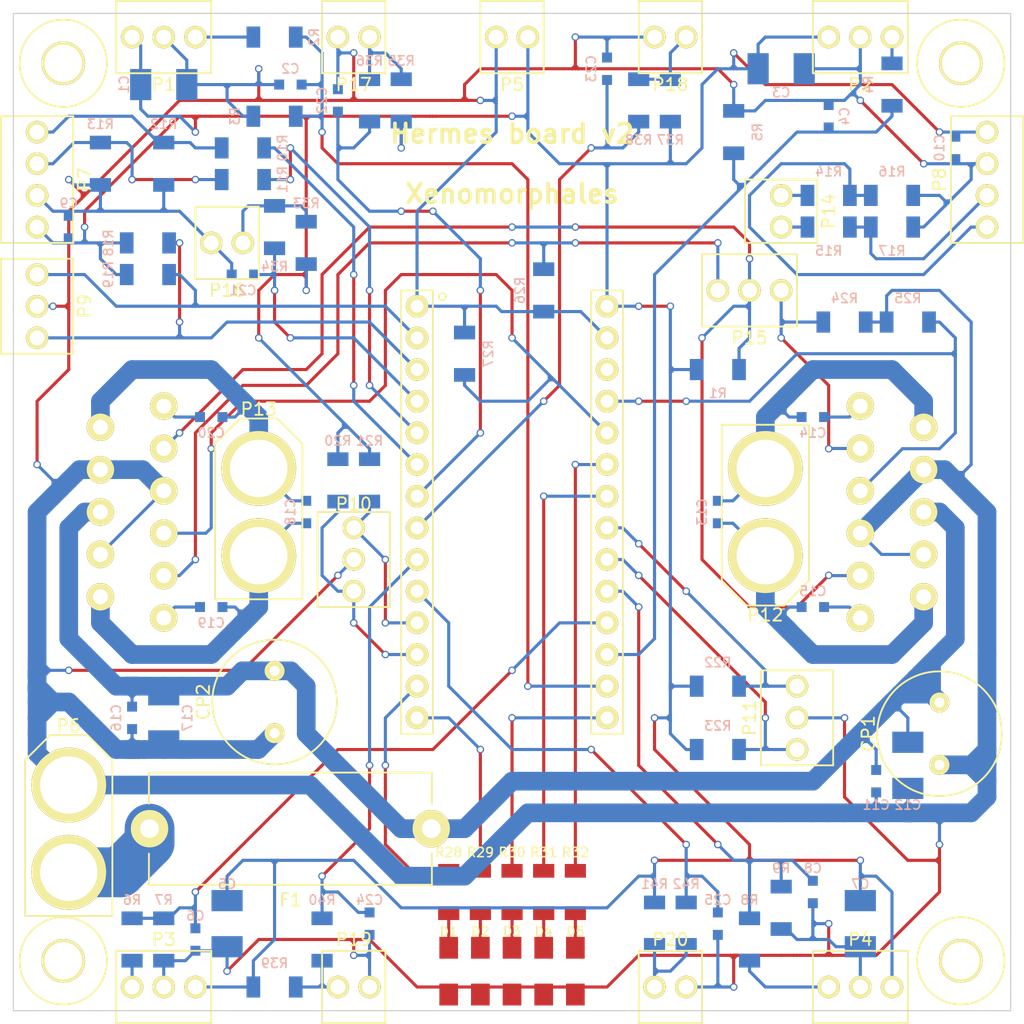
<source format=kicad_pcb>
(kicad_pcb (version 4) (host pcbnew "(2015-09-24 BZR 6216, Git 45a9b1c)-product")
  (layers (0 F.Cu signal) (31 B.Cu signal) (34 B.Paste user) (35 F.Paste user) (36 B.SilkS user) (37 F.SilkS user) (38 B.Mask user) (39 F.Mask user) (44 Edge.Cuts user))
  (net 0 "")
  (net 1 /Com/GND)
  (net 2 /Com/+5V)
  (net 3 /Teensy/GP2_1)
  (net 4 /Teensy/GP2_2)
  (net 5 /Teensy/GP2_3)
  (net 6 /Teensy/GP2_4)
  (net 7 /Driver_1/+15V)
  (net 8 "Net-(C13-Pad1)")
  (net 9 "Net-(C13-Pad2)")
  (net 10 "Net-(C14-Pad1)")
  (net 11 "Net-(C15-Pad2)")
  (net 12 "Net-(C18-Pad1)")
  (net 13 "Net-(C18-Pad2)")
  (net 14 "Net-(C19-Pad1)")
  (net 15 "Net-(C20-Pad2)")
  (net 16 /Teensy/Pull)
  (net 17 /Teensy/LimitSwitch1)
  (net 18 /Teensy/LimitSwitch2)
  (net 19 /Teensy/LimitSwitch3)
  (net 20 /Teensy/LimitSwitch4)
  (net 21 "Net-(D1-Pad2)")
  (net 22 "Net-(D2-Pad2)")
  (net 23 "Net-(D3-Pad2)")
  (net 24 "Net-(D4-Pad2)")
  (net 25 "Net-(D5-Pad2)")
  (net 26 "Net-(F1-Pad2)")
  (net 27 "Net-(P1-Pad1)")
  (net 28 "Net-(P2-Pad1)")
  (net 29 "Net-(P3-Pad1)")
  (net 30 "Net-(P4-Pad1)")
  (net 31 "Net-(P7-Pad3)")
  (net 32 "Net-(P7-Pad4)")
  (net 33 "Net-(P8-Pad3)")
  (net 34 "Net-(P8-Pad4)")
  (net 35 /Com/TX1)
  (net 36 /Com/RX1)
  (net 37 /Com/TX2)
  (net 38 /Com/RX2)
  (net 39 /Com/SCL)
  (net 40 /Com/SDA)
  (net 41 /Encoder_2/A)
  (net 42 /Encoder_2/B)
  (net 43 /Driver_2/Direction)
  (net 44 /Driver_1/ThermalFlag)
  (net 45 /Driver_1/Direction)
  (net 46 "Net-(P16-Pad2)")
  (net 47 "Net-(P17-Pad2)")
  (net 48 "Net-(P18-Pad2)")
  (net 49 "Net-(P19-Pad2)")
  (net 50 "Net-(P20-Pad2)")
  (net 51 /Encoder_1/B)
  (net 52 /Encoder_1/A)
  (net 53 /Driver_1/PWM)
  (net 54 /Driver_2/PWM)
  (net 55 "Net-(R28-Pad1)")
  (net 56 "Net-(R29-Pad1)")
  (net 57 "Net-(R30-Pad1)")
  (net 58 "Net-(R31-Pad1)")
  (net 59 "Net-(R32-Pad1)")
  (net 60 "Net-(U3-Pad93)")
  (module Footprints:Conn_01x03 (layer F.Cu) (at 135.8 108.81 90)
    (fp_text reference P10 (at 4.445 0 180) (layer F.SilkS))
    (fp_text value UART_2 hide)
    (pad 1 thru_hole circle (at -2.54 0 90) (size 1.8 1.8) (drill 1.2) (layers *.Cu *.Mask F.SilkS) (net 37 /Com/TX2))
    (pad 2 thru_hole circle (at 0 0 90) (size 1.8 1.8) (drill 1.2) (layers *.Cu *.Mask F.SilkS) (net 1 /Com/GND))
    (pad 3 thru_hole circle (at 2.54 0 90) (size 1.8 1.8) (drill 1.2) (layers *.Cu *.Mask F.SilkS) (net 38 /Com/RX2))
  )
  (module Footprints:LMD18201 (layer F.Cu) (at 120.56 105 90)
    (fp_text reference U2 hide)
    (fp_text value LMD18201 hide)
    (pad 1 thru_hole circle (at -8.5 0 90) (size 2.2 2.2) (drill 1.2) (layers *.Cu *.Mask F.SilkS) (net 14 "Net-(C19-Pad1)"))
    (pad 2 thru_hole circle (at -6.8 -5.08 90) (size 2.2 2.2) (drill 1.2) (layers *.Cu *.Mask F.SilkS) (net 13 "Net-(C18-Pad2)"))
    (pad 3 thru_hole circle (at -5.1 0 90) (size 2.2 2.2) (drill 1.2) (layers *.Cu *.Mask F.SilkS) (net 43 /Driver_2/Direction))
    (pad 4 thru_hole circle (at -3.4 -5.08 90) (size 2.2 2.2) (drill 1.2) (layers *.Cu *.Mask F.SilkS) (net 1 /Com/GND))
    (pad 5 thru_hole circle (at -1.7 0 90) (size 2.2 2.2) (drill 1.2) (layers *.Cu *.Mask F.SilkS) (net 54 /Driver_2/PWM))
    (pad 6 thru_hole circle (at 0 -5.08 90) (size 2.2 2.2) (drill 1.2) (layers *.Cu *.Mask F.SilkS) (net 7 /Driver_1/+15V))
    (pad 7 thru_hole circle (at 1.7 0 90) (size 2.2 2.2) (drill 1.2) (layers *.Cu *.Mask F.SilkS) (net 1 /Com/GND))
    (pad 8 thru_hole circle (at 3.4 -5.08 90) (size 2.2 2.2) (drill 1.2) (layers *.Cu *.Mask F.SilkS) (net 1 /Com/GND))
    (pad 9 thru_hole circle (at 5.1 0 90) (size 2.2 2.2) (drill 1.2) (layers *.Cu *.Mask F.SilkS) (net 44 /Driver_1/ThermalFlag))
    (pad 10 thru_hole circle (at 6.8 -5.08 90) (size 2.2 2.2) (drill 1.2) (layers *.Cu *.Mask F.SilkS) (net 12 "Net-(C18-Pad1)"))
    (pad 11 thru_hole circle (at 8.5 0 90) (size 2.2 2.2) (drill 1.2) (layers *.Cu *.Mask F.SilkS) (net 15 "Net-(C20-Pad2)"))
  )
  (module Footprints:Teensy3.1 (layer F.Cu) (at 148.5 106.27)
    (fp_text reference U3 hide)
    (fp_text value Teensy3.1 hide)
    (pad 91 thru_hole circle (at -7.62 -17.78) (size 1.8 1.8) (drill 1.02) (layers *.Cu *.Mask F.SilkS) (net 1 /Com/GND))
    (pad 0 thru_hole circle (at -7.62 -15.24) (size 1.8 1.8) (drill 1.02) (layers *.Cu *.Mask F.SilkS) (net 36 /Com/RX1))
    (pad 1 thru_hole circle (at -7.62 -12.7) (size 1.8 1.8) (drill 1.02) (layers *.Cu *.Mask F.SilkS) (net 35 /Com/TX1))
    (pad 2 thru_hole circle (at -7.62 -10.16) (size 1.8 1.8) (drill 1.02) (layers *.Cu *.Mask F.SilkS) (net 16 /Teensy/Pull))
    (pad 3 thru_hole circle (at -7.62 -7.62) (size 1.8 1.8) (drill 1.02) (layers *.Cu *.Mask F.SilkS) (net 52 /Encoder_1/A))
    (pad 4 thru_hole circle (at -7.62 -5.08) (size 1.8 1.8) (drill 1.02) (layers *.Cu *.Mask F.SilkS) (net 51 /Encoder_1/B))
    (pad 5 thru_hole circle (at -7.62 -2.54) (size 1.8 1.8) (drill 1.02) (layers *.Cu *.Mask F.SilkS) (net 17 /Teensy/LimitSwitch1))
    (pad 6 thru_hole circle (at -7.62 0) (size 1.8 1.8) (drill 1.02) (layers *.Cu *.Mask F.SilkS) (net 18 /Teensy/LimitSwitch2))
    (pad 7 thru_hole circle (at -7.62 2.54) (size 1.8 1.8) (drill 1.02) (layers *.Cu *.Mask F.SilkS) (net 19 /Teensy/LimitSwitch3))
    (pad 8 thru_hole circle (at -7.62 5.08) (size 1.8 1.8) (drill 1.02) (layers *.Cu *.Mask F.SilkS) (net 20 /Teensy/LimitSwitch4))
    (pad 9 thru_hole circle (at -7.62 7.62) (size 1.8 1.8) (drill 1.02) (layers *.Cu *.Mask F.SilkS) (net 38 /Com/RX2))
    (pad 10 thru_hole circle (at -7.62 10.16) (size 1.8 1.8) (drill 1.02) (layers *.Cu *.Mask F.SilkS) (net 37 /Com/TX2))
    (pad 11 thru_hole circle (at -7.62 12.7) (size 1.8 1.8) (drill 1.02) (layers *.Cu *.Mask F.SilkS) (net 55 "Net-(R28-Pad1)"))
    (pad 12 thru_hole circle (at -7.62 15.24) (size 1.8 1.8) (drill 1.02) (layers *.Cu *.Mask F.SilkS) (net 56 "Net-(R29-Pad1)"))
    (pad 90 thru_hole circle (at 7.62 -17.78) (size 1.8 1.8) (drill 1.02) (layers *.Cu *.Mask F.SilkS) (net 2 /Com/+5V))
    (pad 92 thru_hole circle (at 7.62 -15.24) (size 1.8 1.8) (drill 1.02) (layers *.Cu *.Mask F.SilkS) (net 1 /Com/GND))
    (pad 93 thru_hole circle (at 7.62 -12.7) (size 1.8 1.8) (drill 1.02) (layers *.Cu *.Mask F.SilkS) (net 60 "Net-(U3-Pad93)"))
    (pad 23 thru_hole circle (at 7.62 -10.16) (size 1.8 1.8) (drill 1.02) (layers *.Cu *.Mask F.SilkS) (net 53 /Driver_1/PWM))
    (pad 22 thru_hole circle (at 7.62 -7.62) (size 1.8 1.8) (drill 1.02) (layers *.Cu *.Mask F.SilkS) (net 54 /Driver_2/PWM))
    (pad 21 thru_hole circle (at 7.62 -5.08) (size 1.8 1.8) (drill 1.02) (layers *.Cu *.Mask F.SilkS) (net 59 "Net-(R32-Pad1)"))
    (pad 20 thru_hole circle (at 7.62 -2.54) (size 1.8 1.8) (drill 1.02) (layers *.Cu *.Mask F.SilkS) (net 58 "Net-(R31-Pad1)"))
    (pad 19 thru_hole circle (at 7.62 0) (size 1.8 1.8) (drill 1.02) (layers *.Cu *.Mask F.SilkS) (net 39 /Com/SCL))
    (pad 18 thru_hole circle (at 7.62 2.54) (size 1.8 1.8) (drill 1.02) (layers *.Cu *.Mask F.SilkS) (net 40 /Com/SDA))
    (pad 17 thru_hole circle (at 7.62 5.08) (size 1.8 1.8) (drill 1.02) (layers *.Cu *.Mask F.SilkS) (net 6 /Teensy/GP2_4))
    (pad 16 thru_hole circle (at 7.62 7.62) (size 1.8 1.8) (drill 1.02) (layers *.Cu *.Mask F.SilkS) (net 5 /Teensy/GP2_3))
    (pad 15 thru_hole circle (at 7.62 10.16) (size 1.8 1.8) (drill 1.02) (layers *.Cu *.Mask F.SilkS) (net 4 /Teensy/GP2_2))
    (pad 14 thru_hole circle (at 7.62 12.7) (size 1.8 1.8) (drill 1.02) (layers *.Cu *.Mask F.SilkS) (net 3 /Teensy/GP2_1))
    (pad 13 thru_hole circle (at 7.62 15.24) (size 1.8 1.8) (drill 1.02) (layers *.Cu *.Mask F.SilkS) (net 57 "Net-(R30-Pad1)"))
  )
  (module Footprints:Conn_01x04 (layer F.Cu) (at 186.6 78.33 270)
    (fp_text reference P8 (at 0 3.81 270) (layer F.SilkS))
    (fp_text value Encoder hide)
    (pad 1 thru_hole circle (at -3.81 0 270) (size 1.8 1.8) (drill 1.2) (layers *.Cu *.Mask F.SilkS) (net 2 /Com/+5V))
    (pad 2 thru_hole circle (at -1.27 0 270) (size 1.8 1.8) (drill 1.2) (layers *.Cu *.Mask F.SilkS) (net 1 /Com/GND))
    (pad 3 thru_hole circle (at 1.27 0 270) (size 1.8 1.8) (drill 1.2) (layers *.Cu *.Mask F.SilkS) (net 33 "Net-(P8-Pad3)"))
    (pad 4 thru_hole circle (at 3.81 0 270) (size 1.8 1.8) (drill 1.2) (layers *.Cu *.Mask F.SilkS) (net 34 "Net-(P8-Pad4)"))
  )
  (module Footprints:C_CMS0603 (layer B.Cu) (at 123.1 139.29 90)
    (fp_text reference C6 (at 1.905 0 180) (layer B.SilkS) (effects (font (size 0.75 0.75) (thickness 0.125)) (justify mirror)))
    (fp_text value 100nF hide)
    (pad 1 smd rect (at -0.9 0 90) (size 0.8 0.8) (layers B.Cu B.Paste B.Mask) (net 1 /Com/GND))
    (pad 2 smd rect (at 0.9 0 90) (size 0.8 0.8) (layers B.Cu B.Paste B.Mask) (net 5 /Teensy/GP2_3))
  )
  (module Footprints:C_CMS0603 (layer B.Cu) (at 130.72 70.71)
    (fp_text reference C2 (at 0 -1.27) (layer B.SilkS) (effects (font (size 0.75 0.75) (thickness 0.125)) (justify mirror)))
    (fp_text value 100nF hide)
    (pad 1 smd rect (at -0.9 0) (size 0.8 0.8) (layers B.Cu B.Paste B.Mask) (net 1 /Com/GND))
    (pad 2 smd rect (at 0.9 0) (size 0.8 0.8) (layers B.Cu B.Paste B.Mask) (net 3 /Teensy/GP2_1))
  )
  (module Footprints:C_CMS0603 (layer B.Cu) (at 134.53 71.98 90)
    (fp_text reference C22 (at 0 -1.27 90) (layer B.SilkS) (effects (font (size 0.75 0.75) (thickness 0.125)) (justify mirror)))
    (fp_text value 1µF hide)
    (pad 1 smd rect (at -0.9 0 90) (size 0.8 0.8) (layers B.Cu B.Paste B.Mask) (net 17 /Teensy/LimitSwitch1))
    (pad 2 smd rect (at 0.9 0 90) (size 0.8 0.8) (layers B.Cu B.Paste B.Mask) (net 1 /Com/GND))
  )
  (module Footprints:C_CMS0603 (layer B.Cu) (at 126.91 85.95 180)
    (fp_text reference C21 (at 0 -1.27 180) (layer B.SilkS) (effects (font (size 0.75 0.75) (thickness 0.125)) (justify mirror)))
    (fp_text value 1µF hide)
    (pad 1 smd rect (at -0.9 0 180) (size 0.8 0.8) (layers B.Cu B.Paste B.Mask) (net 16 /Teensy/Pull))
    (pad 2 smd rect (at 0.9 0 180) (size 0.8 0.8) (layers B.Cu B.Paste B.Mask) (net 1 /Com/GND))
  )
  (module Footprints:C_CMS0603 (layer B.Cu) (at 112.94 82.14 270)
    (fp_text reference C9 (at -1.905 0 360) (layer B.SilkS) (effects (font (size 0.75 0.75) (thickness 0.125)) (justify mirror)))
    (fp_text value 100nF hide)
    (pad 1 smd rect (at -0.9 0 270) (size 0.8 0.8) (layers B.Cu B.Paste B.Mask) (net 1 /Com/GND))
    (pad 2 smd rect (at 0.9 0 270) (size 0.8 0.8) (layers B.Cu B.Paste B.Mask) (net 2 /Com/+5V))
  )
  (module Footprints:M3_Screw (layer F.Cu) (at 112.5 69)
    (fp_text reference REF** hide)
    (fp_text value M3_Screw hide)
    (pad 1 thru_hole circle (at 0 0) (size 3.5 3.5) (drill 3) (layers *.Cu *.Mask F.SilkS))
  )
  (module Footprints:M3_Screw (layer F.Cu) (at 184.5 69)
    (fp_text reference REF** hide)
    (fp_text value M3_Screw hide)
    (pad 1 thru_hole circle (at 0 0) (size 3.5 3.5) (drill 3) (layers *.Cu *.Mask F.SilkS))
  )
  (module Footprints:M3_Screw (layer F.Cu) (at 112.5 141)
    (fp_text reference REF** hide)
    (fp_text value M3_Screw hide)
    (pad 1 thru_hole circle (at 0 0) (size 3.5 3.5) (drill 3) (layers *.Cu *.Mask F.SilkS))
  )
  (module Footprints:M3_Screw (layer F.Cu) (at 184.5 141)
    (fp_text reference REF** hide)
    (fp_text value M3_Screw hide)
    (pad 1 thru_hole circle (at 0 0) (size 3.5 3.5) (drill 3) (layers *.Cu *.Mask F.SilkS))
  )
  (module Footprints:Fuse (layer F.Cu) (at 130.72 130.4 180)
    (fp_text reference F1 (at 0 -5.715 180) (layer F.SilkS))
    (fp_text value FUSE hide)
    (pad 1 thru_hole circle (at -11.3 0 180) (size 3 3) (drill 1.5) (layers *.Cu *.Mask F.SilkS) (net 7 /Driver_1/+15V))
    (pad 2 thru_hole circle (at 11.3 0 180) (size 3 3) (drill 1.5) (layers *.Cu *.Mask F.SilkS) (net 26 "Net-(F1-Pad2)"))
  )
  (module Footprints:R_CMS1206 (layer B.Cu) (at 126.91 78.33 180)
    (fp_text reference R11 (at -3.175 0 450) (layer B.SilkS) (effects (font (size 0.75 0.75) (thickness 0.125)) (justify mirror)))
    (fp_text value 22Ω hide)
    (pad 1 smd rect (at -1.7 0 180) (size 1.1 1.7) (layers B.Cu B.Paste B.Mask) (net 52 /Encoder_1/A))
    (pad 2 smd rect (at 1.7 0 180) (size 1.1 1.7) (layers B.Cu B.Paste B.Mask) (net 31 "Net-(P7-Pad3)"))
  )
  (module Footprints:R_CMS1206 (layer B.Cu) (at 126.91 75.79 180)
    (fp_text reference R10 (at -3.175 0 270) (layer B.SilkS) (effects (font (size 0.75 0.75) (thickness 0.125)) (justify mirror)))
    (fp_text value 22Ω hide)
    (pad 1 smd rect (at -1.7 0 180) (size 1.1 1.7) (layers B.Cu B.Paste B.Mask) (net 51 /Encoder_1/B))
    (pad 2 smd rect (at 1.7 0 180) (size 1.1 1.7) (layers B.Cu B.Paste B.Mask) (net 32 "Net-(P7-Pad4)"))
  )
  (module Footprints:R_CMS1206 (layer B.Cu) (at 119.29 83.41)
    (fp_text reference R18 (at -3.175 0 90) (layer B.SilkS) (effects (font (size 0.75 0.75) (thickness 0.125)) (justify mirror)))
    (fp_text value 10kΩ hide)
    (pad 1 smd rect (at -1.7 0) (size 1.1 1.7) (layers B.Cu B.Paste B.Mask) (net 2 /Com/+5V))
    (pad 2 smd rect (at 1.7 0) (size 1.1 1.7) (layers B.Cu B.Paste B.Mask) (net 35 /Com/TX1))
  )
  (module Footprints:R_CMS1206 (layer B.Cu) (at 119.29 85.95)
    (fp_text reference R19 (at -3.175 0 270) (layer B.SilkS) (effects (font (size 0.75 0.75) (thickness 0.125)) (justify mirror)))
    (fp_text value 10kΩ hide)
    (pad 1 smd rect (at -1.7 0) (size 1.1 1.7) (layers B.Cu B.Paste B.Mask) (net 2 /Com/+5V))
    (pad 2 smd rect (at 1.7 0) (size 1.1 1.7) (layers B.Cu B.Paste B.Mask) (net 36 /Com/RX1))
  )
  (module Footprints:R_CMS1206 (layer B.Cu) (at 115.48 77.06 90)
    (fp_text reference R13 (at 3.175 0 180) (layer B.SilkS) (effects (font (size 0.75 0.75) (thickness 0.125)) (justify mirror)))
    (fp_text value 10kΩ hide)
    (pad 1 smd rect (at -1.7 0 90) (size 1.1 1.7) (layers B.Cu B.Paste B.Mask) (net 1 /Com/GND))
    (pad 2 smd rect (at 1.7 0 90) (size 1.1 1.7) (layers B.Cu B.Paste B.Mask) (net 31 "Net-(P7-Pad3)"))
  )
  (module Footprints:R_CMS1206 (layer B.Cu) (at 120.56 77.06 90)
    (fp_text reference R12 (at 3.175 0 360) (layer B.SilkS) (effects (font (size 0.75 0.75) (thickness 0.125)) (justify mirror)))
    (fp_text value 10kΩ hide)
    (pad 1 smd rect (at -1.7 0 90) (size 1.1 1.7) (layers B.Cu B.Paste B.Mask) (net 1 /Com/GND))
    (pad 2 smd rect (at 1.7 0 90) (size 1.1 1.7) (layers B.Cu B.Paste B.Mask) (net 32 "Net-(P7-Pad4)"))
  )
  (module Footprints:R_CMS1206 (layer B.Cu) (at 129.45 66.9 180)
    (fp_text reference R2 (at -3.175 0 270) (layer B.SilkS) (effects (font (size 0.75 0.75) (thickness 0.125)) (justify mirror)))
    (fp_text value 10kΩ hide)
    (pad 1 smd rect (at -1.7 0 180) (size 1.1 1.7) (layers B.Cu B.Paste B.Mask) (net 3 /Teensy/GP2_1))
    (pad 2 smd rect (at 1.7 0 180) (size 1.1 1.7) (layers B.Cu B.Paste B.Mask) (net 27 "Net-(P1-Pad1)"))
  )
  (module Footprints:R_CMS1206 (layer B.Cu) (at 129.45 73.25)
    (fp_text reference R3 (at -3.175 0 90) (layer B.SilkS) (effects (font (size 0.75 0.75) (thickness 0.125)) (justify mirror)))
    (fp_text value 20kΩ hide)
    (pad 1 smd rect (at -1.7 0) (size 1.1 1.7) (layers B.Cu B.Paste B.Mask) (net 1 /Com/GND))
    (pad 2 smd rect (at 1.7 0) (size 1.1 1.7) (layers B.Cu B.Paste B.Mask) (net 3 /Teensy/GP2_1))
  )
  (module Footprints:C_CMS1210 (layer B.Cu) (at 120.56 70.71 180)
    (fp_text reference C1 (at 3.175 0 270) (layer B.SilkS) (effects (font (size 0.75 0.75) (thickness 0.125)) (justify mirror)))
    (fp_text value 10µF hide)
    (pad 1 smd rect (at -1.85 0 180) (size 1.7 2.5) (layers B.Cu B.Paste B.Mask) (net 1 /Com/GND))
    (pad 2 smd rect (at 1.85 0 180) (size 1.7 2.5) (layers B.Cu B.Paste B.Mask) (net 2 /Com/+5V))
  )
  (module Footprints:R_CMS1206 (layer B.Cu) (at 137.07 71.98 90)
    (fp_text reference R36 (at 3.175 0 180) (layer B.SilkS) (effects (font (size 0.75 0.75) (thickness 0.125)) (justify mirror)))
    (fp_text value 18kΩ hide)
    (pad 1 smd rect (at -1.7 0 90) (size 1.1 1.7) (layers B.Cu B.Paste B.Mask) (net 17 /Teensy/LimitSwitch1))
    (pad 2 smd rect (at 1.7 0 90) (size 1.1 1.7) (layers B.Cu B.Paste B.Mask) (net 47 "Net-(P17-Pad2)"))
  )
  (module Footprints:R_CMS1206 (layer B.Cu) (at 139.61 71.98 90)
    (fp_text reference R35 (at 3.175 0 180) (layer B.SilkS) (effects (font (size 0.75 0.75) (thickness 0.125)) (justify mirror)))
    (fp_text value 100kΩ hide)
    (pad 1 smd rect (at -1.7 0 90) (size 1.1 1.7) (layers B.Cu B.Paste B.Mask) (net 2 /Com/+5V))
    (pad 2 smd rect (at 1.7 0 90) (size 1.1 1.7) (layers B.Cu B.Paste B.Mask) (net 47 "Net-(P17-Pad2)"))
  )
  (module Footprints:R_CMS1206 (layer B.Cu) (at 129.45 82.14 90)
    (fp_text reference R34 (at -3.175 0 180) (layer B.SilkS) (effects (font (size 0.75 0.75) (thickness 0.125)) (justify mirror)))
    (fp_text value 18kΩ hide)
    (pad 1 smd rect (at -1.7 0 90) (size 1.1 1.7) (layers B.Cu B.Paste B.Mask) (net 16 /Teensy/Pull))
    (pad 2 smd rect (at 1.7 0 90) (size 1.1 1.7) (layers B.Cu B.Paste B.Mask) (net 46 "Net-(P16-Pad2)"))
  )
  (module Footprints:R_CMS1206 (layer B.Cu) (at 131.99 83.41 90)
    (fp_text reference R33 (at 3.175 0 180) (layer B.SilkS) (effects (font (size 0.75 0.75) (thickness 0.125)) (justify mirror)))
    (fp_text value 100kΩ hide)
    (pad 1 smd rect (at -1.7 0 90) (size 1.1 1.7) (layers B.Cu B.Paste B.Mask) (net 2 /Com/+5V))
    (pad 2 smd rect (at 1.7 0 90) (size 1.1 1.7) (layers B.Cu B.Paste B.Mask) (net 46 "Net-(P16-Pad2)"))
  )
  (module Footprints:R_CMS1206 (layer B.Cu) (at 144.69 92.3 270)
    (fp_text reference R27 (at 0 -1.905 270) (layer B.SilkS) (effects (font (size 0.75 0.75) (thickness 0.125)) (justify mirror)))
    (fp_text value 10kΩ hide)
    (pad 1 smd rect (at -1.7 0 270) (size 1.1 1.7) (layers B.Cu B.Paste B.Mask) (net 1 /Com/GND))
    (pad 2 smd rect (at 1.7 0 270) (size 1.1 1.7) (layers B.Cu B.Paste B.Mask) (net 54 /Driver_2/PWM))
  )
  (module Footprints:C_CMS0603 (layer B.Cu) (at 156.12 69.44 90)
    (fp_text reference C23 (at 0 -1.27 90) (layer B.SilkS) (effects (font (size 0.75 0.75) (thickness 0.125)) (justify mirror)))
    (fp_text value 1µF hide)
    (pad 1 smd rect (at -0.9 0 90) (size 0.8 0.8) (layers B.Cu B.Paste B.Mask) (net 18 /Teensy/LimitSwitch2))
    (pad 2 smd rect (at 0.9 0 90) (size 0.8 0.8) (layers B.Cu B.Paste B.Mask) (net 1 /Com/GND))
  )
  (module Footprints:R_CMS1206 (layer B.Cu) (at 158.66 71.98 90)
    (fp_text reference R38 (at -3.175 0 180) (layer B.SilkS) (effects (font (size 0.75 0.75) (thickness 0.125)) (justify mirror)))
    (fp_text value 18kΩ hide)
    (pad 1 smd rect (at -1.7 0 90) (size 1.1 1.7) (layers B.Cu B.Paste B.Mask) (net 18 /Teensy/LimitSwitch2))
    (pad 2 smd rect (at 1.7 0 90) (size 1.1 1.7) (layers B.Cu B.Paste B.Mask) (net 48 "Net-(P18-Pad2)"))
  )
  (module Footprints:R_CMS1206 (layer B.Cu) (at 161.2 71.98 90)
    (fp_text reference R37 (at -3.175 0 180) (layer B.SilkS) (effects (font (size 0.75 0.75) (thickness 0.125)) (justify mirror)))
    (fp_text value 100kΩ hide)
    (pad 1 smd rect (at -1.7 0 90) (size 1.1 1.7) (layers B.Cu B.Paste B.Mask) (net 2 /Com/+5V))
    (pad 2 smd rect (at 1.7 0 90) (size 1.1 1.7) (layers B.Cu B.Paste B.Mask) (net 48 "Net-(P18-Pad2)"))
  )
  (module Footprints:R_CMS1206 (layer B.Cu) (at 178.98 70.71 90)
    (fp_text reference R4 (at 0 -1.905 90) (layer B.SilkS) (effects (font (size 0.75 0.75) (thickness 0.125)) (justify mirror)))
    (fp_text value 10kΩ hide)
    (pad 1 smd rect (at -1.7 0 90) (size 1.1 1.7) (layers B.Cu B.Paste B.Mask) (net 4 /Teensy/GP2_2))
    (pad 2 smd rect (at 1.7 0 90) (size 1.1 1.7) (layers B.Cu B.Paste B.Mask) (net 28 "Net-(P2-Pad1)"))
  )
  (module Footprints:R_CMS1206 (layer B.Cu) (at 151.04 87.22 90)
    (fp_text reference R26 (at 0 -1.905 90) (layer B.SilkS) (effects (font (size 0.75 0.75) (thickness 0.125)) (justify mirror)))
    (fp_text value 10kΩ hide)
    (pad 1 smd rect (at -1.7 0 90) (size 1.1 1.7) (layers B.Cu B.Paste B.Mask) (net 1 /Com/GND))
    (pad 2 smd rect (at 1.7 0 90) (size 1.1 1.7) (layers B.Cu B.Paste B.Mask) (net 43 /Driver_2/Direction))
  )
  (module Footprints:R_CMS1206 (layer B.Cu) (at 166.28 74.52 270)
    (fp_text reference R5 (at 0 -1.905 270) (layer B.SilkS) (effects (font (size 0.75 0.75) (thickness 0.125)) (justify mirror)))
    (fp_text value 20kΩ hide)
    (pad 1 smd rect (at -1.7 0 270) (size 1.1 1.7) (layers B.Cu B.Paste B.Mask) (net 1 /Com/GND))
    (pad 2 smd rect (at 1.7 0 270) (size 1.1 1.7) (layers B.Cu B.Paste B.Mask) (net 4 /Teensy/GP2_2))
  )
  (module Footprints:C_CMS1210 (layer B.Cu) (at 170.09 69.44 180)
    (fp_text reference C3 (at 0 -1.905 180) (layer B.SilkS) (effects (font (size 0.75 0.75) (thickness 0.125)) (justify mirror)))
    (fp_text value 10µF hide)
    (pad 1 smd rect (at -1.85 0 180) (size 1.7 2.5) (layers B.Cu B.Paste B.Mask) (net 1 /Com/GND))
    (pad 2 smd rect (at 1.85 0 180) (size 1.7 2.5) (layers B.Cu B.Paste B.Mask) (net 2 /Com/+5V))
  )
  (module Footprints:C_CMS0603 (layer B.Cu) (at 173.9 73.25 270)
    (fp_text reference C4 (at 0 -1.27 270) (layer B.SilkS) (effects (font (size 0.75 0.75) (thickness 0.125)) (justify mirror)))
    (fp_text value 100nF hide)
    (pad 1 smd rect (at -0.9 0 270) (size 0.8 0.8) (layers B.Cu B.Paste B.Mask) (net 1 /Com/GND))
    (pad 2 smd rect (at 0.9 0 270) (size 0.8 0.8) (layers B.Cu B.Paste B.Mask) (net 4 /Teensy/GP2_2))
  )
  (module Footprints:C_CMS0603 (layer B.Cu) (at 184.06 75.79 90)
    (fp_text reference C10 (at 0 -1.27 90) (layer B.SilkS) (effects (font (size 0.75 0.75) (thickness 0.125)) (justify mirror)))
    (fp_text value 100nF hide)
    (pad 1 smd rect (at -0.9 0 90) (size 0.8 0.8) (layers B.Cu B.Paste B.Mask) (net 1 /Com/GND))
    (pad 2 smd rect (at 0.9 0 90) (size 0.8 0.8) (layers B.Cu B.Paste B.Mask) (net 2 /Com/+5V))
  )
  (module Footprints:R_CMS1206 (layer B.Cu) (at 178.98 79.6 180)
    (fp_text reference R16 (at 0 1.905 360) (layer B.SilkS) (effects (font (size 0.75 0.75) (thickness 0.125)) (justify mirror)))
    (fp_text value 10kΩ hide)
    (pad 1 smd rect (at -1.7 0 180) (size 1.1 1.7) (layers B.Cu B.Paste B.Mask) (net 1 /Com/GND))
    (pad 2 smd rect (at 1.7 0 180) (size 1.1 1.7) (layers B.Cu B.Paste B.Mask) (net 34 "Net-(P8-Pad4)"))
  )
  (module Footprints:R_CMS1206 (layer B.Cu) (at 173.9 79.6)
    (fp_text reference R14 (at 0 -1.905) (layer B.SilkS) (effects (font (size 0.75 0.75) (thickness 0.125)) (justify mirror)))
    (fp_text value 22Ω hide)
    (pad 1 smd rect (at -1.7 0) (size 1.1 1.7) (layers B.Cu B.Paste B.Mask) (net 42 /Encoder_2/B))
    (pad 2 smd rect (at 1.7 0) (size 1.1 1.7) (layers B.Cu B.Paste B.Mask) (net 34 "Net-(P8-Pad4)"))
  )
  (module Footprints:R_CMS1206 (layer B.Cu) (at 178.98 82.14 180)
    (fp_text reference R17 (at 0 -1.905 180) (layer B.SilkS) (effects (font (size 0.75 0.75) (thickness 0.125)) (justify mirror)))
    (fp_text value 10kΩ hide)
    (pad 1 smd rect (at -1.7 0 180) (size 1.1 1.7) (layers B.Cu B.Paste B.Mask) (net 1 /Com/GND))
    (pad 2 smd rect (at 1.7 0 180) (size 1.1 1.7) (layers B.Cu B.Paste B.Mask) (net 33 "Net-(P8-Pad3)"))
  )
  (module Footprints:R_CMS1206 (layer B.Cu) (at 173.9 82.14)
    (fp_text reference R15 (at 0 1.905) (layer B.SilkS) (effects (font (size 0.75 0.75) (thickness 0.125)) (justify mirror)))
    (fp_text value 22Ω hide)
    (pad 1 smd rect (at -1.7 0) (size 1.1 1.7) (layers B.Cu B.Paste B.Mask) (net 41 /Encoder_2/A))
    (pad 2 smd rect (at 1.7 0) (size 1.1 1.7) (layers B.Cu B.Paste B.Mask) (net 33 "Net-(P8-Pad3)"))
  )
  (module Footprints:R_CMS1206 (layer B.Cu) (at 175.17 89.76 180)
    (fp_text reference R24 (at 0 1.905 360) (layer B.SilkS) (effects (font (size 0.75 0.75) (thickness 0.125)) (justify mirror)))
    (fp_text value 10kΩ hide)
    (pad 1 smd rect (at -1.7 0 180) (size 1.1 1.7) (layers B.Cu B.Paste B.Mask) (net 1 /Com/GND))
    (pad 2 smd rect (at 1.7 0 180) (size 1.1 1.7) (layers B.Cu B.Paste B.Mask) (net 45 /Driver_1/Direction))
  )
  (module Footprints:R_CMS1206 (layer B.Cu) (at 180.25 89.76)
    (fp_text reference R25 (at 0 -1.905) (layer B.SilkS) (effects (font (size 0.75 0.75) (thickness 0.125)) (justify mirror)))
    (fp_text value 10kΩ hide)
    (pad 1 smd rect (at -1.7 0) (size 1.1 1.7) (layers B.Cu B.Paste B.Mask) (net 1 /Com/GND))
    (pad 2 smd rect (at 1.7 0) (size 1.1 1.7) (layers B.Cu B.Paste B.Mask) (net 53 /Driver_1/PWM))
  )
  (module Footprints:R_CMS1206 (layer B.Cu) (at 165.01 93.57 180)
    (fp_text reference R1 (at 0 -1.905 180) (layer B.SilkS) (effects (font (size 0.75 0.75) (thickness 0.125)) (justify mirror)))
    (fp_text value 10kΩ hide)
    (pad 1 smd rect (at -1.7 0 180) (size 1.1 1.7) (layers B.Cu B.Paste B.Mask) (net 44 /Driver_1/ThermalFlag))
    (pad 2 smd rect (at 1.7 0 180) (size 1.1 1.7) (layers B.Cu B.Paste B.Mask) (net 2 /Com/+5V))
  )
  (module Footprints:C_CMS0603 (layer B.Cu) (at 172.63 97.38 180)
    (fp_text reference C14 (at 0 -1.27 180) (layer B.SilkS) (effects (font (size 0.75 0.75) (thickness 0.125)) (justify mirror)))
    (fp_text value 10nF hide)
    (pad 1 smd rect (at -0.9 0 180) (size 0.8 0.8) (layers B.Cu B.Paste B.Mask) (net 10 "Net-(C14-Pad1)"))
    (pad 2 smd rect (at 0.9 0 180) (size 0.8 0.8) (layers B.Cu B.Paste B.Mask) (net 9 "Net-(C13-Pad2)"))
  )
  (module Footprints:C_CMS0603 (layer B.Cu) (at 165.01 105 90)
    (fp_text reference C13 (at 0 -1.27 90) (layer B.SilkS) (effects (font (size 0.75 0.75) (thickness 0.125)) (justify mirror)))
    (fp_text value 1nF hide)
    (pad 1 smd rect (at -0.9 0 90) (size 0.8 0.8) (layers B.Cu B.Paste B.Mask) (net 8 "Net-(C13-Pad1)"))
    (pad 2 smd rect (at 0.9 0 90) (size 0.8 0.8) (layers B.Cu B.Paste B.Mask) (net 9 "Net-(C13-Pad2)"))
  )
  (module Footprints:C_CMS0603 (layer B.Cu) (at 172.63 112.62)
    (fp_text reference C15 (at 0 -1.27) (layer B.SilkS) (effects (font (size 0.75 0.75) (thickness 0.125)) (justify mirror)))
    (fp_text value 10nF hide)
    (pad 1 smd rect (at -0.9 0) (size 0.8 0.8) (layers B.Cu B.Paste B.Mask) (net 8 "Net-(C13-Pad1)"))
    (pad 2 smd rect (at 0.9 0) (size 0.8 0.8) (layers B.Cu B.Paste B.Mask) (net 11 "Net-(C15-Pad2)"))
  )
  (module Footprints:R_CMS1206 (layer B.Cu) (at 165.01 118.97)
    (fp_text reference R22 (at 0 -1.905) (layer B.SilkS) (effects (font (size 0.75 0.75) (thickness 0.125)) (justify mirror)))
    (fp_text value 10kΩ hide)
    (pad 1 smd rect (at -1.7 0) (size 1.1 1.7) (layers B.Cu B.Paste B.Mask) (net 2 /Com/+5V))
    (pad 2 smd rect (at 1.7 0) (size 1.1 1.7) (layers B.Cu B.Paste B.Mask) (net 39 /Com/SCL))
  )
  (module Footprints:R_CMS1206 (layer B.Cu) (at 165.01 124.05)
    (fp_text reference R23 (at 0 -1.905) (layer B.SilkS) (effects (font (size 0.75 0.75) (thickness 0.125)) (justify mirror)))
    (fp_text value 10kΩ hide)
    (pad 1 smd rect (at -1.7 0) (size 1.1 1.7) (layers B.Cu B.Paste B.Mask) (net 2 /Com/+5V))
    (pad 2 smd rect (at 1.7 0) (size 1.1 1.7) (layers B.Cu B.Paste B.Mask) (net 40 /Com/SDA))
  )
  (module Footprints:C_CMS1210 (layer B.Cu) (at 180.25 125.32 270)
    (fp_text reference C12 (at 3.175 0 360) (layer B.SilkS) (effects (font (size 0.75 0.75) (thickness 0.125)) (justify mirror)))
    (fp_text value 10µF hide)
    (pad 1 smd rect (at -1.85 0 270) (size 1.7 2.5) (layers B.Cu B.Paste B.Mask) (net 7 /Driver_1/+15V))
    (pad 2 smd rect (at 1.85 0 270) (size 1.7 2.5) (layers B.Cu B.Paste B.Mask) (net 1 /Com/GND))
  )
  (module Footprints:C_CMS0603 (layer B.Cu) (at 177.71 126.59 270)
    (fp_text reference C11 (at 1.905 0 360) (layer B.SilkS) (effects (font (size 0.75 0.75) (thickness 0.125)) (justify mirror)))
    (fp_text value 100nF hide)
    (pad 1 smd rect (at -0.9 0 270) (size 0.8 0.8) (layers B.Cu B.Paste B.Mask) (net 7 /Driver_1/+15V))
    (pad 2 smd rect (at 0.9 0 270) (size 0.8 0.8) (layers B.Cu B.Paste B.Mask) (net 1 /Com/GND))
  )
  (module Footprints:R_CMS1206 (layer B.Cu) (at 134.53 102.46 270)
    (fp_text reference R20 (at -3.175 0 360) (layer B.SilkS) (effects (font (size 0.75 0.75) (thickness 0.125)) (justify mirror)))
    (fp_text value 10kΩ hide)
    (pad 1 smd rect (at -1.7 0 270) (size 1.1 1.7) (layers B.Cu B.Paste B.Mask) (net 2 /Com/+5V))
    (pad 2 smd rect (at 1.7 0 270) (size 1.1 1.7) (layers B.Cu B.Paste B.Mask) (net 37 /Com/TX2))
  )
  (module Footprints:R_CMS1206 (layer B.Cu) (at 137.07 102.46 270)
    (fp_text reference R21 (at -3.175 0 360) (layer B.SilkS) (effects (font (size 0.75 0.75) (thickness 0.125)) (justify mirror)))
    (fp_text value 10kΩ hide)
    (pad 1 smd rect (at -1.7 0 270) (size 1.1 1.7) (layers B.Cu B.Paste B.Mask) (net 2 /Com/+5V))
    (pad 2 smd rect (at 1.7 0 270) (size 1.1 1.7) (layers B.Cu B.Paste B.Mask) (net 38 /Com/RX2))
  )
  (module Footprints:C_CMS0603 (layer B.Cu) (at 131.99 105 270)
    (fp_text reference C18 (at 0 1.27 270) (layer B.SilkS) (effects (font (size 0.75 0.75) (thickness 0.125)) (justify mirror)))
    (fp_text value 1nF hide)
    (pad 1 smd rect (at -0.9 0 270) (size 0.8 0.8) (layers B.Cu B.Paste B.Mask) (net 12 "Net-(C18-Pad1)"))
    (pad 2 smd rect (at 0.9 0 270) (size 0.8 0.8) (layers B.Cu B.Paste B.Mask) (net 13 "Net-(C18-Pad2)"))
  )
  (module Footprints:C_CMS0603 (layer B.Cu) (at 124.37 97.38 180)
    (fp_text reference C20 (at 0 -1.27 180) (layer B.SilkS) (effects (font (size 0.75 0.75) (thickness 0.125)) (justify mirror)))
    (fp_text value 10nF hide)
    (pad 1 smd rect (at -0.9 0 180) (size 0.8 0.8) (layers B.Cu B.Paste B.Mask) (net 12 "Net-(C18-Pad1)"))
    (pad 2 smd rect (at 0.9 0 180) (size 0.8 0.8) (layers B.Cu B.Paste B.Mask) (net 15 "Net-(C20-Pad2)"))
  )
  (module Footprints:C_CMS0603 (layer B.Cu) (at 124.37 112.62)
    (fp_text reference C19 (at 0 1.27) (layer B.SilkS) (effects (font (size 0.75 0.75) (thickness 0.125)) (justify mirror)))
    (fp_text value 10nF hide)
    (pad 1 smd rect (at -0.9 0) (size 0.8 0.8) (layers B.Cu B.Paste B.Mask) (net 14 "Net-(C19-Pad1)"))
    (pad 2 smd rect (at 0.9 0) (size 0.8 0.8) (layers B.Cu B.Paste B.Mask) (net 13 "Net-(C18-Pad2)"))
  )
  (module Footprints:C_CMS0603 (layer B.Cu) (at 118.02 121.51 270)
    (fp_text reference C16 (at 0 1.27 270) (layer B.SilkS) (effects (font (size 0.75 0.75) (thickness 0.125)) (justify mirror)))
    (fp_text value 100nF hide)
    (pad 1 smd rect (at -0.9 0 270) (size 0.8 0.8) (layers B.Cu B.Paste B.Mask) (net 7 /Driver_1/+15V))
    (pad 2 smd rect (at 0.9 0 270) (size 0.8 0.8) (layers B.Cu B.Paste B.Mask) (net 1 /Com/GND))
  )
  (module Footprints:C_CMS1210 (layer B.Cu) (at 120.56 121.51 270)
    (fp_text reference C17 (at 0 -1.905 270) (layer B.SilkS) (effects (font (size 0.75 0.75) (thickness 0.125)) (justify mirror)))
    (fp_text value 10µF hide)
    (pad 1 smd rect (at -1.85 0 270) (size 1.7 2.5) (layers B.Cu B.Paste B.Mask) (net 7 /Driver_1/+15V))
    (pad 2 smd rect (at 1.85 0 270) (size 1.7 2.5) (layers B.Cu B.Paste B.Mask) (net 1 /Com/GND))
  )
  (module Footprints:R_CMS1206 (layer B.Cu) (at 118.02 139.29 270)
    (fp_text reference R6 (at -3.175 0 360) (layer B.SilkS) (effects (font (size 0.75 0.75) (thickness 0.125)) (justify mirror)))
    (fp_text value 10kΩ hide)
    (pad 1 smd rect (at -1.7 0 270) (size 1.1 1.7) (layers B.Cu B.Paste B.Mask) (net 5 /Teensy/GP2_3))
    (pad 2 smd rect (at 1.7 0 270) (size 1.1 1.7) (layers B.Cu B.Paste B.Mask) (net 29 "Net-(P3-Pad1)"))
  )
  (module Footprints:R_CMS1206 (layer B.Cu) (at 120.56 139.29 90)
    (fp_text reference R7 (at 3.175 0 180) (layer B.SilkS) (effects (font (size 0.75 0.75) (thickness 0.125)) (justify mirror)))
    (fp_text value 20kΩ hide)
    (pad 1 smd rect (at -1.7 0 90) (size 1.1 1.7) (layers B.Cu B.Paste B.Mask) (net 1 /Com/GND))
    (pad 2 smd rect (at 1.7 0 90) (size 1.1 1.7) (layers B.Cu B.Paste B.Mask) (net 5 /Teensy/GP2_3))
  )
  (module Footprints:C_CMS1210 (layer B.Cu) (at 125.64 138.02 90)
    (fp_text reference C5 (at 3.175 0 180) (layer B.SilkS) (effects (font (size 0.75 0.75) (thickness 0.125)) (justify mirror)))
    (fp_text value 10µF hide)
    (pad 1 smd rect (at -1.85 0 90) (size 1.7 2.5) (layers B.Cu B.Paste B.Mask) (net 1 /Com/GND))
    (pad 2 smd rect (at 1.85 0 90) (size 1.7 2.5) (layers B.Cu B.Paste B.Mask) (net 2 /Com/+5V))
  )
  (module Footprints:R_CMS1206 (layer B.Cu) (at 129.45 143.1)
    (fp_text reference R39 (at 0 -1.905) (layer B.SilkS) (effects (font (size 0.75 0.75) (thickness 0.125)) (justify mirror)))
    (fp_text value 100kΩ hide)
    (pad 1 smd rect (at -1.7 0) (size 1.1 1.7) (layers B.Cu B.Paste B.Mask) (net 2 /Com/+5V))
    (pad 2 smd rect (at 1.7 0) (size 1.1 1.7) (layers B.Cu B.Paste B.Mask) (net 49 "Net-(P19-Pad2)"))
  )
  (module Footprints:R_CMS1206 (layer B.Cu) (at 133.26 139.29 270)
    (fp_text reference R40 (at -3.175 0 360) (layer B.SilkS) (effects (font (size 0.75 0.75) (thickness 0.125)) (justify mirror)))
    (fp_text value 18kΩ hide)
    (pad 1 smd rect (at -1.7 0 270) (size 1.1 1.7) (layers B.Cu B.Paste B.Mask) (net 19 /Teensy/LimitSwitch3))
    (pad 2 smd rect (at 1.7 0 270) (size 1.1 1.7) (layers B.Cu B.Paste B.Mask) (net 49 "Net-(P19-Pad2)"))
  )
  (module Footprints:C_CMS0603 (layer B.Cu) (at 137.07 138.02 270)
    (fp_text reference C24 (at -1.905 0 360) (layer B.SilkS) (effects (font (size 0.75 0.75) (thickness 0.125)) (justify mirror)))
    (fp_text value 1µF hide)
    (pad 1 smd rect (at -0.9 0 270) (size 0.8 0.8) (layers B.Cu B.Paste B.Mask) (net 19 /Teensy/LimitSwitch3))
    (pad 2 smd rect (at 0.9 0 270) (size 0.8 0.8) (layers B.Cu B.Paste B.Mask) (net 1 /Com/GND))
  )
  (module Footprints:LED_Green_CMS (layer F.Cu) (at 143.42 141.83 90)
    (fp_text reference D1 (at 3.175 0 180) (layer F.SilkS) (effects (font (size 0.75 0.75) (thickness 0.125))))
    (fp_text value LED_Green hide)
    (pad 2 smd rect (at 1.875 0 90) (size 1.75 1.5) (layers F.Cu F.Paste F.Mask) (net 21 "Net-(D1-Pad2)"))
    (pad 1 smd rect (at -1.875 0 90) (size 1.75 1.5) (layers F.Cu F.Paste F.Mask) (net 1 /Com/GND))
  )
  (module Footprints:LED_Green_CMS (layer F.Cu) (at 145.96 141.83 90)
    (fp_text reference D2 (at 3.175 0 180) (layer F.SilkS) (effects (font (size 0.75 0.75) (thickness 0.125))))
    (fp_text value LED_Green hide)
    (pad 2 smd rect (at 1.875 0 90) (size 1.75 1.5) (layers F.Cu F.Paste F.Mask) (net 22 "Net-(D2-Pad2)"))
    (pad 1 smd rect (at -1.875 0 90) (size 1.75 1.5) (layers F.Cu F.Paste F.Mask) (net 1 /Com/GND))
  )
  (module Footprints:LED_Green_CMS (layer F.Cu) (at 148.5 141.83 90)
    (fp_text reference D3 (at 3.175 0 180) (layer F.SilkS) (effects (font (size 0.75 0.75) (thickness 0.125))))
    (fp_text value LED_Green hide)
    (pad 2 smd rect (at 1.875 0 90) (size 1.75 1.5) (layers F.Cu F.Paste F.Mask) (net 23 "Net-(D3-Pad2)"))
    (pad 1 smd rect (at -1.875 0 90) (size 1.75 1.5) (layers F.Cu F.Paste F.Mask) (net 1 /Com/GND))
  )
  (module Footprints:LED_Green_CMS (layer F.Cu) (at 151.04 141.83 90)
    (fp_text reference D4 (at 3.175 0 180) (layer F.SilkS) (effects (font (size 0.75 0.75) (thickness 0.125))))
    (fp_text value LED_Green hide)
    (pad 2 smd rect (at 1.875 0 90) (size 1.75 1.5) (layers F.Cu F.Paste F.Mask) (net 24 "Net-(D4-Pad2)"))
    (pad 1 smd rect (at -1.875 0 90) (size 1.75 1.5) (layers F.Cu F.Paste F.Mask) (net 1 /Com/GND))
  )
  (module Footprints:LED_Green_CMS (layer F.Cu) (at 153.58 141.83 90)
    (fp_text reference D5 (at 3.175 0 180) (layer F.SilkS) (effects (font (size 0.75 0.75) (thickness 0.125))))
    (fp_text value LED_Green hide)
    (pad 2 smd rect (at 1.875 0 90) (size 1.75 1.5) (layers F.Cu F.Paste F.Mask) (net 25 "Net-(D5-Pad2)"))
    (pad 1 smd rect (at -1.875 0 90) (size 1.75 1.5) (layers F.Cu F.Paste F.Mask) (net 1 /Com/GND))
  )
  (module Footprints:R_CMS1206 (layer F.Cu) (at 143.42 135.48 270)
    (fp_text reference R28 (at -3.175 0 360) (layer F.SilkS) (effects (font (size 0.75 0.75) (thickness 0.125))))
    (fp_text value 82Ω hide)
    (pad 1 smd rect (at -1.7 0 270) (size 1.1 1.7) (layers F.Cu F.Paste F.Mask) (net 55 "Net-(R28-Pad1)"))
    (pad 2 smd rect (at 1.7 0 270) (size 1.1 1.7) (layers F.Cu F.Paste F.Mask) (net 21 "Net-(D1-Pad2)"))
  )
  (module Footprints:R_CMS1206 (layer F.Cu) (at 145.96 135.48 270)
    (fp_text reference R29 (at -3.175 0 360) (layer F.SilkS) (effects (font (size 0.75 0.75) (thickness 0.125))))
    (fp_text value 82Ω hide)
    (pad 1 smd rect (at -1.7 0 270) (size 1.1 1.7) (layers F.Cu F.Paste F.Mask) (net 56 "Net-(R29-Pad1)"))
    (pad 2 smd rect (at 1.7 0 270) (size 1.1 1.7) (layers F.Cu F.Paste F.Mask) (net 22 "Net-(D2-Pad2)"))
  )
  (module Footprints:R_CMS1206 (layer F.Cu) (at 148.5 135.48 270)
    (fp_text reference R30 (at -3.175 0 360) (layer F.SilkS) (effects (font (size 0.75 0.75) (thickness 0.125))))
    (fp_text value 82Ω hide)
    (pad 1 smd rect (at -1.7 0 270) (size 1.1 1.7) (layers F.Cu F.Paste F.Mask) (net 57 "Net-(R30-Pad1)"))
    (pad 2 smd rect (at 1.7 0 270) (size 1.1 1.7) (layers F.Cu F.Paste F.Mask) (net 23 "Net-(D3-Pad2)"))
  )
  (module Footprints:R_CMS1206 (layer F.Cu) (at 151.04 135.48 270)
    (fp_text reference R31 (at -3.175 0 360) (layer F.SilkS) (effects (font (size 0.75 0.75) (thickness 0.125))))
    (fp_text value 82Ω hide)
    (pad 1 smd rect (at -1.7 0 270) (size 1.1 1.7) (layers F.Cu F.Paste F.Mask) (net 58 "Net-(R31-Pad1)"))
    (pad 2 smd rect (at 1.7 0 270) (size 1.1 1.7) (layers F.Cu F.Paste F.Mask) (net 24 "Net-(D4-Pad2)"))
  )
  (module Footprints:R_CMS1206 (layer F.Cu) (at 153.58 135.48 270)
    (fp_text reference R32 (at -3.175 0 360) (layer F.SilkS) (effects (font (size 0.75 0.75) (thickness 0.125))))
    (fp_text value 82Ω hide)
    (pad 1 smd rect (at -1.7 0 270) (size 1.1 1.7) (layers F.Cu F.Paste F.Mask) (net 59 "Net-(R32-Pad1)"))
    (pad 2 smd rect (at 1.7 0 270) (size 1.1 1.7) (layers F.Cu F.Paste F.Mask) (net 25 "Net-(D5-Pad2)"))
  )
  (module Footprints:R_CMS1206 (layer B.Cu) (at 162.47 138.02 270)
    (fp_text reference R42 (at -3.175 0 360) (layer B.SilkS) (effects (font (size 0.75 0.75) (thickness 0.125)) (justify mirror)))
    (fp_text value 18kΩ hide)
    (pad 1 smd rect (at -1.7 0 270) (size 1.1 1.7) (layers B.Cu B.Paste B.Mask) (net 20 /Teensy/LimitSwitch4))
    (pad 2 smd rect (at 1.7 0 270) (size 1.1 1.7) (layers B.Cu B.Paste B.Mask) (net 50 "Net-(P20-Pad2)"))
  )
  (module Footprints:R_CMS1206 (layer B.Cu) (at 159.93 138.02 270)
    (fp_text reference R41 (at -3.175 0 360) (layer B.SilkS) (effects (font (size 0.75 0.75) (thickness 0.125)) (justify mirror)))
    (fp_text value 100kΩ hide)
    (pad 1 smd rect (at -1.7 0 270) (size 1.1 1.7) (layers B.Cu B.Paste B.Mask) (net 2 /Com/+5V))
    (pad 2 smd rect (at 1.7 0 270) (size 1.1 1.7) (layers B.Cu B.Paste B.Mask) (net 50 "Net-(P20-Pad2)"))
  )
  (module Footprints:C_CMS0603 (layer B.Cu) (at 165.01 138.02 270)
    (fp_text reference C25 (at -1.905 0 360) (layer B.SilkS) (effects (font (size 0.75 0.75) (thickness 0.125)) (justify mirror)))
    (fp_text value 1µF hide)
    (pad 1 smd rect (at -0.9 0 270) (size 0.8 0.8) (layers B.Cu B.Paste B.Mask) (net 20 /Teensy/LimitSwitch4))
    (pad 2 smd rect (at 0.9 0 270) (size 0.8 0.8) (layers B.Cu B.Paste B.Mask) (net 1 /Com/GND))
  )
  (module Footprints:R_CMS1206 (layer B.Cu) (at 167.55 139.29 270)
    (fp_text reference R8 (at -3.175 0 360) (layer B.SilkS) (effects (font (size 0.75 0.75) (thickness 0.125)) (justify mirror)))
    (fp_text value 10kΩ hide)
    (pad 1 smd rect (at -1.7 0 270) (size 1.1 1.7) (layers B.Cu B.Paste B.Mask) (net 6 /Teensy/GP2_4))
    (pad 2 smd rect (at 1.7 0 270) (size 1.1 1.7) (layers B.Cu B.Paste B.Mask) (net 30 "Net-(P4-Pad1)"))
  )
  (module Footprints:C_CMS0603 (layer B.Cu) (at 172.63 135.48 90)
    (fp_text reference C8 (at 1.905 0 180) (layer B.SilkS) (effects (font (size 0.75 0.75) (thickness 0.125)) (justify mirror)))
    (fp_text value 100nF hide)
    (pad 1 smd rect (at -0.9 0 90) (size 0.8 0.8) (layers B.Cu B.Paste B.Mask) (net 1 /Com/GND))
    (pad 2 smd rect (at 0.9 0 90) (size 0.8 0.8) (layers B.Cu B.Paste B.Mask) (net 6 /Teensy/GP2_4))
  )
  (module Footprints:R_CMS1206 (layer B.Cu) (at 170.09 136.75 90)
    (fp_text reference R9 (at 3.175 0 180) (layer B.SilkS) (effects (font (size 0.75 0.75) (thickness 0.125)) (justify mirror)))
    (fp_text value 20kΩ hide)
    (pad 1 smd rect (at -1.7 0 90) (size 1.1 1.7) (layers B.Cu B.Paste B.Mask) (net 1 /Com/GND))
    (pad 2 smd rect (at 1.7 0 90) (size 1.1 1.7) (layers B.Cu B.Paste B.Mask) (net 6 /Teensy/GP2_4))
  )
  (module Footprints:C_CMS1210 (layer B.Cu) (at 176.44 138.02 90)
    (fp_text reference C7 (at 3.175 0 180) (layer B.SilkS) (effects (font (size 0.75 0.75) (thickness 0.125)) (justify mirror)))
    (fp_text value 10µF hide)
    (pad 1 smd rect (at -1.85 0 90) (size 1.7 2.5) (layers B.Cu B.Paste B.Mask) (net 1 /Com/GND))
    (pad 2 smd rect (at 1.85 0 90) (size 1.7 2.5) (layers B.Cu B.Paste B.Mask) (net 2 /Com/+5V))
  )
  (module Footprints:Conn_01x03 (layer F.Cu) (at 120.56 66.9 180)
    (fp_text reference P1 (at 0 -3.81 180) (layer F.SilkS))
    (fp_text value GP2 hide)
    (pad 1 thru_hole circle (at -2.54 0 180) (size 1.8 1.8) (drill 1.2) (layers *.Cu *.Mask F.SilkS) (net 27 "Net-(P1-Pad1)"))
    (pad 2 thru_hole circle (at 0 0 180) (size 1.8 1.8) (drill 1.2) (layers *.Cu *.Mask F.SilkS) (net 1 /Com/GND))
    (pad 3 thru_hole circle (at 2.54 0 180) (size 1.8 1.8) (drill 1.2) (layers *.Cu *.Mask F.SilkS) (net 2 /Com/+5V))
  )
  (module Footprints:Conn_01x02 (layer F.Cu) (at 135.8 66.9)
    (fp_text reference P17 (at 0 3.81) (layer F.SilkS))
    (fp_text value Switch hide)
    (pad 1 thru_hole circle (at -1.27 0) (size 1.8 1.8) (drill 1.2) (layers *.Cu *.Mask F.SilkS) (net 1 /Com/GND))
    (pad 2 thru_hole circle (at 1.27 0) (size 1.8 1.8) (drill 1.2) (layers *.Cu *.Mask F.SilkS) (net 47 "Net-(P17-Pad2)"))
  )
  (module Footprints:Conn_01x04 (layer F.Cu) (at 110.4 78.33 90)
    (fp_text reference P7 (at 0 3.81 90) (layer F.SilkS))
    (fp_text value Encoder hide)
    (pad 1 thru_hole circle (at -3.81 0 90) (size 1.8 1.8) (drill 1.2) (layers *.Cu *.Mask F.SilkS) (net 2 /Com/+5V))
    (pad 2 thru_hole circle (at -1.27 0 90) (size 1.8 1.8) (drill 1.2) (layers *.Cu *.Mask F.SilkS) (net 1 /Com/GND))
    (pad 3 thru_hole circle (at 1.27 0 90) (size 1.8 1.8) (drill 1.2) (layers *.Cu *.Mask F.SilkS) (net 31 "Net-(P7-Pad3)"))
    (pad 4 thru_hole circle (at 3.81 0 90) (size 1.8 1.8) (drill 1.2) (layers *.Cu *.Mask F.SilkS) (net 32 "Net-(P7-Pad4)"))
  )
  (module Footprints:Conn_01x03 (layer F.Cu) (at 110.4 88.49 90)
    (fp_text reference P9 (at 0 3.81 90) (layer F.SilkS))
    (fp_text value UART_1 hide)
    (pad 1 thru_hole circle (at -2.54 0 90) (size 1.8 1.8) (drill 1.2) (layers *.Cu *.Mask F.SilkS) (net 35 /Com/TX1))
    (pad 2 thru_hole circle (at 0 0 90) (size 1.8 1.8) (drill 1.2) (layers *.Cu *.Mask F.SilkS) (net 1 /Com/GND))
    (pad 3 thru_hole circle (at 2.54 0 90) (size 1.8 1.8) (drill 1.2) (layers *.Cu *.Mask F.SilkS) (net 36 /Com/RX1))
  )
  (module Footprints:Conn_01x02 (layer F.Cu) (at 125.64 83.41)
    (fp_text reference P16 (at 0 3.81) (layer F.SilkS))
    (fp_text value Switch hide)
    (pad 1 thru_hole circle (at -1.27 0) (size 1.8 1.8) (drill 1.2) (layers *.Cu *.Mask F.SilkS) (net 1 /Com/GND))
    (pad 2 thru_hole circle (at 1.27 0) (size 1.8 1.8) (drill 1.2) (layers *.Cu *.Mask F.SilkS) (net 46 "Net-(P16-Pad2)"))
  )
  (module Footprints:Conn_01x02 (layer F.Cu) (at 148.5 66.9)
    (fp_text reference P5 (at 0 3.81) (layer F.SilkS))
    (fp_text value Bat5V hide)
    (pad 1 thru_hole circle (at -1.27 0) (size 1.8 1.8) (drill 1.2) (layers *.Cu *.Mask F.SilkS) (net 1 /Com/GND))
    (pad 2 thru_hole circle (at 1.27 0) (size 1.8 1.8) (drill 1.2) (layers *.Cu *.Mask F.SilkS) (net 2 /Com/+5V))
  )
  (module Footprints:Conn_01x02 (layer F.Cu) (at 161.2 66.9)
    (fp_text reference P18 (at 0 3.81) (layer F.SilkS))
    (fp_text value Switch hide)
    (pad 1 thru_hole circle (at -1.27 0) (size 1.8 1.8) (drill 1.2) (layers *.Cu *.Mask F.SilkS) (net 1 /Com/GND))
    (pad 2 thru_hole circle (at 1.27 0) (size 1.8 1.8) (drill 1.2) (layers *.Cu *.Mask F.SilkS) (net 48 "Net-(P18-Pad2)"))
  )
  (module Footprints:Conn_01x03 (layer F.Cu) (at 176.44 66.9 180)
    (fp_text reference P2 (at 0 -3.81 180) (layer F.SilkS))
    (fp_text value GP2 hide)
    (pad 1 thru_hole circle (at -2.54 0 180) (size 1.8 1.8) (drill 1.2) (layers *.Cu *.Mask F.SilkS) (net 28 "Net-(P2-Pad1)"))
    (pad 2 thru_hole circle (at 0 0 180) (size 1.8 1.8) (drill 1.2) (layers *.Cu *.Mask F.SilkS) (net 1 /Com/GND))
    (pad 3 thru_hole circle (at 2.54 0 180) (size 1.8 1.8) (drill 1.2) (layers *.Cu *.Mask F.SilkS) (net 2 /Com/+5V))
  )
  (module Footprints:Conn_01x02 (layer F.Cu) (at 170.09 80.87 90)
    (fp_text reference P14 (at 0 3.81 90) (layer F.SilkS))
    (fp_text value Encoder2 hide)
    (pad 1 thru_hole circle (at -1.27 0 90) (size 1.8 1.8) (drill 1.2) (layers *.Cu *.Mask F.SilkS) (net 41 /Encoder_2/A))
    (pad 2 thru_hole circle (at 1.27 0 90) (size 1.8 1.8) (drill 1.2) (layers *.Cu *.Mask F.SilkS) (net 42 /Encoder_2/B))
  )
  (module Footprints:Conn_01x03 (layer F.Cu) (at 167.55 87.22)
    (fp_text reference P15 (at 0 3.81) (layer F.SilkS))
    (fp_text value Motor hide)
    (pad 1 thru_hole circle (at -2.54 0) (size 1.8 1.8) (drill 1.2) (layers *.Cu *.Mask F.SilkS) (net 43 /Driver_2/Direction))
    (pad 2 thru_hole circle (at 0 0) (size 1.8 1.8) (drill 1.2) (layers *.Cu *.Mask F.SilkS) (net 44 /Driver_1/ThermalFlag))
    (pad 3 thru_hole circle (at 2.54 0) (size 1.8 1.8) (drill 1.2) (layers *.Cu *.Mask F.SilkS) (net 45 /Driver_1/Direction))
  )
  (module Footprints:Conn_01x03 (layer F.Cu) (at 171.36 121.51 270)
    (fp_text reference P11 (at 0 3.81 270) (layer F.SilkS))
    (fp_text value I2C hide)
    (pad 1 thru_hole circle (at -2.54 0 270) (size 1.8 1.8) (drill 1.2) (layers *.Cu *.Mask F.SilkS) (net 39 /Com/SCL))
    (pad 2 thru_hole circle (at 0 0 270) (size 1.8 1.8) (drill 1.2) (layers *.Cu *.Mask F.SilkS) (net 1 /Com/GND))
    (pad 3 thru_hole circle (at 2.54 0 270) (size 1.8 1.8) (drill 1.2) (layers *.Cu *.Mask F.SilkS) (net 40 /Com/SDA))
  )
  (module Footprints:Conn_01x02 (layer F.Cu) (at 161.2 143.1 180)
    (fp_text reference P20 (at 0 3.81 180) (layer F.SilkS))
    (fp_text value Switch hide)
    (pad 1 thru_hole circle (at -1.27 0 180) (size 1.8 1.8) (drill 1.2) (layers *.Cu *.Mask F.SilkS) (net 1 /Com/GND))
    (pad 2 thru_hole circle (at 1.27 0 180) (size 1.8 1.8) (drill 1.2) (layers *.Cu *.Mask F.SilkS) (net 50 "Net-(P20-Pad2)"))
  )
  (module Footprints:Conn_01x03 (layer F.Cu) (at 176.44 143.1)
    (fp_text reference P4 (at 0 -3.81) (layer F.SilkS))
    (fp_text value GP2 hide)
    (pad 1 thru_hole circle (at -2.54 0) (size 1.8 1.8) (drill 1.2) (layers *.Cu *.Mask F.SilkS) (net 30 "Net-(P4-Pad1)"))
    (pad 2 thru_hole circle (at 0 0) (size 1.8 1.8) (drill 1.2) (layers *.Cu *.Mask F.SilkS) (net 1 /Com/GND))
    (pad 3 thru_hole circle (at 2.54 0) (size 1.8 1.8) (drill 1.2) (layers *.Cu *.Mask F.SilkS) (net 2 /Com/+5V))
  )
  (module Footprints:Conn_01x02 (layer F.Cu) (at 135.8 143.1 180)
    (fp_text reference P19 (at 0 3.81 180) (layer F.SilkS))
    (fp_text value Switch hide)
    (pad 1 thru_hole circle (at -1.27 0 180) (size 1.8 1.8) (drill 1.2) (layers *.Cu *.Mask F.SilkS) (net 1 /Com/GND))
    (pad 2 thru_hole circle (at 1.27 0 180) (size 1.8 1.8) (drill 1.2) (layers *.Cu *.Mask F.SilkS) (net 49 "Net-(P19-Pad2)"))
  )
  (module Footprints:Conn_01x03 (layer F.Cu) (at 120.56 143.1)
    (fp_text reference P3 (at 0 -3.81) (layer F.SilkS))
    (fp_text value GP2 hide)
    (pad 1 thru_hole circle (at -2.54 0) (size 1.8 1.8) (drill 1.2) (layers *.Cu *.Mask F.SilkS) (net 29 "Net-(P3-Pad1)"))
    (pad 2 thru_hole circle (at 0 0) (size 1.8 1.8) (drill 1.2) (layers *.Cu *.Mask F.SilkS) (net 1 /Com/GND))
    (pad 3 thru_hole circle (at 2.54 0) (size 1.8 1.8) (drill 1.2) (layers *.Cu *.Mask F.SilkS) (net 2 /Com/+5V))
  )
  (module Footprints:Power_Conn_01x02 (layer F.Cu) (at 128.18 105 270)
    (fp_text reference P13 (at -8.255 0 360) (layer F.SilkS))
    (fp_text value Motor hide)
    (pad 1 thru_hole circle (at -3.5 0 270) (size 6 6) (drill 4.6) (layers *.Cu *.Mask F.SilkS) (net 12 "Net-(C18-Pad1)"))
    (pad 2 thru_hole circle (at 3.5 0 270) (size 6 6) (drill 4.6) (layers *.Cu *.Mask F.SilkS) (net 13 "Net-(C18-Pad2)"))
  )
  (module Footprints:Power_Conn_01x02 (layer F.Cu) (at 168.82 105 90)
    (fp_text reference P12 (at -8.255 0 180) (layer F.SilkS))
    (fp_text value Motor hide)
    (pad 1 thru_hole circle (at -3.5 0 90) (size 6 6) (drill 4.6) (layers *.Cu *.Mask F.SilkS) (net 8 "Net-(C13-Pad1)"))
    (pad 2 thru_hole circle (at 3.5 0 90) (size 6 6) (drill 4.6) (layers *.Cu *.Mask F.SilkS) (net 9 "Net-(C13-Pad2)"))
  )
  (module Footprints:Power_Conn_01x02 (layer F.Cu) (at 112.94 130.4 270)
    (fp_text reference P6 (at -8.255 0 360) (layer F.SilkS))
    (fp_text value Bat15V hide)
    (pad 1 thru_hole circle (at -3.5 0 270) (size 6 6) (drill 4.6) (layers *.Cu *.Mask F.SilkS) (net 1 /Com/GND))
    (pad 2 thru_hole circle (at 3.5 0 270) (size 6 6) (drill 4.6) (layers *.Cu *.Mask F.SilkS) (net 26 "Net-(F1-Pad2)"))
  )
  (module Footprints:LMD18201 (layer F.Cu) (at 176.44 105 270)
    (fp_text reference U1 hide)
    (fp_text value LMD18201 hide)
    (pad 1 thru_hole circle (at -8.5 0 270) (size 2.2 2.2) (drill 1.2) (layers *.Cu *.Mask F.SilkS) (net 10 "Net-(C14-Pad1)"))
    (pad 2 thru_hole circle (at -6.8 -5.08 270) (size 2.2 2.2) (drill 1.2) (layers *.Cu *.Mask F.SilkS) (net 9 "Net-(C13-Pad2)"))
    (pad 3 thru_hole circle (at -5.1 0 270) (size 2.2 2.2) (drill 1.2) (layers *.Cu *.Mask F.SilkS) (net 45 /Driver_1/Direction))
    (pad 4 thru_hole circle (at -3.4 -5.08 270) (size 2.2 2.2) (drill 1.2) (layers *.Cu *.Mask F.SilkS) (net 1 /Com/GND))
    (pad 5 thru_hole circle (at -1.7 0 270) (size 2.2 2.2) (drill 1.2) (layers *.Cu *.Mask F.SilkS) (net 53 /Driver_1/PWM))
    (pad 6 thru_hole circle (at 0 -5.08 270) (size 2.2 2.2) (drill 1.2) (layers *.Cu *.Mask F.SilkS) (net 7 /Driver_1/+15V))
    (pad 7 thru_hole circle (at 1.7 0 270) (size 2.2 2.2) (drill 1.2) (layers *.Cu *.Mask F.SilkS) (net 1 /Com/GND))
    (pad 8 thru_hole circle (at 3.4 -5.08 270) (size 2.2 2.2) (drill 1.2) (layers *.Cu *.Mask F.SilkS) (net 1 /Com/GND))
    (pad 9 thru_hole circle (at 5.1 0 270) (size 2.2 2.2) (drill 1.2) (layers *.Cu *.Mask F.SilkS) (net 44 /Driver_1/ThermalFlag))
    (pad 10 thru_hole circle (at 6.8 -5.08 270) (size 2.2 2.2) (drill 1.2) (layers *.Cu *.Mask F.SilkS) (net 8 "Net-(C13-Pad1)"))
    (pad 11 thru_hole circle (at 8.5 0 270) (size 2.2 2.2) (drill 1.2) (layers *.Cu *.Mask F.SilkS) (net 11 "Net-(C15-Pad2)"))
  )
  (module Footprints:C_Radial (layer F.Cu) (at 129.45 120.24 270)
    (fp_text reference CP2 (at 0 5.715 270) (layer F.SilkS))
    (fp_text value 330µF hide)
    (pad 1 thru_hole circle (at -2.5 0 270) (size 1.6 1.6) (drill 0.8) (layers *.Cu *.Mask F.SilkS) (net 7 /Driver_1/+15V))
    (pad 2 thru_hole circle (at 2.5 0 270) (size 1.6 1.6) (drill 0.8) (layers *.Cu *.Mask F.SilkS) (net 1 /Com/GND))
  )
  (module Footprints:C_Radial (layer F.Cu) (at 182.79 122.78 270)
    (fp_text reference CP1 (at 0 5.715 270) (layer F.SilkS))
    (fp_text value 330µF hide)
    (pad 1 thru_hole circle (at -2.5 0 270) (size 1.6 1.6) (drill 0.8) (layers *.Cu *.Mask F.SilkS) (net 7 /Driver_1/+15V))
    (pad 2 thru_hole circle (at 2.5 0 270) (size 1.6 1.6) (drill 0.8) (layers *.Cu *.Mask F.SilkS) (net 1 /Com/GND))
  )
  (gr_text "Hermes board v2\n\nXenomorphales" (at 148.5 77.06) (layer F.SilkS) (effects (font (size 1.5 1.5) (thickness 0.3))))
  (gr_line (start 108.5 145) (end 108.5 65) (angle 90) (layer Edge.Cuts) (width 0.1))
  (gr_line (start 188.5 145) (end 108.5 145) (angle 90) (layer Edge.Cuts) (width 0.1))
  (gr_line (start 188.5 65) (end 188.5 145) (angle 90) (layer Edge.Cuts) (width 0.1))
  (gr_line (start 108.5 65) (end 188.5 65) (angle 90) (layer Edge.Cuts) (width 0.1))
  (segment (start 120.56 80.616) (end 120.814 80.87) (width 0.25) (layer B.Cu) (net 1))
  (segment (start 120.56 80.616) (end 120.306 80.87) (width 0.25) (layer B.Cu) (net 1))
  (segment (start 115.48 80.616) (end 115.734 80.87) (width 0.25) (layer B.Cu) (net 1))
  (segment (start 115.48 80.616) (end 115.226 80.87) (width 0.25) (layer B.Cu) (net 1))
  (segment (start 112.94 80.87) (end 111.67 80.87) (width 0.25) (layer B.Cu) (net 1))
  (segment (start 111.67 80.87) (end 110.4 79.6) (width 0.25) (layer B.Cu) (net 1))
  (segment (start 112.94 80.87) (end 115.226 80.87) (width 0.25) (layer B.Cu) (net 1))
  (segment (start 115.226 80.87) (end 115.48 80.87) (width 0.25) (layer B.Cu) (net 1))
  (segment (start 114.0195 79.4095) (end 114.4005 79.4095) (width 0.25) (layer F.Cu) (net 1))
  (segment (start 114.0195 79.4095) (end 114.0195 79.7905) (width 0.25) (layer F.Cu) (net 1))
  (segment (start 114.21 79.6) (end 114.0195 79.4095) (width 0.25) (layer F.Cu) (net 1))
  (segment (start 114.0195 79.4095) (end 112.94 78.33) (width 0.25) (layer F.Cu) (net 1))
  (segment (start 113.37 78.76) (end 115.48 78.76) (width 0.25) (layer B.Cu) (net 1))
  (segment (start 112.94 78.33) (end 113.37 78.76) (width 0.25) (layer B.Cu) (net 1))
  (via (at 112.94 78.33) (size 0.6) (drill 0.4) (layers F.Cu B.Cu) (net 1))
  (segment (start 112.686 88.49) (end 112.94 88.744) (width 0.25) (layer F.Cu) (net 1))
  (segment (start 112.94 88.236) (end 112.686 88.49) (width 0.25) (layer F.Cu) (net 1))
  (segment (start 121.83 71.98) (end 114.4005 79.4095) (width 0.25) (layer F.Cu) (net 1))
  (segment (start 127.926 71.98) (end 121.83 71.98) (width 0.25) (layer F.Cu) (net 1))
  (segment (start 114.4005 79.4095) (end 114.21 79.6) (width 0.25) (layer F.Cu) (net 1))
  (segment (start 114.21 79.6) (end 114.0195 79.7905) (width 0.25) (layer F.Cu) (net 1))
  (segment (start 114.0195 79.7905) (end 112.94 80.87) (width 0.25) (layer F.Cu) (net 1))
  (segment (start 112.94 80.87) (end 112.94 88.236) (width 0.25) (layer F.Cu) (net 1))
  (segment (start 112.94 88.236) (end 112.94 88.49) (width 0.25) (layer F.Cu) (net 1))
  (segment (start 115.48 78.76) (end 115.48 80.616) (width 0.25) (layer B.Cu) (net 1))
  (segment (start 115.48 80.616) (end 115.48 80.87) (width 0.25) (layer B.Cu) (net 1))
  (segment (start 120.56 78.76) (end 120.56 80.616) (width 0.25) (layer B.Cu) (net 1))
  (segment (start 120.56 80.616) (end 120.56 80.87) (width 0.25) (layer B.Cu) (net 1))
  (segment (start 121.83 80.87) (end 124.37 83.41) (width 0.25) (layer B.Cu) (net 1))
  (segment (start 120.814 80.87) (end 121.83 80.87) (width 0.25) (layer B.Cu) (net 1))
  (segment (start 115.48 80.87) (end 115.734 80.87) (width 0.25) (layer B.Cu) (net 1))
  (segment (start 115.734 80.87) (end 116.75 80.87) (width 0.25) (layer B.Cu) (net 1))
  (segment (start 116.75 80.87) (end 120.306 80.87) (width 0.25) (layer B.Cu) (net 1))
  (segment (start 120.306 80.87) (end 120.56 80.87) (width 0.25) (layer B.Cu) (net 1))
  (segment (start 120.56 80.87) (end 120.814 80.87) (width 0.25) (layer B.Cu) (net 1))
  (segment (start 112.94 88.49) (end 112.686 88.49) (width 0.25) (layer F.Cu) (net 1))
  (segment (start 112.686 88.49) (end 111.67 88.49) (width 0.25) (layer F.Cu) (net 1))
  (segment (start 111.67 88.49) (end 110.4 88.49) (width 0.25) (layer B.Cu) (net 1))
  (via (at 111.67 88.49) (size 0.6) (drill 0.4) (layers F.Cu B.Cu) (net 1))
  (segment (start 112.94 88.49) (end 112.94 88.744) (width 0.25) (layer F.Cu) (net 1))
  (segment (start 112.94 88.744) (end 112.94 93.57) (width 0.25) (layer F.Cu) (net 1))
  (segment (start 110.4 101.19) (end 110.4 96.11) (width 0.25) (layer F.Cu) (net 1))
  (segment (start 110.4 101.19) (end 111.67 102.46) (width 0.25) (layer B.Cu) (net 1))
  (via (at 110.4 101.19) (size 0.6) (drill 0.4) (layers F.Cu B.Cu) (net 1))
  (segment (start 112.94 93.57) (end 110.4 96.11) (width 0.25) (layer F.Cu) (net 1))
  (segment (start 125.64 70.964) (end 125.894 70.71) (width 0.25) (layer B.Cu) (net 1))
  (segment (start 125.64 70.964) (end 125.386 70.71) (width 0.25) (layer B.Cu) (net 1))
  (segment (start 127.75 73.25) (end 126.91 73.25) (width 0.25) (layer B.Cu) (net 1))
  (segment (start 125.64 71.98) (end 125.64 70.964) (width 0.25) (layer B.Cu) (net 1))
  (segment (start 125.64 70.964) (end 125.64 70.71) (width 0.25) (layer B.Cu) (net 1))
  (segment (start 126.91 73.25) (end 125.64 71.98) (width 0.25) (layer B.Cu) (net 1))
  (segment (start 122.41 70.71) (end 125.386 70.71) (width 0.25) (layer B.Cu) (net 1))
  (segment (start 125.386 70.71) (end 125.64 70.71) (width 0.25) (layer B.Cu) (net 1))
  (segment (start 125.64 70.71) (end 125.894 70.71) (width 0.25) (layer B.Cu) (net 1))
  (segment (start 125.894 70.71) (end 128.18 70.71) (width 0.25) (layer B.Cu) (net 1))
  (segment (start 122.41 70.71) (end 122.41 68.75) (width 0.25) (layer B.Cu) (net 1))
  (segment (start 122.41 68.75) (end 120.56 66.9) (width 0.25) (layer B.Cu) (net 1))
  (segment (start 173.9 140.306) (end 174.154 140.56) (width 0.25) (layer F.Cu) (net 1))
  (segment (start 173.9 140.306) (end 173.646 140.56) (width 0.25) (layer F.Cu) (net 1))
  (segment (start 172.63 139.036) (end 172.884 139.29) (width 0.25) (layer B.Cu) (net 1))
  (segment (start 172.376 139.29) (end 172.63 139.036) (width 0.25) (layer B.Cu) (net 1))
  (segment (start 172.884 138.02) (end 172.63 138.274) (width 0.25) (layer B.Cu) (net 1))
  (segment (start 172.63 137.766) (end 172.884 138.02) (width 0.25) (layer B.Cu) (net 1))
  (segment (start 172.63 138.02) (end 172.884 138.02) (width 0.25) (layer B.Cu) (net 1))
  (segment (start 172.884 138.02) (end 173.9 138.02) (width 0.25) (layer B.Cu) (net 1))
  (via (at 173.9 138.02) (size 0.6) (drill 0.4) (layers F.Cu B.Cu) (net 1))
  (segment (start 173.9 138.02) (end 173.9 140.306) (width 0.25) (layer F.Cu) (net 1))
  (segment (start 173.9 140.306) (end 173.9 140.56) (width 0.25) (layer F.Cu) (net 1))
  (segment (start 172.63 139.29) (end 172.63 139.036) (width 0.25) (layer B.Cu) (net 1))
  (segment (start 172.63 139.036) (end 172.63 138.274) (width 0.25) (layer B.Cu) (net 1))
  (segment (start 172.63 138.274) (end 172.63 138.02) (width 0.25) (layer B.Cu) (net 1))
  (segment (start 172.63 138.02) (end 172.63 137.766) (width 0.25) (layer B.Cu) (net 1))
  (segment (start 172.63 137.766) (end 172.63 136.38) (width 0.25) (layer B.Cu) (net 1))
  (segment (start 170.09 138.45) (end 170.52 138.45) (width 0.25) (layer B.Cu) (net 1))
  (segment (start 170.52 138.45) (end 171.36 139.29) (width 0.25) (layer B.Cu) (net 1))
  (segment (start 171.36 139.29) (end 172.376 139.29) (width 0.25) (layer B.Cu) (net 1))
  (segment (start 172.376 139.29) (end 172.63 139.29) (width 0.25) (layer B.Cu) (net 1))
  (segment (start 176.44 139.87) (end 174.48 139.87) (width 0.25) (layer B.Cu) (net 1))
  (segment (start 174.48 139.87) (end 173.9 139.29) (width 0.25) (layer B.Cu) (net 1))
  (segment (start 173.9 139.29) (end 172.884 139.29) (width 0.25) (layer B.Cu) (net 1))
  (segment (start 172.884 139.29) (end 172.63 139.29) (width 0.25) (layer B.Cu) (net 1))
  (segment (start 176.12 140.19) (end 176.44 139.87) (width 0.25) (layer B.Cu) (net 1))
  (segment (start 176.44 143.1) (end 176.44 139.87) (width 0.25) (layer B.Cu) (net 1))
  (segment (start 176.44 139.87) (end 176.12 139.87) (width 0.25) (layer B.Cu) (net 1))
  (segment (start 125.64 139.87) (end 125.64 141.83) (width 0.25) (layer B.Cu) (net 1))
  (segment (start 128.18 139.29) (end 135.8 139.29) (width 0.25) (layer F.Cu) (net 1))
  (segment (start 125.64 141.83) (end 128.18 139.29) (width 0.25) (layer F.Cu) (net 1))
  (via (at 125.64 141.83) (size 0.6) (drill 0.4) (layers F.Cu B.Cu) (net 1))
  (segment (start 123.1 140.19) (end 125.32 140.19) (width 0.25) (layer B.Cu) (net 1))
  (segment (start 125.32 140.19) (end 125.64 139.87) (width 0.25) (layer B.Cu) (net 1))
  (segment (start 120.56 140.99) (end 122.3 140.99) (width 0.25) (layer B.Cu) (net 1))
  (segment (start 122.3 140.99) (end 123.1 140.19) (width 0.25) (layer B.Cu) (net 1))
  (segment (start 120.56 143.1) (end 120.56 140.99) (width 0.25) (layer B.Cu) (net 1))
  (segment (start 134.784 68.17) (end 134.53 68.424) (width 0.25) (layer B.Cu) (net 1))
  (segment (start 134.53 67.916) (end 134.784 68.17) (width 0.25) (layer B.Cu) (net 1))
  (segment (start 134.53 68.17) (end 134.784 68.17) (width 0.25) (layer B.Cu) (net 1))
  (segment (start 134.784 68.17) (end 135.8 68.17) (width 0.25) (layer B.Cu) (net 1))
  (via (at 135.8 68.17) (size 0.6) (drill 0.4) (layers F.Cu B.Cu) (net 1))
  (segment (start 135.8 68.17) (end 135.8 71.98) (width 0.25) (layer F.Cu) (net 1))
  (segment (start 134.53 71.08) (end 134.53 68.424) (width 0.25) (layer B.Cu) (net 1))
  (segment (start 134.53 68.424) (end 134.53 68.17) (width 0.25) (layer B.Cu) (net 1))
  (segment (start 134.53 68.17) (end 134.53 67.916) (width 0.25) (layer B.Cu) (net 1))
  (segment (start 134.53 67.916) (end 134.53 66.9) (width 0.25) (layer B.Cu) (net 1))
  (segment (start 125.64 117.7) (end 126.91 117.7) (width 0.25) (layer F.Cu) (net 1))
  (via (at 112.94 117.7) (size 0.6) (drill 0.4) (layers F.Cu B.Cu) (net 1))
  (segment (start 111.416 117.7) (end 112.94 117.7) (width 0.25) (layer B.Cu) (net 1))
  (segment (start 112.94 117.7) (end 125.64 117.7) (width 0.25) (layer F.Cu) (net 1))
  (segment (start 134.53 110.08) (end 135.8 108.81) (width 0.25) (layer B.Cu) (net 1))
  (via (at 134.53 110.08) (size 0.6) (drill 0.4) (layers F.Cu B.Cu) (net 1))
  (segment (start 126.91 117.7) (end 134.53 110.08) (width 0.25) (layer F.Cu) (net 1))
  (segment (start 144.69 88.744) (end 144.436 88.49) (width 0.25) (layer B.Cu) (net 1))
  (segment (start 144.69 88.744) (end 144.944 88.49) (width 0.25) (layer B.Cu) (net 1))
  (segment (start 144.69 88.49) (end 144.944 88.49) (width 0.25) (layer B.Cu) (net 1))
  (segment (start 144.69 88.744) (end 144.69 88.49) (width 0.25) (layer B.Cu) (net 1))
  (segment (start 144.436 88.49) (end 144.69 88.49) (width 0.25) (layer B.Cu) (net 1))
  (segment (start 171.94 69.44) (end 176.44 69.44) (width 0.25) (layer B.Cu) (net 1))
  (segment (start 166.28 72.82) (end 167.98 72.82) (width 0.25) (layer B.Cu) (net 1))
  (segment (start 171.36 71.98) (end 173.646 71.98) (width 0.25) (layer B.Cu) (net 1))
  (segment (start 168.82 71.98) (end 171.36 71.98) (width 0.25) (layer B.Cu) (net 1))
  (segment (start 167.98 72.82) (end 168.82 71.98) (width 0.25) (layer B.Cu) (net 1))
  (segment (start 163.74 69.44) (end 165.01 69.44) (width 0.25) (layer F.Cu) (net 1))
  (segment (start 153.834 69.44) (end 163.74 69.44) (width 0.25) (layer F.Cu) (net 1))
  (segment (start 166.28 70.71) (end 166.28 72.82) (width 0.25) (layer B.Cu) (net 1))
  (via (at 166.28 70.71) (size 0.6) (drill 0.4) (layers F.Cu B.Cu) (net 1))
  (segment (start 165.01 69.44) (end 166.28 70.71) (width 0.25) (layer F.Cu) (net 1))
  (segment (start 126.01 85.95) (end 126.01 85.05) (width 0.25) (layer B.Cu) (net 1))
  (segment (start 126.01 85.05) (end 124.37 83.41) (width 0.25) (layer B.Cu) (net 1))
  (segment (start 182.536 132.94) (end 182.79 133.194) (width 0.25) (layer F.Cu) (net 1))
  (segment (start 182.79 132.686) (end 182.536 132.94) (width 0.25) (layer F.Cu) (net 1))
  (segment (start 175.17 127.86) (end 180.25 132.94) (width 0.25) (layer F.Cu) (net 1))
  (segment (start 180.25 132.94) (end 182.536 132.94) (width 0.25) (layer F.Cu) (net 1))
  (segment (start 171.36 121.51) (end 175.17 121.51) (width 0.25) (layer B.Cu) (net 1))
  (via (at 175.17 121.51) (size 0.6) (drill 0.4) (layers F.Cu B.Cu) (net 1))
  (segment (start 175.17 121.51) (end 175.17 127.86) (width 0.25) (layer F.Cu) (net 1))
  (segment (start 182.536 132.94) (end 182.79 132.94) (width 0.25) (layer F.Cu) (net 1))
  (segment (start 170.09 140.56) (end 171.106 140.56) (width 0.25) (layer F.Cu) (net 1))
  (segment (start 171.614 140.56) (end 173.646 140.56) (width 0.25) (layer F.Cu) (net 1))
  (segment (start 171.36 140.56) (end 171.614 140.56) (width 0.25) (layer F.Cu) (net 1))
  (segment (start 171.106 140.56) (end 171.36 140.56) (width 0.25) (layer F.Cu) (net 1))
  (segment (start 166.28 140.56) (end 170.09 140.56) (width 0.25) (layer F.Cu) (net 1))
  (segment (start 173.646 140.56) (end 173.9 140.56) (width 0.25) (layer F.Cu) (net 1))
  (segment (start 173.9 140.56) (end 174.154 140.56) (width 0.25) (layer F.Cu) (net 1))
  (segment (start 174.154 140.56) (end 177.71 140.56) (width 0.25) (layer F.Cu) (net 1))
  (segment (start 182.79 135.48) (end 182.79 133.194) (width 0.25) (layer F.Cu) (net 1))
  (segment (start 177.71 140.56) (end 182.79 135.48) (width 0.25) (layer F.Cu) (net 1))
  (segment (start 182.79 133.194) (end 182.79 132.94) (width 0.25) (layer F.Cu) (net 1))
  (via (at 182.79 131.67) (size 0.6) (drill 0.4) (layers F.Cu B.Cu) (net 1))
  (segment (start 182.79 131.67) (end 182.79 129.13) (width 0.25) (layer B.Cu) (net 1))
  (segment (start 182.79 132.94) (end 182.79 132.686) (width 0.25) (layer F.Cu) (net 1))
  (segment (start 182.79 132.686) (end 182.79 131.67) (width 0.25) (layer F.Cu) (net 1))
  (segment (start 112.94 126.9) (end 132.3 126.9) (width 1.5) (layer B.Cu) (net 1))
  (segment (start 132.3 126.9) (end 139.61 134.21) (width 1.5) (layer B.Cu) (net 1))
  (segment (start 170.09 129.13) (end 172.63 129.13) (width 1.5) (layer B.Cu) (net 1))
  (segment (start 172.63 129.13) (end 173.9 129.13) (width 1.5) (layer B.Cu) (net 1))
  (segment (start 173.9 129.13) (end 175.17 129.13) (width 1.5) (layer B.Cu) (net 1))
  (segment (start 149.77 129.13) (end 170.09 129.13) (width 1.5) (layer B.Cu) (net 1))
  (segment (start 144.69 134.21) (end 149.77 129.13) (width 1.5) (layer B.Cu) (net 1))
  (segment (start 139.61 134.21) (end 144.69 134.21) (width 1.5) (layer B.Cu) (net 1))
  (segment (start 175.17 129.13) (end 177.456 129.13) (width 1.5) (layer B.Cu) (net 1))
  (segment (start 181.52 101.6) (end 183.2 101.6) (width 1.5) (layer B.Cu) (net 1))
  (segment (start 186.6 116.43) (end 186.6 124.05) (width 1.5) (layer B.Cu) (net 1))
  (segment (start 186.6 116.43) (end 186.6 105) (width 1.5) (layer B.Cu) (net 1))
  (segment (start 183.2 101.6) (end 186.6 105) (width 1.5) (layer B.Cu) (net 1))
  (segment (start 184.695 101.825) (end 184.695 103.095) (width 0.25) (layer B.Cu) (net 1))
  (segment (start 184.695 101.825) (end 183.425 101.825) (width 0.25) (layer B.Cu) (net 1))
  (segment (start 178.55 89.76) (end 178.55 87.65) (width 0.25) (layer B.Cu) (net 1))
  (segment (start 185.33 101.19) (end 184.695 101.825) (width 0.25) (layer B.Cu) (net 1))
  (segment (start 184.695 101.825) (end 184.06 102.46) (width 0.25) (layer B.Cu) (net 1))
  (segment (start 185.33 89.76) (end 185.33 101.19) (width 0.25) (layer B.Cu) (net 1))
  (segment (start 182.79 87.22) (end 185.33 89.76) (width 0.25) (layer B.Cu) (net 1))
  (segment (start 178.98 87.22) (end 182.79 87.22) (width 0.25) (layer B.Cu) (net 1))
  (segment (start 178.55 87.65) (end 178.98 87.22) (width 0.25) (layer B.Cu) (net 1))
  (segment (start 176.87 89.76) (end 178.55 89.76) (width 0.25) (layer B.Cu) (net 1))
  (segment (start 176.44 71.98) (end 181.52 77.06) (width 0.25) (layer F.Cu) (net 1))
  (via (at 181.52 77.06) (size 0.6) (drill 0.4) (layers F.Cu B.Cu) (net 1))
  (segment (start 182.536 77.06) (end 181.52 77.06) (width 0.25) (layer B.Cu) (net 1))
  (via (at 176.44 71.98) (size 0.6) (drill 0.4) (layers F.Cu B.Cu) (net 1))
  (segment (start 176.44 71.98) (end 175.9955 71.5355) (width 0.25) (layer B.Cu) (net 1))
  (segment (start 151.04 88.92) (end 147.66 88.92) (width 0.25) (layer B.Cu) (net 1))
  (segment (start 147.66 88.92) (end 147.23 88.49) (width 0.25) (layer B.Cu) (net 1))
  (segment (start 147.23 88.49) (end 144.69 88.49) (width 0.25) (layer B.Cu) (net 1))
  (segment (start 151.04 88.92) (end 154.01 88.92) (width 0.25) (layer B.Cu) (net 1))
  (segment (start 154.01 88.92) (end 156.12 91.03) (width 0.25) (layer B.Cu) (net 1))
  (segment (start 166.28 140.814) (end 166.534 140.56) (width 0.25) (layer F.Cu) (net 1))
  (segment (start 166.026 140.56) (end 166.28 140.814) (width 0.25) (layer F.Cu) (net 1))
  (segment (start 165.01 142.846) (end 165.264 143.1) (width 0.25) (layer B.Cu) (net 1))
  (segment (start 165.01 142.846) (end 164.756 143.1) (width 0.25) (layer B.Cu) (net 1))
  (segment (start 165.01 143.1) (end 165.264 143.1) (width 0.25) (layer B.Cu) (net 1))
  (segment (start 165.264 143.1) (end 166.28 143.1) (width 0.25) (layer B.Cu) (net 1))
  (segment (start 166.28 143.1) (end 166.28 140.814) (width 0.25) (layer F.Cu) (net 1))
  (via (at 166.28 143.1) (size 0.6) (drill 0.4) (layers F.Cu B.Cu) (net 1))
  (segment (start 166.28 140.814) (end 166.28 140.56) (width 0.25) (layer F.Cu) (net 1))
  (segment (start 162.47 143.1) (end 164.756 143.1) (width 0.25) (layer B.Cu) (net 1))
  (segment (start 164.756 143.1) (end 165.01 143.1) (width 0.25) (layer B.Cu) (net 1))
  (segment (start 165.01 143.1) (end 165.01 142.846) (width 0.25) (layer B.Cu) (net 1))
  (segment (start 165.01 142.846) (end 165.01 138.92) (width 0.25) (layer B.Cu) (net 1))
  (segment (start 166.534 140.56) (end 166.28 140.56) (width 0.25) (layer F.Cu) (net 1))
  (segment (start 166.28 140.56) (end 166.026 140.56) (width 0.25) (layer F.Cu) (net 1))
  (segment (start 166.026 140.56) (end 158.66 140.56) (width 0.25) (layer F.Cu) (net 1))
  (segment (start 156.12 143.1) (end 152.31 143.1) (width 0.25) (layer F.Cu) (net 1))
  (segment (start 156.12 143.1) (end 158.66 140.56) (width 0.25) (layer F.Cu) (net 1))
  (segment (start 115.48 108.4) (end 115.48 108.38) (width 0.25) (layer B.Cu) (net 1))
  (segment (start 115.48 108.38) (end 120.56 103.3) (width 0.25) (layer B.Cu) (net 1))
  (segment (start 115.48 101.6) (end 118.86 101.6) (width 1.5) (layer B.Cu) (net 1))
  (segment (start 118.86 101.6) (end 120.56 103.3) (width 1.5) (layer B.Cu) (net 1))
  (segment (start 181.52 108.4) (end 178.14 108.4) (width 0.25) (layer B.Cu) (net 1))
  (segment (start 178.14 108.4) (end 176.44 106.7) (width 0.25) (layer B.Cu) (net 1))
  (segment (start 176.44 106.7) (end 176.44 106.68) (width 1.5) (layer B.Cu) (net 1))
  (segment (start 176.44 106.68) (end 181.52 101.6) (width 1.5) (layer B.Cu) (net 1))
  (segment (start 137.07 138.92) (end 137.07 140.56) (width 0.25) (layer B.Cu) (net 1))
  (segment (start 135.8 139.29) (end 137.07 139.29) (width 0.25) (layer F.Cu) (net 1))
  (segment (start 137.07 139.29) (end 140.88 143.1) (width 0.25) (layer F.Cu) (net 1))
  (segment (start 140.88 143.1) (end 143.166 143.1) (width 0.25) (layer F.Cu) (net 1))
  (segment (start 118.02 123.161) (end 118.274 123.415) (width 0.25) (layer B.Cu) (net 1))
  (segment (start 118.274 123.415) (end 118.274 124.05) (width 0.25) (layer B.Cu) (net 1))
  (segment (start 118.02 123.161) (end 117.766 123.415) (width 0.25) (layer B.Cu) (net 1))
  (segment (start 117.766 123.415) (end 117.766 124.05) (width 0.25) (layer B.Cu) (net 1))
  (segment (start 118.02 122.41) (end 118.02 123.161) (width 0.25) (layer B.Cu) (net 1))
  (segment (start 118.02 123.161) (end 118.02 124.05) (width 0.25) (layer B.Cu) (net 1))
  (segment (start 118.02 124.05) (end 118.274 124.05) (width 1.5) (layer B.Cu) (net 1))
  (segment (start 118.274 124.05) (end 117.766 124.05) (width 1.5) (layer B.Cu) (net 1))
  (segment (start 117.766 124.05) (end 119.036 124.05) (width 1.5) (layer B.Cu) (net 1))
  (segment (start 119.036 124.05) (end 120.56 124.05) (width 1.5) (layer B.Cu) (net 1))
  (segment (start 177.71 128.241) (end 177.71 127.49) (width 0.25) (layer B.Cu) (net 1))
  (segment (start 180.25 128.241) (end 180.25 127.17) (width 0.25) (layer B.Cu) (net 1))
  (segment (start 153.58 69.186) (end 153.834 69.44) (width 0.25) (layer F.Cu) (net 1))
  (segment (start 153.58 69.186) (end 153.326 69.44) (width 0.25) (layer F.Cu) (net 1))
  (segment (start 153.58 69.44) (end 153.58 69.186) (width 0.25) (layer F.Cu) (net 1))
  (segment (start 153.58 69.186) (end 153.58 66.9) (width 0.25) (layer F.Cu) (net 1))
  (via (at 153.58 66.9) (size 0.6) (drill 0.4) (layers F.Cu B.Cu) (net 1))
  (segment (start 153.58 66.9) (end 155.866 66.9) (width 0.25) (layer B.Cu) (net 1))
  (segment (start 145.96 69.44) (end 153.326 69.44) (width 0.25) (layer F.Cu) (net 1))
  (segment (start 144.69 71.726) (end 144.69 70.71) (width 0.25) (layer F.Cu) (net 1))
  (segment (start 145.96 69.44) (end 144.69 70.71) (width 0.25) (layer F.Cu) (net 1))
  (segment (start 153.326 69.44) (end 153.58 69.44) (width 0.25) (layer F.Cu) (net 1))
  (segment (start 153.58 69.44) (end 153.834 69.44) (width 0.25) (layer F.Cu) (net 1))
  (segment (start 180.68 79.6) (end 182.79 79.6) (width 0.25) (layer B.Cu) (net 1))
  (segment (start 182.79 79.6) (end 183.2345 80.0445) (width 0.25) (layer B.Cu) (net 1))
  (segment (start 183.425 80.235) (end 181.52 82.14) (width 0.25) (layer B.Cu) (net 1))
  (segment (start 181.52 82.14) (end 180.68 82.14) (width 0.25) (layer B.Cu) (net 1))
  (segment (start 156.12 67.154) (end 156.374 66.9) (width 0.25) (layer B.Cu) (net 1))
  (segment (start 155.866 66.9) (end 156.12 67.154) (width 0.25) (layer B.Cu) (net 1))
  (segment (start 156.12 66.9) (end 156.12 67.154) (width 0.25) (layer B.Cu) (net 1))
  (segment (start 156.12 67.154) (end 156.12 68.54) (width 0.25) (layer B.Cu) (net 1))
  (segment (start 159.93 66.9) (end 156.374 66.9) (width 0.25) (layer B.Cu) (net 1))
  (segment (start 156.374 66.9) (end 156.12 66.9) (width 0.25) (layer B.Cu) (net 1))
  (segment (start 156.12 66.9) (end 155.866 66.9) (width 0.25) (layer B.Cu) (net 1))
  (segment (start 144.69 88.49) (end 144.69 90.6) (width 0.25) (layer B.Cu) (net 1))
  (segment (start 128.18 71.726) (end 128.434 71.98) (width 0.25) (layer F.Cu) (net 1))
  (segment (start 127.926 71.98) (end 128.18 71.726) (width 0.25) (layer F.Cu) (net 1))
  (segment (start 128.18 70.456) (end 128.434 70.71) (width 0.25) (layer B.Cu) (net 1))
  (segment (start 128.18 70.456) (end 127.926 70.71) (width 0.25) (layer B.Cu) (net 1))
  (segment (start 127.926 70.71) (end 128.18 70.71) (width 0.25) (layer B.Cu) (net 1))
  (segment (start 128.18 71.98) (end 128.18 71.726) (width 0.25) (layer F.Cu) (net 1))
  (segment (start 128.18 71.726) (end 128.18 69.44) (width 0.25) (layer F.Cu) (net 1))
  (via (at 128.18 69.44) (size 0.6) (drill 0.4) (layers F.Cu B.Cu) (net 1))
  (segment (start 128.18 69.44) (end 128.18 70.456) (width 0.25) (layer B.Cu) (net 1))
  (segment (start 128.18 70.456) (end 128.18 70.71) (width 0.25) (layer B.Cu) (net 1))
  (segment (start 127.926 71.98) (end 128.18 71.98) (width 0.25) (layer F.Cu) (net 1))
  (segment (start 128.18 71.98) (end 128.434 71.98) (width 0.25) (layer F.Cu) (net 1))
  (segment (start 128.434 71.98) (end 135.8 71.98) (width 0.25) (layer F.Cu) (net 1))
  (segment (start 128.18 70.71) (end 128.434 70.71) (width 0.25) (layer B.Cu) (net 1))
  (segment (start 128.434 70.71) (end 129.82 70.71) (width 0.25) (layer B.Cu) (net 1))
  (segment (start 143.166 143.1) (end 143.42 143.1) (width 0.25) (layer F.Cu) (net 1))
  (segment (start 143.42 143.1) (end 143.674 143.1) (width 0.25) (layer F.Cu) (net 1))
  (segment (start 143.674 143.1) (end 145.706 143.1) (width 0.25) (layer F.Cu) (net 1))
  (segment (start 145.706 143.1) (end 145.96 143.1) (width 0.25) (layer F.Cu) (net 1))
  (segment (start 145.96 143.1) (end 146.214 143.1) (width 0.25) (layer F.Cu) (net 1))
  (segment (start 146.214 143.1) (end 148.246 143.1) (width 0.25) (layer F.Cu) (net 1))
  (segment (start 148.246 143.1) (end 148.5 143.1) (width 0.25) (layer F.Cu) (net 1))
  (segment (start 148.5 143.1) (end 148.754 143.1) (width 0.25) (layer F.Cu) (net 1))
  (segment (start 148.754 143.1) (end 150.786 143.1) (width 0.25) (layer F.Cu) (net 1))
  (segment (start 150.786 143.1) (end 151.04 143.1) (width 0.25) (layer F.Cu) (net 1))
  (segment (start 151.04 143.1) (end 151.294 143.1) (width 0.25) (layer F.Cu) (net 1))
  (segment (start 151.294 143.1) (end 152.31 143.1) (width 0.25) (layer F.Cu) (net 1))
  (segment (start 152.31 143.1) (end 153.326 143.1) (width 0.25) (layer F.Cu) (net 1))
  (segment (start 153.326 143.1) (end 153.58 143.1) (width 0.25) (layer F.Cu) (net 1))
  (segment (start 153.58 143.1) (end 153.834 143.1) (width 0.25) (layer F.Cu) (net 1))
  (segment (start 185.33 125.28) (end 185.33 125.32) (width 1.5) (layer B.Cu) (net 1))
  (segment (start 185.33 125.32) (end 186.6 126.59) (width 1.5) (layer B.Cu) (net 1))
  (segment (start 185.33 125.28) (end 185.33 125.28) (width 1.5) (layer B.Cu) (net 1))
  (segment (start 185.33 125.28) (end 185.37 125.28) (width 1.5) (layer B.Cu) (net 1))
  (segment (start 185.37 125.28) (end 186.6 124.05) (width 1.5) (layer B.Cu) (net 1))
  (segment (start 111.67 120.24) (end 110.4 118.97) (width 1.5) (layer B.Cu) (net 1))
  (segment (start 111.67 120.24) (end 110.4 121.51) (width 1.5) (layer B.Cu) (net 1))
  (segment (start 182.79 130.019) (end 183.044 129.765) (width 0.25) (layer B.Cu) (net 1))
  (segment (start 183.044 129.765) (end 183.044 129.13) (width 0.25) (layer B.Cu) (net 1))
  (segment (start 182.79 130.019) (end 182.536 129.765) (width 0.25) (layer B.Cu) (net 1))
  (segment (start 182.536 129.765) (end 182.536 129.13) (width 0.25) (layer B.Cu) (net 1))
  (segment (start 180.25 128.241) (end 180.504 128.495) (width 0.25) (layer B.Cu) (net 1))
  (segment (start 180.504 128.495) (end 180.504 129.13) (width 0.25) (layer B.Cu) (net 1))
  (segment (start 180.25 128.241) (end 179.996 128.495) (width 0.25) (layer B.Cu) (net 1))
  (segment (start 179.996 128.495) (end 179.996 129.13) (width 0.25) (layer B.Cu) (net 1))
  (segment (start 177.71 128.241) (end 177.964 128.495) (width 0.25) (layer B.Cu) (net 1))
  (segment (start 177.964 128.495) (end 177.964 129.13) (width 0.25) (layer B.Cu) (net 1))
  (segment (start 177.71 128.241) (end 177.456 128.495) (width 0.25) (layer B.Cu) (net 1))
  (segment (start 177.456 128.495) (end 177.456 129.13) (width 0.25) (layer B.Cu) (net 1))
  (segment (start 118.528 123.542) (end 118.528 124.05) (width 0.25) (layer B.Cu) (net 1))
  (segment (start 117.512 123.542) (end 117.512 124.05) (width 0.25) (layer B.Cu) (net 1))
  (segment (start 111.416 117.7) (end 110.908 118.208) (width 0.25) (layer B.Cu) (net 1))
  (segment (start 110.908 118.208) (end 110.4 118.208) (width 0.25) (layer B.Cu) (net 1))
  (segment (start 111.416 117.7) (end 110.908 117.192) (width 0.25) (layer B.Cu) (net 1))
  (segment (start 110.908 117.192) (end 110.4 117.192) (width 0.25) (layer B.Cu) (net 1))
  (segment (start 111.67 102.46) (end 112.94 102.46) (width 0.25) (layer B.Cu) (net 1))
  (segment (start 111.67 102.46) (end 111.67 103.73) (width 0.25) (layer B.Cu) (net 1))
  (segment (start 136.816 140.56) (end 137.07 140.814) (width 0.25) (layer B.Cu) (net 1))
  (segment (start 136.816 140.56) (end 137.07 140.306) (width 0.25) (layer B.Cu) (net 1))
  (segment (start 183.2345 80.0445) (end 183.6155 80.0445) (width 0.25) (layer B.Cu) (net 1))
  (segment (start 183.2345 80.0445) (end 183.2345 80.4255) (width 0.25) (layer B.Cu) (net 1))
  (segment (start 185.584 77.06) (end 185.33 77.314) (width 0.25) (layer B.Cu) (net 1))
  (segment (start 185.33 77.314) (end 185.076 77.06) (width 0.25) (layer B.Cu) (net 1))
  (segment (start 175.9955 71.5355) (end 175.9955 71.1545) (width 0.25) (layer B.Cu) (net 1))
  (segment (start 175.9955 71.5355) (end 175.6145 71.5355) (width 0.25) (layer B.Cu) (net 1))
  (segment (start 176.186 69.44) (end 176.44 69.694) (width 0.25) (layer B.Cu) (net 1))
  (segment (start 176.186 69.44) (end 176.44 69.186) (width 0.25) (layer B.Cu) (net 1))
  (segment (start 146.976 71.98) (end 147.23 72.234) (width 0.25) (layer B.Cu) (net 1))
  (segment (start 146.976 71.98) (end 147.23 71.726) (width 0.25) (layer B.Cu) (net 1))
  (segment (start 111.67 102.46) (end 112.305 103.095) (width 0.25) (layer B.Cu) (net 1))
  (segment (start 135.8 139.544) (end 136.054 139.29) (width 0.25) (layer F.Cu) (net 1))
  (segment (start 135.8 139.29) (end 136.054 139.29) (width 0.25) (layer F.Cu) (net 1))
  (segment (start 135.546 139.29) (end 135.8 139.544) (width 0.25) (layer F.Cu) (net 1))
  (segment (start 135.8 139.29) (end 135.546 139.29) (width 0.25) (layer F.Cu) (net 1))
  (segment (start 144.69 71.726) (end 144.436 71.98) (width 0.25) (layer F.Cu) (net 1))
  (segment (start 144.944 71.98) (end 144.69 71.726) (width 0.25) (layer F.Cu) (net 1))
  (segment (start 135.8 71.726) (end 136.054 71.98) (width 0.25) (layer F.Cu) (net 1))
  (segment (start 135.546 71.98) (end 135.8 71.726) (width 0.25) (layer F.Cu) (net 1))
  (segment (start 135.546 71.98) (end 135.8 71.98) (width 0.25) (layer F.Cu) (net 1))
  (segment (start 110.4 117.7) (end 111.416 117.7) (width 0.25) (layer B.Cu) (net 1))
  (segment (start 147.23 71.98) (end 147.23 72.234) (width 0.25) (layer B.Cu) (net 1))
  (segment (start 147.23 72.234) (end 147.23 74.52) (width 0.25) (layer B.Cu) (net 1))
  (segment (start 147.23 74.52) (end 140.88 80.87) (width 0.25) (layer B.Cu) (net 1))
  (segment (start 140.88 80.87) (end 140.88 88.49) (width 0.25) (layer B.Cu) (net 1))
  (segment (start 140.88 88.49) (end 144.436 88.49) (width 0.25) (layer B.Cu) (net 1))
  (segment (start 118.02 124.05) (end 118.528 124.05) (width 1.5) (layer B.Cu) (net 1))
  (segment (start 118.528 124.05) (end 117.512 124.05) (width 1.5) (layer B.Cu) (net 1))
  (segment (start 117.512 124.05) (end 116.75 124.05) (width 1.5) (layer B.Cu) (net 1))
  (segment (start 116.75 124.05) (end 112.94 120.24) (width 1.5) (layer B.Cu) (net 1))
  (segment (start 112.94 120.24) (end 111.67 120.24) (width 1.5) (layer B.Cu) (net 1))
  (segment (start 111.67 120.24) (end 110.4 120.24) (width 1.5) (layer B.Cu) (net 1))
  (segment (start 128.14 124.05) (end 129.45 122.74) (width 1.5) (layer B.Cu) (net 1))
  (segment (start 120.56 124.05) (end 122.084 124.05) (width 1.5) (layer B.Cu) (net 1))
  (segment (start 122.084 124.05) (end 128.14 124.05) (width 1.5) (layer B.Cu) (net 1))
  (segment (start 182.79 125.28) (end 185.33 125.28) (width 1.5) (layer B.Cu) (net 1))
  (segment (start 185.33 125.28) (end 186.6 125.28) (width 1.5) (layer B.Cu) (net 1))
  (segment (start 182.79 130.019) (end 182.79 129.13) (width 0.25) (layer B.Cu) (net 1))
  (segment (start 110.4 119.28) (end 110.4 118.97) (width 1.5) (layer B.Cu) (net 1))
  (segment (start 110.4 117.7) (end 110.4 119.28) (width 1.5) (layer B.Cu) (net 1))
  (segment (start 110.4 118.97) (end 110.4 120.24) (width 1.5) (layer B.Cu) (net 1))
  (segment (start 110.4 105) (end 110.4 117.192) (width 1.5) (layer B.Cu) (net 1))
  (segment (start 111.67 103.73) (end 110.4 105) (width 1.5) (layer B.Cu) (net 1))
  (segment (start 110.4 117.192) (end 110.4 118.208) (width 1.5) (layer B.Cu) (net 1))
  (segment (start 110.4 118.208) (end 110.4 117.7) (width 1.5) (layer B.Cu) (net 1))
  (segment (start 112.305 103.095) (end 111.67 103.73) (width 1.5) (layer B.Cu) (net 1))
  (segment (start 110.4 120.24) (end 110.4 121.51) (width 1.5) (layer B.Cu) (net 1))
  (segment (start 110.4 122.78) (end 110.4 124.36) (width 1.5) (layer B.Cu) (net 1))
  (segment (start 110.4 121.51) (end 110.4 122.78) (width 1.5) (layer B.Cu) (net 1))
  (segment (start 110.4 124.36) (end 112.94 126.9) (width 1.5) (layer B.Cu) (net 1))
  (segment (start 115.48 101.6) (end 113.8 101.6) (width 1.5) (layer B.Cu) (net 1))
  (segment (start 113.8 101.6) (end 112.94 102.46) (width 1.5) (layer B.Cu) (net 1))
  (segment (start 112.94 102.46) (end 112.305 103.095) (width 1.5) (layer B.Cu) (net 1))
  (segment (start 177.456 129.13) (end 177.964 129.13) (width 1.5) (layer B.Cu) (net 1))
  (segment (start 177.964 129.13) (end 177.71 129.13) (width 1.5) (layer B.Cu) (net 1))
  (segment (start 177.71 128.241) (end 177.71 129.13) (width 0.25) (layer B.Cu) (net 1))
  (segment (start 180.25 128.241) (end 180.25 129.13) (width 0.25) (layer B.Cu) (net 1))
  (segment (start 177.71 129.13) (end 179.996 129.13) (width 1.5) (layer B.Cu) (net 1))
  (segment (start 179.996 129.13) (end 180.504 129.13) (width 1.5) (layer B.Cu) (net 1))
  (segment (start 180.504 129.13) (end 180.25 129.13) (width 1.5) (layer B.Cu) (net 1))
  (segment (start 180.25 129.13) (end 182.536 129.13) (width 1.5) (layer B.Cu) (net 1))
  (segment (start 182.536 129.13) (end 183.044 129.13) (width 1.5) (layer B.Cu) (net 1))
  (segment (start 183.044 129.13) (end 182.79 129.13) (width 1.5) (layer B.Cu) (net 1))
  (segment (start 182.79 129.13) (end 185.33 129.13) (width 1.5) (layer B.Cu) (net 1))
  (segment (start 185.33 129.13) (end 186.6 127.86) (width 1.5) (layer B.Cu) (net 1))
  (segment (start 186.6 127.86) (end 186.6 126.59) (width 1.5) (layer B.Cu) (net 1))
  (segment (start 186.6 126.59) (end 186.6 125.28) (width 1.5) (layer B.Cu) (net 1))
  (segment (start 186.6 125.28) (end 186.6 124.05) (width 1.5) (layer B.Cu) (net 1))
  (via (at 135.8 140.56) (size 0.6) (drill 0.4) (layers F.Cu B.Cu) (net 1))
  (segment (start 135.8 140.56) (end 136.816 140.56) (width 0.25) (layer B.Cu) (net 1))
  (segment (start 136.816 140.56) (end 137.07 140.56) (width 0.25) (layer B.Cu) (net 1))
  (segment (start 135.8 139.544) (end 135.8 140.56) (width 0.25) (layer F.Cu) (net 1))
  (segment (start 135.8 139.29) (end 135.8 139.544) (width 0.25) (layer F.Cu) (net 1))
  (segment (start 137.07 143.1) (end 137.07 140.814) (width 0.25) (layer B.Cu) (net 1))
  (segment (start 137.07 140.814) (end 137.07 140.56) (width 0.25) (layer B.Cu) (net 1))
  (segment (start 137.07 140.56) (end 137.07 140.306) (width 0.25) (layer B.Cu) (net 1))
  (segment (start 144.69 71.726) (end 144.69 71.98) (width 0.25) (layer F.Cu) (net 1))
  (segment (start 175.805 71.345) (end 175.9955 71.5355) (width 0.25) (layer B.Cu) (net 1))
  (segment (start 182.536 77.06) (end 182.79 77.06) (width 0.25) (layer B.Cu) (net 1))
  (segment (start 135.8 71.98) (end 135.8 71.726) (width 0.25) (layer F.Cu) (net 1))
  (segment (start 135.8 71.98) (end 136.054 71.98) (width 0.25) (layer F.Cu) (net 1))
  (segment (start 136.054 71.98) (end 144.436 71.98) (width 0.25) (layer F.Cu) (net 1))
  (segment (start 144.436 71.98) (end 144.69 71.98) (width 0.25) (layer F.Cu) (net 1))
  (segment (start 144.69 71.98) (end 144.944 71.98) (width 0.25) (layer F.Cu) (net 1))
  (segment (start 144.944 71.98) (end 145.96 71.98) (width 0.25) (layer F.Cu) (net 1))
  (via (at 145.96 71.98) (size 0.6) (drill 0.4) (layers F.Cu B.Cu) (net 1))
  (segment (start 145.96 71.98) (end 146.976 71.98) (width 0.25) (layer B.Cu) (net 1))
  (segment (start 146.976 71.98) (end 147.23 71.98) (width 0.25) (layer B.Cu) (net 1))
  (segment (start 147.23 71.98) (end 147.23 71.726) (width 0.25) (layer B.Cu) (net 1))
  (segment (start 147.23 71.726) (end 147.23 70.71) (width 0.25) (layer B.Cu) (net 1))
  (segment (start 147.23 70.71) (end 147.23 66.9) (width 0.25) (layer B.Cu) (net 1))
  (segment (start 173.646 71.98) (end 173.9 71.98) (width 0.25) (layer B.Cu) (net 1))
  (segment (start 176.186 69.44) (end 176.44 69.44) (width 0.25) (layer B.Cu) (net 1))
  (segment (start 176.44 66.9) (end 176.44 69.186) (width 0.25) (layer B.Cu) (net 1))
  (segment (start 176.44 69.186) (end 176.44 69.44) (width 0.25) (layer B.Cu) (net 1))
  (segment (start 176.44 69.44) (end 176.44 69.694) (width 0.25) (layer B.Cu) (net 1))
  (segment (start 176.44 69.694) (end 176.44 70.71) (width 0.25) (layer B.Cu) (net 1))
  (segment (start 176.44 70.71) (end 175.9955 71.1545) (width 0.25) (layer B.Cu) (net 1))
  (segment (start 175.9955 71.1545) (end 175.805 71.345) (width 0.25) (layer B.Cu) (net 1))
  (segment (start 175.17 71.98) (end 174.154 71.98) (width 0.25) (layer B.Cu) (net 1))
  (segment (start 175.6145 71.5355) (end 175.17 71.98) (width 0.25) (layer B.Cu) (net 1))
  (segment (start 175.805 71.345) (end 175.6145 71.5355) (width 0.25) (layer B.Cu) (net 1))
  (segment (start 174.154 71.98) (end 173.9 71.98) (width 0.25) (layer B.Cu) (net 1))
  (segment (start 183.2345 80.0445) (end 183.425 80.235) (width 0.25) (layer B.Cu) (net 1))
  (segment (start 185.33 78.33) (end 185.33 77.314) (width 0.25) (layer B.Cu) (net 1))
  (segment (start 183.6155 80.0445) (end 185.33 78.33) (width 0.25) (layer B.Cu) (net 1))
  (segment (start 183.425 80.235) (end 183.6155 80.0445) (width 0.25) (layer B.Cu) (net 1))
  (segment (start 185.33 77.314) (end 185.33 77.06) (width 0.25) (layer B.Cu) (net 1))
  (segment (start 183.2345 80.4255) (end 183.425 80.235) (width 0.25) (layer B.Cu) (net 1))
  (segment (start 182.79 77.06) (end 183.044 77.06) (width 0.25) (layer B.Cu) (net 1))
  (segment (start 183.044 77.06) (end 184.06 77.06) (width 0.25) (layer B.Cu) (net 1))
  (segment (start 184.06 77.06) (end 185.076 77.06) (width 0.25) (layer B.Cu) (net 1))
  (segment (start 185.076 77.06) (end 185.33 77.06) (width 0.25) (layer B.Cu) (net 1))
  (segment (start 185.33 77.06) (end 185.584 77.06) (width 0.25) (layer B.Cu) (net 1))
  (segment (start 185.584 77.06) (end 186.6 77.06) (width 0.25) (layer B.Cu) (net 1))
  (segment (start 129.45 133.194) (end 129.704 132.94) (width 0.25) (layer B.Cu) (net 2))
  (segment (start 129.45 133.194) (end 129.196 132.94) (width 0.25) (layer B.Cu) (net 2))
  (segment (start 129.45 132.94) (end 129.45 133.194) (width 0.25) (layer B.Cu) (net 2))
  (segment (start 129.45 133.194) (end 129.45 139.29) (width 0.25) (layer B.Cu) (net 2))
  (segment (start 127.75 140.99) (end 127.75 143.1) (width 0.25) (layer B.Cu) (net 2))
  (segment (start 127.75 140.99) (end 129.45 139.29) (width 0.25) (layer B.Cu) (net 2))
  (segment (start 139.61 136.75) (end 135.8 132.94) (width 0.25) (layer B.Cu) (net 2))
  (segment (start 135.8 132.94) (end 129.704 132.94) (width 0.25) (layer B.Cu) (net 2))
  (segment (start 139.61 136.75) (end 156.12 136.75) (width 0.25) (layer B.Cu) (net 2))
  (segment (start 156.12 136.75) (end 158.66 134.21) (width 0.25) (layer B.Cu) (net 2))
  (segment (start 159.676 134.21) (end 158.66 134.21) (width 0.25) (layer B.Cu) (net 2))
  (segment (start 125.64 134.21) (end 125.64 136.17) (width 0.25) (layer B.Cu) (net 2))
  (segment (start 129.196 132.94) (end 126.91 132.94) (width 0.25) (layer B.Cu) (net 2))
  (segment (start 126.91 132.94) (end 125.64 134.21) (width 0.25) (layer B.Cu) (net 2))
  (segment (start 129.704 132.94) (end 129.45 132.94) (width 0.25) (layer B.Cu) (net 2))
  (segment (start 129.45 132.94) (end 129.196 132.94) (width 0.25) (layer B.Cu) (net 2))
  (segment (start 178.98 70.71) (end 182.79 74.52) (width 0.25) (layer F.Cu) (net 2))
  (via (at 166.28 68.17) (size 0.6) (drill 0.4) (layers F.Cu B.Cu) (net 2))
  (segment (start 166.28 69.186) (end 166.28 68.17) (width 0.25) (layer B.Cu) (net 2))
  (segment (start 168.82 70.71) (end 178.98 70.71) (width 0.25) (layer F.Cu) (net 2))
  (segment (start 168.82 70.71) (end 166.28 68.17) (width 0.25) (layer F.Cu) (net 2))
  (segment (start 182.79 74.52) (end 184.06 74.52) (width 0.25) (layer B.Cu) (net 2))
  (via (at 182.79 74.52) (size 0.6) (drill 0.4) (layers F.Cu B.Cu) (net 2))
  (segment (start 186.6 74.52) (end 184.06 74.52) (width 0.25) (layer B.Cu) (net 2))
  (segment (start 115.48 83.664) (end 115.734 83.41) (width 0.25) (layer B.Cu) (net 2))
  (segment (start 115.226 83.41) (end 115.48 83.664) (width 0.25) (layer B.Cu) (net 2))
  (segment (start 114.21 83.156) (end 114.464 83.41) (width 0.25) (layer B.Cu) (net 2))
  (segment (start 114.21 83.156) (end 113.956 83.41) (width 0.25) (layer B.Cu) (net 2))
  (segment (start 112.94 83.41) (end 111.67 83.41) (width 0.25) (layer B.Cu) (net 2))
  (segment (start 111.67 83.41) (end 110.4 82.14) (width 0.25) (layer B.Cu) (net 2))
  (segment (start 112.94 83.41) (end 113.956 83.41) (width 0.25) (layer B.Cu) (net 2))
  (segment (start 113.956 83.41) (end 114.21 83.41) (width 0.25) (layer B.Cu) (net 2))
  (segment (start 114.21 82.14) (end 114.21 83.156) (width 0.25) (layer B.Cu) (net 2))
  (segment (start 114.21 83.156) (end 114.21 83.41) (width 0.25) (layer B.Cu) (net 2))
  (via (at 114.21 82.14) (size 0.6) (drill 0.4) (layers F.Cu B.Cu) (net 2))
  (segment (start 114.21 80.87) (end 114.21 82.14) (width 0.25) (layer F.Cu) (net 2))
  (segment (start 122.846 73.25) (end 121.83 73.25) (width 0.25) (layer F.Cu) (net 2))
  (segment (start 114.21 80.87) (end 121.83 73.25) (width 0.25) (layer F.Cu) (net 2))
  (segment (start 115.48 83.41) (end 115.226 83.41) (width 0.25) (layer B.Cu) (net 2))
  (segment (start 115.226 83.41) (end 114.464 83.41) (width 0.25) (layer B.Cu) (net 2))
  (segment (start 114.464 83.41) (end 114.21 83.41) (width 0.25) (layer B.Cu) (net 2))
  (segment (start 115.48 83.41) (end 115.48 83.664) (width 0.25) (layer B.Cu) (net 2))
  (segment (start 115.48 83.664) (end 115.48 84.68) (width 0.25) (layer B.Cu) (net 2))
  (segment (start 115.48 84.68) (end 116.75 85.95) (width 0.25) (layer B.Cu) (net 2))
  (segment (start 116.75 85.95) (end 117.59 85.95) (width 0.25) (layer B.Cu) (net 2))
  (segment (start 115.48 83.41) (end 115.734 83.41) (width 0.25) (layer B.Cu) (net 2))
  (segment (start 115.734 83.41) (end 117.59 83.41) (width 0.25) (layer B.Cu) (net 2))
  (segment (start 123.1 73.504) (end 123.354 73.25) (width 0.25) (layer F.Cu) (net 2))
  (segment (start 123.1 73.504) (end 122.846 73.25) (width 0.25) (layer F.Cu) (net 2))
  (segment (start 119.29 73.25) (end 121.83 73.25) (width 0.25) (layer B.Cu) (net 2))
  (segment (start 118.71 72.67) (end 119.29 73.25) (width 0.25) (layer B.Cu) (net 2))
  (segment (start 118.71 70.71) (end 118.71 72.67) (width 0.25) (layer B.Cu) (net 2))
  (segment (start 123.1 74.52) (end 123.1 73.504) (width 0.25) (layer F.Cu) (net 2))
  (segment (start 123.1 73.504) (end 123.1 73.25) (width 0.25) (layer F.Cu) (net 2))
  (via (at 123.1 74.52) (size 0.6) (drill 0.4) (layers F.Cu B.Cu) (net 2))
  (segment (start 121.83 73.25) (end 123.1 74.52) (width 0.25) (layer B.Cu) (net 2))
  (segment (start 118.71 70.71) (end 118.71 67.59) (width 0.25) (layer B.Cu) (net 2))
  (segment (start 118.71 67.59) (end 118.02 66.9) (width 0.25) (layer B.Cu) (net 2))
  (segment (start 137.07 100.76) (end 137.07 99.92) (width 0.25) (layer B.Cu) (net 2))
  (segment (start 137.07 99.92) (end 135.3555 98.2055) (width 0.25) (layer B.Cu) (net 2))
  (segment (start 161.2 76.806) (end 161.454 77.06) (width 0.25) (layer B.Cu) (net 2))
  (segment (start 160.946 77.06) (end 161.2 76.806) (width 0.25) (layer B.Cu) (net 2))
  (segment (start 161.2 73.68) (end 161.2 76.806) (width 0.25) (layer B.Cu) (net 2))
  (segment (start 161.2 76.806) (end 161.2 77.06) (width 0.25) (layer B.Cu) (net 2))
  (segment (start 156.12 77.314) (end 156.374 77.06) (width 0.25) (layer B.Cu) (net 2))
  (segment (start 156.12 77.314) (end 155.866 77.06) (width 0.25) (layer B.Cu) (net 2))
  (segment (start 156.12 88.49) (end 156.12 77.314) (width 0.25) (layer B.Cu) (net 2))
  (segment (start 156.12 77.314) (end 156.12 77.06) (width 0.25) (layer B.Cu) (net 2))
  (segment (start 149.77 74.52) (end 152.31 77.06) (width 0.25) (layer B.Cu) (net 2))
  (segment (start 149.77 73.504) (end 149.77 74.52) (width 0.25) (layer B.Cu) (net 2))
  (segment (start 152.31 77.06) (end 155.866 77.06) (width 0.25) (layer B.Cu) (net 2))
  (segment (start 155.866 77.06) (end 156.12 77.06) (width 0.25) (layer B.Cu) (net 2))
  (segment (start 163.74 70.71) (end 165.01 69.44) (width 0.25) (layer B.Cu) (net 2))
  (segment (start 161.454 77.06) (end 162.47 77.06) (width 0.25) (layer B.Cu) (net 2))
  (segment (start 162.47 77.06) (end 163.74 75.79) (width 0.25) (layer B.Cu) (net 2))
  (segment (start 163.74 75.79) (end 163.74 70.71) (width 0.25) (layer B.Cu) (net 2))
  (segment (start 165.01 69.44) (end 166.026 69.44) (width 0.25) (layer B.Cu) (net 2))
  (segment (start 156.374 77.06) (end 160.946 77.06) (width 0.25) (layer B.Cu) (net 2))
  (segment (start 160.946 77.06) (end 161.2 77.06) (width 0.25) (layer B.Cu) (net 2))
  (segment (start 161.2 77.06) (end 161.454 77.06) (width 0.25) (layer B.Cu) (net 2))
  (segment (start 156.12 77.06) (end 156.374 77.06) (width 0.25) (layer B.Cu) (net 2))
  (segment (start 166.28 69.186) (end 166.534 69.44) (width 0.25) (layer B.Cu) (net 2))
  (segment (start 166.28 69.186) (end 166.026 69.44) (width 0.25) (layer B.Cu) (net 2))
  (segment (start 166.28 69.186) (end 166.28 69.44) (width 0.25) (layer B.Cu) (net 2))
  (segment (start 168.24 69.44) (end 168.24 67.48) (width 0.25) (layer B.Cu) (net 2))
  (segment (start 168.82 66.9) (end 173.9 66.9) (width 0.25) (layer B.Cu) (net 2))
  (segment (start 168.24 67.48) (end 168.82 66.9) (width 0.25) (layer B.Cu) (net 2))
  (segment (start 166.026 69.44) (end 166.28 69.44) (width 0.25) (layer B.Cu) (net 2))
  (segment (start 166.28 69.44) (end 166.534 69.44) (width 0.25) (layer B.Cu) (net 2))
  (segment (start 166.534 69.44) (end 168.24 69.44) (width 0.25) (layer B.Cu) (net 2))
  (segment (start 131.736 85.95) (end 131.99 86.204) (width 0.25) (layer F.Cu) (net 2))
  (segment (start 131.99 86.204) (end 131.99 87.22) (width 0.25) (layer F.Cu) (net 2))
  (segment (start 131.736 85.95) (end 131.99 85.696) (width 0.25) (layer F.Cu) (net 2))
  (segment (start 131.99 85.696) (end 131.99 85.95) (width 0.25) (layer F.Cu) (net 2))
  (segment (start 131.736 85.95) (end 131.99 85.95) (width 0.25) (layer F.Cu) (net 2))
  (segment (start 131.99 73.504) (end 132.244 73.25) (width 0.25) (layer F.Cu) (net 2))
  (segment (start 131.99 73.504) (end 131.736 73.25) (width 0.25) (layer F.Cu) (net 2))
  (segment (start 128.18 91.03) (end 128.18 87.22) (width 0.25) (layer F.Cu) (net 2))
  (segment (start 134.9745 97.8245) (end 129.45 92.3) (width 0.25) (layer B.Cu) (net 2))
  (segment (start 128.18 91.03) (end 129.45 92.3) (width 0.25) (layer B.Cu) (net 2))
  (via (at 128.18 91.03) (size 0.6) (drill 0.4) (layers F.Cu B.Cu) (net 2))
  (segment (start 129.45 85.95) (end 131.736 85.95) (width 0.25) (layer F.Cu) (net 2))
  (segment (start 128.18 87.22) (end 129.45 85.95) (width 0.25) (layer F.Cu) (net 2))
  (segment (start 131.99 73.25) (end 131.99 73.504) (width 0.25) (layer F.Cu) (net 2))
  (segment (start 131.99 73.504) (end 131.99 84.68) (width 0.25) (layer F.Cu) (net 2))
  (segment (start 131.99 84.68) (end 131.99 85.696) (width 0.25) (layer F.Cu) (net 2))
  (segment (start 131.99 85.95) (end 131.99 86.204) (width 0.25) (layer F.Cu) (net 2))
  (segment (start 131.99 87.22) (end 131.99 85.11) (width 0.25) (layer B.Cu) (net 2))
  (via (at 131.99 87.22) (size 0.6) (drill 0.4) (layers F.Cu B.Cu) (net 2))
  (segment (start 161.454 93.57) (end 161.2 93.824) (width 0.25) (layer B.Cu) (net 2))
  (segment (start 161.2 93.824) (end 161.2 93.57) (width 0.25) (layer B.Cu) (net 2))
  (segment (start 161.2 93.316) (end 161.454 93.57) (width 0.25) (layer B.Cu) (net 2))
  (segment (start 163.31 93.57) (end 161.454 93.57) (width 0.25) (layer B.Cu) (net 2))
  (segment (start 161.454 93.57) (end 161.2 93.57) (width 0.25) (layer B.Cu) (net 2))
  (segment (start 161.2 118.97) (end 161.2 93.824) (width 0.25) (layer B.Cu) (net 2))
  (segment (start 161.2 93.57) (end 161.2 93.316) (width 0.25) (layer B.Cu) (net 2))
  (segment (start 161.2 93.316) (end 161.2 88.49) (width 0.25) (layer B.Cu) (net 2))
  (segment (start 158.66 88.49) (end 156.12 88.49) (width 0.25) (layer B.Cu) (net 2))
  (via (at 161.2 88.49) (size 0.6) (drill 0.4) (layers F.Cu B.Cu) (net 2))
  (segment (start 158.66 88.49) (end 161.2 88.49) (width 0.25) (layer F.Cu) (net 2))
  (via (at 158.66 88.49) (size 0.6) (drill 0.4) (layers F.Cu B.Cu) (net 2))
  (segment (start 176.44 136.17) (end 176.44 134.21) (width 0.25) (layer B.Cu) (net 2))
  (segment (start 167.55 132.686) (end 167.804 132.94) (width 0.25) (layer F.Cu) (net 2))
  (segment (start 167.55 132.686) (end 167.296 132.94) (width 0.25) (layer F.Cu) (net 2))
  (segment (start 159.676 134.21) (end 159.93 134.464) (width 0.25) (layer B.Cu) (net 2))
  (segment (start 159.93 133.956) (end 159.676 134.21) (width 0.25) (layer B.Cu) (net 2))
  (segment (start 167.55 132.94) (end 167.55 132.686) (width 0.25) (layer F.Cu) (net 2))
  (segment (start 167.55 132.686) (end 167.55 131.67) (width 0.25) (layer F.Cu) (net 2))
  (segment (start 159.93 124.05) (end 167.55 131.67) (width 0.25) (layer F.Cu) (net 2))
  (segment (start 159.93 121.51) (end 160.946 121.51) (width 0.25) (layer B.Cu) (net 2))
  (via (at 159.93 121.51) (size 0.6) (drill 0.4) (layers F.Cu B.Cu) (net 2))
  (segment (start 159.93 121.51) (end 159.93 124.05) (width 0.25) (layer F.Cu) (net 2))
  (segment (start 159.93 134.21) (end 159.93 133.956) (width 0.25) (layer B.Cu) (net 2))
  (segment (start 159.93 133.956) (end 159.93 132.94) (width 0.25) (layer B.Cu) (net 2))
  (via (at 159.93 132.94) (size 0.6) (drill 0.4) (layers F.Cu B.Cu) (net 2))
  (segment (start 159.93 132.94) (end 167.296 132.94) (width 0.25) (layer F.Cu) (net 2))
  (segment (start 176.44 132.94) (end 176.44 133.956) (width 0.25) (layer B.Cu) (net 2))
  (segment (start 167.804 132.94) (end 176.44 132.94) (width 0.25) (layer F.Cu) (net 2))
  (via (at 176.44 132.94) (size 0.6) (drill 0.4) (layers F.Cu B.Cu) (net 2))
  (segment (start 167.296 132.94) (end 167.55 132.94) (width 0.25) (layer F.Cu) (net 2))
  (segment (start 167.55 132.94) (end 167.804 132.94) (width 0.25) (layer F.Cu) (net 2))
  (segment (start 159.93 134.21) (end 159.93 134.464) (width 0.25) (layer B.Cu) (net 2))
  (segment (start 159.93 134.464) (end 159.93 136.32) (width 0.25) (layer B.Cu) (net 2))
  (segment (start 159.676 134.21) (end 159.93 134.21) (width 0.25) (layer B.Cu) (net 2))
  (segment (start 123.1 143.1) (end 127.75 143.1) (width 0.25) (layer B.Cu) (net 2))
  (segment (start 134.53 100.76) (end 134.53 98.65) (width 0.25) (layer B.Cu) (net 2))
  (segment (start 134.53 98.65) (end 134.9745 98.2055) (width 0.25) (layer B.Cu) (net 2))
  (segment (start 160.946 121.51) (end 161.2 121.764) (width 0.25) (layer B.Cu) (net 2))
  (segment (start 160.946 121.51) (end 161.2 121.256) (width 0.25) (layer B.Cu) (net 2))
  (segment (start 160.946 121.51) (end 161.2 121.51) (width 0.25) (layer B.Cu) (net 2))
  (segment (start 161.2 118.97) (end 161.2 121.256) (width 0.25) (layer B.Cu) (net 2))
  (segment (start 161.2 121.256) (end 161.2 121.51) (width 0.25) (layer B.Cu) (net 2))
  (segment (start 161.2 121.51) (end 161.2 121.764) (width 0.25) (layer B.Cu) (net 2))
  (segment (start 161.2 121.764) (end 161.2 122.78) (width 0.25) (layer B.Cu) (net 2))
  (segment (start 162.47 124.05) (end 163.31 124.05) (width 0.25) (layer B.Cu) (net 2))
  (segment (start 161.2 122.78) (end 162.47 124.05) (width 0.25) (layer B.Cu) (net 2))
  (segment (start 163.31 124.05) (end 163.31 123.62) (width 0.25) (layer B.Cu) (net 2))
  (segment (start 161.2 118.97) (end 163.31 118.97) (width 0.25) (layer B.Cu) (net 2))
  (segment (start 139.61 73.504) (end 139.864 73.25) (width 0.25) (layer F.Cu) (net 2))
  (segment (start 139.61 73.504) (end 139.356 73.25) (width 0.25) (layer F.Cu) (net 2))
  (segment (start 139.61 73.25) (end 139.61 73.504) (width 0.25) (layer F.Cu) (net 2))
  (segment (start 139.61 73.504) (end 139.61 75.79) (width 0.25) (layer F.Cu) (net 2))
  (via (at 139.61 75.79) (size 0.6) (drill 0.4) (layers F.Cu B.Cu) (net 2))
  (segment (start 139.61 75.79) (end 139.61 73.68) (width 0.25) (layer B.Cu) (net 2))
  (segment (start 122.846 73.25) (end 123.1 73.25) (width 0.25) (layer F.Cu) (net 2))
  (segment (start 125.386 73.25) (end 124.37 73.25) (width 0.25) (layer F.Cu) (net 2))
  (segment (start 123.354 73.25) (end 124.37 73.25) (width 0.25) (layer F.Cu) (net 2))
  (segment (start 125.64 73.25) (end 125.386 73.25) (width 0.25) (layer F.Cu) (net 2))
  (segment (start 127.926 73.25) (end 125.894 73.25) (width 0.25) (layer F.Cu) (net 2))
  (segment (start 128.434 73.25) (end 131.736 73.25) (width 0.25) (layer F.Cu) (net 2))
  (segment (start 128.18 73.25) (end 128.434 73.25) (width 0.25) (layer F.Cu) (net 2))
  (segment (start 127.926 73.25) (end 128.18 73.25) (width 0.25) (layer F.Cu) (net 2))
  (segment (start 125.894 73.25) (end 125.64 73.25) (width 0.25) (layer F.Cu) (net 2))
  (segment (start 123.1 73.25) (end 123.354 73.25) (width 0.25) (layer F.Cu) (net 2))
  (segment (start 176.694 134.21) (end 176.44 134.464) (width 0.25) (layer B.Cu) (net 2))
  (segment (start 176.44 133.956) (end 176.694 134.21) (width 0.25) (layer B.Cu) (net 2))
  (segment (start 161.2 119.224) (end 161.454 118.97) (width 0.25) (layer B.Cu) (net 2))
  (segment (start 161.2 118.716) (end 161.454 118.97) (width 0.25) (layer B.Cu) (net 2))
  (segment (start 134.9745 98.2055) (end 135.3555 98.2055) (width 0.25) (layer B.Cu) (net 2))
  (segment (start 134.9745 98.2055) (end 134.9745 97.8245) (width 0.25) (layer B.Cu) (net 2))
  (segment (start 149.516 73.25) (end 149.77 73.504) (width 0.25) (layer B.Cu) (net 2))
  (segment (start 149.516 73.25) (end 149.77 72.996) (width 0.25) (layer B.Cu) (net 2))
  (segment (start 161.2 118.97) (end 161.2 118.716) (width 0.25) (layer B.Cu) (net 2))
  (segment (start 134.9745 98.2055) (end 135.165 98.015) (width 0.25) (layer B.Cu) (net 2))
  (segment (start 135.3555 98.2055) (end 135.165 98.015) (width 0.25) (layer B.Cu) (net 2))
  (segment (start 135.165 98.015) (end 134.9745 97.8245) (width 0.25) (layer B.Cu) (net 2))
  (segment (start 149.77 73.25) (end 149.77 73.504) (width 0.25) (layer B.Cu) (net 2))
  (segment (start 161.2 118.97) (end 161.2 119.224) (width 0.25) (layer B.Cu) (net 2))
  (segment (start 161.2 118.97) (end 161.454 118.97) (width 0.25) (layer B.Cu) (net 2))
  (segment (start 176.44 134.21) (end 176.694 134.21) (width 0.25) (layer B.Cu) (net 2))
  (segment (start 176.694 134.21) (end 177.71 134.21) (width 0.25) (layer B.Cu) (net 2))
  (segment (start 177.71 134.21) (end 178.98 135.48) (width 0.25) (layer B.Cu) (net 2))
  (segment (start 178.98 135.48) (end 178.98 143.1) (width 0.25) (layer B.Cu) (net 2))
  (segment (start 176.44 133.956) (end 176.44 134.21) (width 0.25) (layer B.Cu) (net 2))
  (segment (start 176.44 134.464) (end 176.44 134.21) (width 0.25) (layer B.Cu) (net 2))
  (segment (start 131.736 73.25) (end 131.99 73.25) (width 0.25) (layer F.Cu) (net 2))
  (segment (start 131.99 73.25) (end 132.244 73.25) (width 0.25) (layer F.Cu) (net 2))
  (segment (start 132.244 73.25) (end 139.356 73.25) (width 0.25) (layer F.Cu) (net 2))
  (segment (start 139.356 73.25) (end 139.61 73.25) (width 0.25) (layer F.Cu) (net 2))
  (segment (start 139.61 73.25) (end 139.864 73.25) (width 0.25) (layer F.Cu) (net 2))
  (segment (start 139.864 73.25) (end 141.896 73.25) (width 0.25) (layer F.Cu) (net 2))
  (segment (start 142.404 73.25) (end 146.976 73.25) (width 0.25) (layer F.Cu) (net 2))
  (segment (start 142.15 73.25) (end 142.404 73.25) (width 0.25) (layer F.Cu) (net 2))
  (segment (start 141.896 73.25) (end 142.15 73.25) (width 0.25) (layer F.Cu) (net 2))
  (segment (start 147.23 73.25) (end 147.484 73.25) (width 0.25) (layer F.Cu) (net 2))
  (segment (start 147.484 73.25) (end 148.5 73.25) (width 0.25) (layer F.Cu) (net 2))
  (segment (start 148.5 73.25) (end 149.516 73.25) (width 0.25) (layer B.Cu) (net 2))
  (segment (start 149.516 73.25) (end 149.77 73.25) (width 0.25) (layer B.Cu) (net 2))
  (via (at 148.5 73.25) (size 0.6) (drill 0.4) (layers F.Cu B.Cu) (net 2))
  (segment (start 146.976 73.25) (end 147.23 73.25) (width 0.25) (layer F.Cu) (net 2))
  (segment (start 149.77 66.9) (end 149.77 69.44) (width 0.25) (layer B.Cu) (net 2))
  (segment (start 149.77 69.44) (end 149.77 72.996) (width 0.25) (layer B.Cu) (net 2))
  (segment (start 149.77 72.996) (end 149.77 73.25) (width 0.25) (layer B.Cu) (net 2))
  (segment (start 131.15 66.9) (end 131.99 66.9) (width 0.25) (layer B.Cu) (net 3))
  (segment (start 131.99 66.9) (end 133.26 68.17) (width 0.25) (layer B.Cu) (net 3))
  (segment (start 133.26 68.17) (end 133.26 70.456) (width 0.25) (layer B.Cu) (net 3))
  (segment (start 133.006 73.25) (end 133.26 73.504) (width 0.25) (layer B.Cu) (net 3))
  (segment (start 133.006 73.25) (end 133.26 72.996) (width 0.25) (layer B.Cu) (net 3))
  (segment (start 131.15 73.25) (end 133.006 73.25) (width 0.25) (layer B.Cu) (net 3))
  (segment (start 133.006 73.25) (end 133.26 73.25) (width 0.25) (layer B.Cu) (net 3))
  (segment (start 133.006 70.71) (end 133.26 70.964) (width 0.25) (layer B.Cu) (net 3))
  (segment (start 133.006 70.71) (end 133.26 70.456) (width 0.25) (layer B.Cu) (net 3))
  (segment (start 131.62 70.71) (end 133.006 70.71) (width 0.25) (layer B.Cu) (net 3))
  (segment (start 133.006 70.71) (end 133.26 70.71) (width 0.25) (layer B.Cu) (net 3))
  (segment (start 133.26 74.52) (end 133.26 75.79) (width 0.25) (layer F.Cu) (net 3))
  (segment (start 133.26 75.79) (end 134.53 77.06) (width 0.25) (layer F.Cu) (net 3))
  (segment (start 134.53 77.06) (end 148.5 77.06) (width 0.25) (layer F.Cu) (net 3))
  (segment (start 148.5 77.06) (end 149.77 78.33) (width 0.25) (layer F.Cu) (net 3))
  (segment (start 149.77 78.33) (end 149.77 91.03) (width 0.25) (layer F.Cu) (net 3))
  (segment (start 133.26 74.52) (end 133.26 73.504) (width 0.25) (layer B.Cu) (net 3))
  (segment (start 156.12 118.97) (end 149.77 118.97) (width 0.25) (layer B.Cu) (net 3))
  (via (at 149.77 118.97) (size 0.6) (drill 0.4) (layers F.Cu B.Cu) (net 3))
  (segment (start 149.77 91.03) (end 149.77 118.97) (width 0.25) (layer F.Cu) (net 3))
  (via (at 133.26 74.52) (size 0.6) (drill 0.4) (layers F.Cu B.Cu) (net 3))
  (segment (start 133.26 72.996) (end 133.26 73.25) (width 0.25) (layer B.Cu) (net 3))
  (segment (start 133.26 70.964) (end 133.26 72.996) (width 0.25) (layer B.Cu) (net 3))
  (segment (start 133.26 73.504) (end 133.26 73.25) (width 0.25) (layer B.Cu) (net 3))
  (segment (start 133.26 70.456) (end 133.26 70.71) (width 0.25) (layer B.Cu) (net 3))
  (segment (start 133.26 70.71) (end 133.26 70.964) (width 0.25) (layer B.Cu) (net 3))
  (segment (start 166.661 78.711) (end 167.169 78.711) (width 0.25) (layer B.Cu) (net 4))
  (segment (start 166.661 78.711) (end 166.661 79.219) (width 0.25) (layer B.Cu) (net 4))
  (segment (start 166.28 76.22) (end 166.28 78.33) (width 0.25) (layer B.Cu) (net 4))
  (segment (start 166.28 78.33) (end 166.661 78.711) (width 0.25) (layer B.Cu) (net 4))
  (segment (start 166.661 78.711) (end 166.915 78.965) (width 0.25) (layer B.Cu) (net 4))
  (segment (start 171.36 74.52) (end 167.169 78.711) (width 0.25) (layer B.Cu) (net 4))
  (segment (start 171.36 74.52) (end 173.646 74.52) (width 0.25) (layer B.Cu) (net 4))
  (segment (start 167.169 78.711) (end 166.915 78.965) (width 0.25) (layer B.Cu) (net 4))
  (segment (start 166.915 78.965) (end 166.661 79.219) (width 0.25) (layer B.Cu) (net 4))
  (segment (start 166.661 79.219) (end 159.93 85.95) (width 0.25) (layer B.Cu) (net 4))
  (segment (start 159.93 85.95) (end 159.93 115.16) (width 0.25) (layer B.Cu) (net 4))
  (segment (start 159.93 115.16) (end 158.66 116.43) (width 0.25) (layer B.Cu) (net 4))
  (segment (start 156.12 116.43) (end 158.66 116.43) (width 0.25) (layer B.Cu) (net 4))
  (segment (start 178.98 72.41) (end 178.98 73.25) (width 0.25) (layer B.Cu) (net 4))
  (segment (start 177.71 74.52) (end 174.154 74.52) (width 0.25) (layer B.Cu) (net 4))
  (segment (start 178.98 73.25) (end 177.71 74.52) (width 0.25) (layer B.Cu) (net 4))
  (segment (start 174.154 74.52) (end 173.9 74.52) (width 0.25) (layer B.Cu) (net 4))
  (segment (start 173.646 74.52) (end 173.9 74.52) (width 0.25) (layer B.Cu) (net 4))
  (segment (start 122.846 136.75) (end 123.1 137.004) (width 0.25) (layer B.Cu) (net 5))
  (segment (start 122.846 136.75) (end 123.1 136.496) (width 0.25) (layer B.Cu) (net 5))
  (segment (start 120.56 137.59) (end 120.99 137.59) (width 0.25) (layer B.Cu) (net 5))
  (segment (start 120.99 137.59) (end 121.83 136.75) (width 0.25) (layer B.Cu) (net 5))
  (segment (start 121.83 136.75) (end 122.846 136.75) (width 0.25) (layer B.Cu) (net 5))
  (segment (start 122.846 136.75) (end 123.1 136.75) (width 0.25) (layer B.Cu) (net 5))
  (segment (start 123.1 138.39) (end 123.1 137.004) (width 0.25) (layer B.Cu) (net 5))
  (segment (start 123.1 137.004) (end 123.1 136.75) (width 0.25) (layer B.Cu) (net 5))
  (segment (start 123.1 136.75) (end 123.1 136.496) (width 0.25) (layer B.Cu) (net 5))
  (segment (start 123.1 136.496) (end 123.1 135.48) (width 0.25) (layer B.Cu) (net 5))
  (via (at 123.1 135.48) (size 0.6) (drill 0.4) (layers F.Cu B.Cu) (net 5))
  (segment (start 123.1 135.48) (end 134.53 124.05) (width 0.25) (layer F.Cu) (net 5))
  (segment (start 142.15 124.05) (end 148.5 117.7) (width 0.25) (layer F.Cu) (net 5))
  (segment (start 152.31 113.89) (end 156.12 113.89) (width 0.25) (layer B.Cu) (net 5))
  (segment (start 148.5 117.7) (end 152.31 113.89) (width 0.25) (layer B.Cu) (net 5))
  (via (at 148.5 117.7) (size 0.6) (drill 0.4) (layers F.Cu B.Cu) (net 5))
  (segment (start 142.15 124.05) (end 134.53 124.05) (width 0.25) (layer F.Cu) (net 5))
  (segment (start 118.02 137.59) (end 120.56 137.59) (width 0.25) (layer B.Cu) (net 5))
  (segment (start 170.09 133.194) (end 170.344 132.94) (width 0.25) (layer B.Cu) (net 6))
  (segment (start 170.09 133.194) (end 169.836 132.94) (width 0.25) (layer B.Cu) (net 6))
  (segment (start 170.09 135.05) (end 170.09 133.194) (width 0.25) (layer B.Cu) (net 6))
  (segment (start 170.09 133.194) (end 170.09 132.94) (width 0.25) (layer B.Cu) (net 6))
  (segment (start 167.55 132.94) (end 169.836 132.94) (width 0.25) (layer B.Cu) (net 6))
  (segment (start 169.836 132.94) (end 170.09 132.94) (width 0.25) (layer B.Cu) (net 6))
  (segment (start 170.09 132.94) (end 170.344 132.94) (width 0.25) (layer B.Cu) (net 6))
  (segment (start 170.344 132.94) (end 170.99 132.94) (width 0.25) (layer B.Cu) (net 6))
  (segment (start 170.99 132.94) (end 172.63 134.58) (width 0.25) (layer B.Cu) (net 6))
  (segment (start 167.55 133.194) (end 167.804 132.94) (width 0.25) (layer B.Cu) (net 6))
  (segment (start 167.296 132.94) (end 167.55 133.194) (width 0.25) (layer B.Cu) (net 6))
  (segment (start 167.55 137.59) (end 167.55 133.194) (width 0.25) (layer B.Cu) (net 6))
  (segment (start 167.55 133.194) (end 167.55 132.94) (width 0.25) (layer B.Cu) (net 6))
  (segment (start 166.28 132.94) (end 165.01 131.67) (width 0.25) (layer B.Cu) (net 6))
  (via (at 158.66 112.62) (size 0.6) (drill 0.4) (layers F.Cu B.Cu) (net 6))
  (segment (start 158.66 112.62) (end 157.39 111.35) (width 0.25) (layer B.Cu) (net 6))
  (segment (start 156.12 111.35) (end 157.39 111.35) (width 0.25) (layer B.Cu) (net 6))
  (segment (start 166.28 132.94) (end 167.296 132.94) (width 0.25) (layer B.Cu) (net 6))
  (segment (start 167.296 132.94) (end 167.55 132.94) (width 0.25) (layer B.Cu) (net 6))
  (segment (start 167.55 132.94) (end 167.804 132.94) (width 0.25) (layer B.Cu) (net 6))
  (segment (start 158.66 125.32) (end 158.66 112.62) (width 0.25) (layer F.Cu) (net 6))
  (segment (start 165.01 131.67) (end 158.66 125.32) (width 0.25) (layer F.Cu) (net 6))
  (via (at 165.01 131.67) (size 0.6) (drill 0.4) (layers F.Cu B.Cu) (net 6))
  (segment (start 118.02 119.859) (end 118.274 119.605) (width 0.25) (layer B.Cu) (net 7))
  (segment (start 118.274 119.605) (end 118.274 118.97) (width 0.25) (layer B.Cu) (net 7))
  (segment (start 118.02 119.859) (end 117.766 119.605) (width 0.25) (layer B.Cu) (net 7))
  (segment (start 117.766 119.605) (end 117.766 118.97) (width 0.25) (layer B.Cu) (net 7))
  (segment (start 118.02 120.61) (end 118.02 119.859) (width 0.25) (layer B.Cu) (net 7))
  (segment (start 118.02 119.859) (end 118.02 118.97) (width 0.25) (layer B.Cu) (net 7))
  (segment (start 179.615 120.875) (end 179.615 119.605) (width 0.25) (layer B.Cu) (net 7))
  (segment (start 179.615 120.875) (end 178.345 120.875) (width 0.25) (layer B.Cu) (net 7))
  (segment (start 177.075 123.415) (end 177.075 122.145) (width 0.25) (layer B.Cu) (net 7))
  (segment (start 177.075 123.415) (end 175.805 123.415) (width 0.25) (layer B.Cu) (net 7))
  (segment (start 180.25 123.47) (end 180.25 121.51) (width 0.25) (layer B.Cu) (net 7))
  (segment (start 180.25 121.51) (end 179.615 120.875) (width 0.25) (layer B.Cu) (net 7))
  (segment (start 179.615 120.875) (end 178.98 120.24) (width 0.25) (layer B.Cu) (net 7))
  (segment (start 177.71 125.69) (end 177.71 124.05) (width 0.25) (layer B.Cu) (net 7))
  (segment (start 177.71 124.05) (end 177.075 123.415) (width 0.25) (layer B.Cu) (net 7))
  (segment (start 177.075 123.415) (end 176.44 122.78) (width 0.25) (layer B.Cu) (net 7))
  (segment (start 182.155 119.605) (end 182.155 117.065) (width 1.5) (layer B.Cu) (net 7))
  (segment (start 182.155 119.605) (end 179.615 119.605) (width 1.5) (layer B.Cu) (net 7))
  (segment (start 182.79 120.28) (end 182.79 120.24) (width 1.5) (layer B.Cu) (net 7))
  (segment (start 182.79 120.24) (end 182.155 119.605) (width 1.5) (layer B.Cu) (net 7))
  (segment (start 182.155 119.605) (end 180.885 118.335) (width 1.5) (layer B.Cu) (net 7))
  (segment (start 148.5 126.59) (end 172.63 126.59) (width 1.5) (layer B.Cu) (net 7))
  (segment (start 144.69 130.4) (end 142.02 130.4) (width 1.5) (layer B.Cu) (net 7))
  (segment (start 148.5 126.59) (end 144.69 130.4) (width 1.5) (layer B.Cu) (net 7))
  (segment (start 172.63 126.59) (end 175.805 123.415) (width 1.5) (layer B.Cu) (net 7))
  (segment (start 175.805 123.415) (end 176.44 122.78) (width 1.5) (layer B.Cu) (net 7))
  (segment (start 176.44 122.78) (end 177.075 122.145) (width 1.5) (layer B.Cu) (net 7))
  (segment (start 177.075 122.145) (end 178.345 120.875) (width 1.5) (layer B.Cu) (net 7))
  (segment (start 178.345 120.875) (end 178.98 120.24) (width 1.5) (layer B.Cu) (net 7))
  (segment (start 178.98 120.24) (end 179.615 119.605) (width 1.5) (layer B.Cu) (net 7))
  (segment (start 184.06 106.27) (end 182.79 105) (width 1.5) (layer B.Cu) (net 7))
  (segment (start 182.155 117.065) (end 184.06 115.16) (width 1.5) (layer B.Cu) (net 7))
  (segment (start 184.06 115.16) (end 184.06 106.27) (width 1.5) (layer B.Cu) (net 7))
  (segment (start 181.52 105) (end 182.79 105) (width 1.5) (layer B.Cu) (net 7))
  (segment (start 179.615 119.605) (end 180.885 118.335) (width 1.5) (layer B.Cu) (net 7))
  (segment (start 180.885 118.335) (end 182.155 117.065) (width 1.5) (layer B.Cu) (net 7))
  (segment (start 118.528 119.478) (end 118.528 118.97) (width 0.25) (layer B.Cu) (net 7))
  (segment (start 117.512 119.478) (end 117.512 118.97) (width 0.25) (layer B.Cu) (net 7))
  (segment (start 131.99 122.78) (end 139.61 130.4) (width 1.5) (layer B.Cu) (net 7))
  (segment (start 139.61 130.4) (end 142.02 130.4) (width 1.5) (layer B.Cu) (net 7))
  (segment (start 129.45 117.74) (end 130.76 117.74) (width 1.5) (layer B.Cu) (net 7))
  (segment (start 131.99 118.97) (end 130.76 117.74) (width 1.5) (layer B.Cu) (net 7))
  (segment (start 131.99 122.78) (end 131.99 118.97) (width 1.5) (layer B.Cu) (net 7))
  (segment (start 116.75 118.97) (end 117.766 118.97) (width 1.5) (layer B.Cu) (net 7))
  (segment (start 116.75 118.97) (end 114.21 116.43) (width 1.5) (layer B.Cu) (net 7))
  (segment (start 112.94 115.16) (end 114.21 116.43) (width 1.5) (layer B.Cu) (net 7))
  (segment (start 115.48 105) (end 114.21 105) (width 1.5) (layer B.Cu) (net 7))
  (segment (start 112.94 106.27) (end 114.21 105) (width 1.5) (layer B.Cu) (net 7))
  (segment (start 112.94 115.16) (end 112.94 106.27) (width 1.5) (layer B.Cu) (net 7))
  (segment (start 117.766 118.97) (end 117.512 118.97) (width 1.5) (layer B.Cu) (net 7))
  (segment (start 117.512 118.97) (end 118.274 118.97) (width 1.5) (layer B.Cu) (net 7))
  (segment (start 118.274 118.97) (end 118.528 118.97) (width 1.5) (layer B.Cu) (net 7))
  (segment (start 118.528 118.97) (end 118.02 118.97) (width 1.5) (layer B.Cu) (net 7))
  (segment (start 118.02 118.97) (end 119.036 118.97) (width 1.5) (layer B.Cu) (net 7))
  (segment (start 119.036 118.97) (end 119.163 118.97) (width 1.5) (layer B.Cu) (net 7))
  (segment (start 119.163 118.97) (end 120.56 118.97) (width 1.5) (layer B.Cu) (net 7))
  (segment (start 120.56 118.97) (end 122.084 118.97) (width 1.5) (layer B.Cu) (net 7))
  (segment (start 122.084 118.97) (end 125.64 118.97) (width 1.5) (layer B.Cu) (net 7))
  (segment (start 125.64 118.97) (end 126.87 117.74) (width 1.5) (layer B.Cu) (net 7))
  (segment (start 126.87 117.74) (end 129.45 117.74) (width 1.5) (layer B.Cu) (net 7))
  (segment (start 168.82 108.5) (end 168.82 112.62) (width 1.5) (layer B.Cu) (net 8))
  (segment (start 168.82 112.62) (end 170.4075 114.2075) (width 1.5) (layer B.Cu) (net 8))
  (segment (start 170.4075 112.9375) (end 170.4075 114.2075) (width 0.25) (layer B.Cu) (net 8))
  (segment (start 170.4075 112.9375) (end 169.1375 112.9375) (width 0.25) (layer B.Cu) (net 8))
  (segment (start 169.1375 112.9375) (end 168.82 112.9375) (width 0.25) (layer B.Cu) (net 8))
  (segment (start 171.73 112.62) (end 170.725 112.62) (width 0.25) (layer B.Cu) (net 8))
  (segment (start 170.09 113.255) (end 169.455 113.255) (width 0.25) (layer B.Cu) (net 8))
  (segment (start 170.725 114.525) (end 170.09 113.89) (width 1.5) (layer B.Cu) (net 8))
  (segment (start 170.09 113.89) (end 169.455 113.255) (width 1.5) (layer B.Cu) (net 8))
  (segment (start 170.4075 114.2075) (end 170.725 114.525) (width 1.5) (layer B.Cu) (net 8))
  (segment (start 170.4075 112.9375) (end 170.09 113.255) (width 0.25) (layer B.Cu) (net 8))
  (segment (start 170.725 112.62) (end 170.4075 112.9375) (width 0.25) (layer B.Cu) (net 8))
  (segment (start 165.01 105.9) (end 166.22 105.9) (width 0.25) (layer B.Cu) (net 8))
  (segment (start 166.22 105.9) (end 168.82 108.5) (width 0.25) (layer B.Cu) (net 8))
  (segment (start 181.52 111.8) (end 181.52 113.89) (width 1.5) (layer B.Cu) (net 8))
  (segment (start 172.63 116.43) (end 170.4075 114.2075) (width 1.5) (layer B.Cu) (net 8))
  (segment (start 178.98 116.43) (end 172.63 116.43) (width 1.5) (layer B.Cu) (net 8))
  (segment (start 181.52 113.89) (end 178.98 116.43) (width 1.5) (layer B.Cu) (net 8))
  (segment (start 165.01 104.1) (end 166.22 104.1) (width 0.25) (layer B.Cu) (net 9))
  (segment (start 166.22 104.1) (end 168.82 101.5) (width 0.25) (layer B.Cu) (net 9))
  (segment (start 168.82 101.5) (end 168.82 97.38) (width 1.5) (layer B.Cu) (net 9))
  (segment (start 168.82 97.38) (end 169.455 96.745) (width 1.5) (layer B.Cu) (net 9))
  (segment (start 170.4075 97.0625) (end 170.4075 95.7925) (width 0.25) (layer B.Cu) (net 9))
  (segment (start 170.4075 97.0625) (end 169.1375 97.0625) (width 0.25) (layer B.Cu) (net 9))
  (segment (start 169.1375 97.0625) (end 168.82 97.0625) (width 0.25) (layer B.Cu) (net 9))
  (segment (start 171.73 97.38) (end 170.725 97.38) (width 0.25) (layer B.Cu) (net 9))
  (segment (start 170.09 96.745) (end 169.455 96.745) (width 0.25) (layer B.Cu) (net 9))
  (segment (start 170.4075 97.0625) (end 170.09 96.745) (width 0.25) (layer B.Cu) (net 9))
  (segment (start 170.725 97.38) (end 170.4075 97.0625) (width 0.25) (layer B.Cu) (net 9))
  (segment (start 181.52 98.2) (end 181.52 96.11) (width 1.5) (layer B.Cu) (net 9))
  (segment (start 181.52 96.11) (end 178.98 93.57) (width 1.5) (layer B.Cu) (net 9))
  (segment (start 178.98 93.57) (end 172.63 93.57) (width 1.5) (layer B.Cu) (net 9))
  (segment (start 172.63 93.57) (end 170.4075 95.7925) (width 1.5) (layer B.Cu) (net 9))
  (segment (start 170.4075 95.7925) (end 170.725 95.475) (width 1.5) (layer B.Cu) (net 9))
  (segment (start 170.725 95.475) (end 170.09 96.11) (width 1.5) (layer B.Cu) (net 9))
  (segment (start 170.09 96.11) (end 169.455 96.745) (width 1.5) (layer B.Cu) (net 9))
  (segment (start 173.53 97.38) (end 175.56 97.38) (width 0.25) (layer B.Cu) (net 10))
  (segment (start 175.56 97.38) (end 176.44 96.5) (width 0.25) (layer B.Cu) (net 10))
  (segment (start 173.53 112.62) (end 175.56 112.62) (width 0.25) (layer B.Cu) (net 11))
  (segment (start 175.56 112.62) (end 176.44 113.5) (width 0.25) (layer B.Cu) (net 11))
  (segment (start 126.5925 97.0625) (end 126.9735 97.0625) (width 0.25) (layer B.Cu) (net 12))
  (segment (start 126.9735 97.0625) (end 126.9735 96.1735) (width 0.25) (layer B.Cu) (net 12))
  (segment (start 126.5925 97.0625) (end 126.5925 96.6815) (width 0.25) (layer B.Cu) (net 12))
  (segment (start 126.5925 96.6815) (end 126.5925 95.7925) (width 0.25) (layer B.Cu) (net 12))
  (segment (start 125.27 97.38) (end 126.275 97.38) (width 0.25) (layer B.Cu) (net 12))
  (segment (start 126.91 96.745) (end 126.91 96.11) (width 0.25) (layer B.Cu) (net 12))
  (segment (start 126.275 97.38) (end 126.5925 97.0625) (width 0.25) (layer B.Cu) (net 12))
  (segment (start 126.5925 97.0625) (end 126.91 96.745) (width 0.25) (layer B.Cu) (net 12))
  (segment (start 126.148 96.11) (end 126.148 95.348) (width 0.25) (layer B.Cu) (net 12))
  (segment (start 125.64 95.602) (end 125.64 94.84) (width 0.25) (layer B.Cu) (net 12))
  (segment (start 131.99 104.1) (end 130.78 104.1) (width 0.25) (layer B.Cu) (net 12))
  (segment (start 130.78 104.1) (end 128.18 101.5) (width 0.25) (layer B.Cu) (net 12))
  (segment (start 118.02 93.57) (end 124.37 93.57) (width 1.5) (layer B.Cu) (net 12))
  (segment (start 124.37 93.57) (end 125.64 94.84) (width 1.5) (layer B.Cu) (net 12))
  (segment (start 115.48 98.2) (end 115.48 96.11) (width 1.5) (layer B.Cu) (net 12))
  (segment (start 115.48 96.11) (end 118.02 93.57) (width 1.5) (layer B.Cu) (net 12))
  (segment (start 125.64 94.84) (end 125.64 94.84) (width 1.5) (layer B.Cu) (net 12))
  (segment (start 125.64 94.84) (end 126.148 95.348) (width 1.5) (layer B.Cu) (net 12))
  (segment (start 126.148 95.348) (end 126.275 95.475) (width 1.5) (layer B.Cu) (net 12))
  (segment (start 128.18 97.38) (end 128.18 101.5) (width 1.5) (layer B.Cu) (net 12))
  (segment (start 127.545 96.745) (end 126.9735 96.1735) (width 1.5) (layer B.Cu) (net 12))
  (segment (start 126.91 96.11) (end 127.545 96.745) (width 1.5) (layer B.Cu) (net 12))
  (segment (start 126.9735 96.1735) (end 126.5925 95.7925) (width 1.5) (layer B.Cu) (net 12))
  (segment (start 126.5925 95.7925) (end 126.91 96.11) (width 1.5) (layer B.Cu) (net 12))
  (segment (start 126.91 96.11) (end 128.18 97.38) (width 1.5) (layer B.Cu) (net 12))
  (segment (start 126.275 95.475) (end 126.91 96.11) (width 1.5) (layer B.Cu) (net 12))
  (segment (start 126.5925 112.9375) (end 126.9735 112.9375) (width 0.25) (layer B.Cu) (net 13))
  (segment (start 126.9735 112.9375) (end 126.9735 113.8265) (width 0.25) (layer B.Cu) (net 13))
  (segment (start 126.5925 112.9375) (end 126.5925 113.3185) (width 0.25) (layer B.Cu) (net 13))
  (segment (start 126.5925 113.3185) (end 126.5925 114.2075) (width 0.25) (layer B.Cu) (net 13))
  (segment (start 125.27 112.62) (end 126.275 112.62) (width 0.25) (layer B.Cu) (net 13))
  (segment (start 126.91 113.255) (end 126.91 113.89) (width 0.25) (layer B.Cu) (net 13))
  (segment (start 126.275 112.62) (end 126.5925 112.9375) (width 0.25) (layer B.Cu) (net 13))
  (segment (start 126.5925 112.9375) (end 126.91 113.255) (width 0.25) (layer B.Cu) (net 13))
  (segment (start 126.148 113.89) (end 126.148 114.652) (width 0.25) (layer B.Cu) (net 13))
  (segment (start 125.64 114.398) (end 125.64 115.16) (width 0.25) (layer B.Cu) (net 13))
  (segment (start 131.99 105.9) (end 130.78 105.9) (width 0.25) (layer B.Cu) (net 13))
  (segment (start 130.78 105.9) (end 128.18 108.5) (width 0.25) (layer B.Cu) (net 13))
  (segment (start 115.48 112.62) (end 115.48 111.8) (width 0.25) (layer B.Cu) (net 13))
  (segment (start 115.48 111.8) (end 115.48 113.89) (width 1.5) (layer B.Cu) (net 13))
  (segment (start 115.48 113.89) (end 118.02 116.43) (width 1.5) (layer B.Cu) (net 13))
  (segment (start 118.02 116.43) (end 124.37 116.43) (width 1.5) (layer B.Cu) (net 13))
  (segment (start 124.37 116.43) (end 125.64 115.16) (width 1.5) (layer B.Cu) (net 13))
  (segment (start 125.64 115.16) (end 126.148 114.652) (width 1.5) (layer B.Cu) (net 13))
  (segment (start 126.148 114.652) (end 126.275 114.525) (width 1.5) (layer B.Cu) (net 13))
  (segment (start 128.18 112.62) (end 128.18 108.5) (width 1.5) (layer B.Cu) (net 13))
  (segment (start 127.545 113.255) (end 126.9735 113.8265) (width 1.5) (layer B.Cu) (net 13))
  (segment (start 126.91 113.89) (end 127.545 113.255) (width 1.5) (layer B.Cu) (net 13))
  (segment (start 126.9735 113.8265) (end 126.5925 114.2075) (width 1.5) (layer B.Cu) (net 13))
  (segment (start 126.5925 114.2075) (end 126.91 113.89) (width 1.5) (layer B.Cu) (net 13))
  (segment (start 126.91 113.89) (end 128.18 112.62) (width 1.5) (layer B.Cu) (net 13))
  (segment (start 126.275 114.525) (end 126.91 113.89) (width 1.5) (layer B.Cu) (net 13))
  (segment (start 123.47 112.62) (end 121.44 112.62) (width 0.25) (layer B.Cu) (net 14))
  (segment (start 121.44 112.62) (end 120.56 113.5) (width 0.25) (layer B.Cu) (net 14))
  (segment (start 123.47 97.38) (end 121.44 97.38) (width 0.25) (layer B.Cu) (net 15))
  (segment (start 121.44 97.38) (end 120.56 96.5) (width 0.25) (layer B.Cu) (net 15))
  (segment (start 129.196 85.95) (end 129.45 86.204) (width 0.25) (layer B.Cu) (net 16))
  (segment (start 129.45 85.696) (end 129.196 85.95) (width 0.25) (layer B.Cu) (net 16))
  (segment (start 129.45 85.95) (end 129.45 86.204) (width 0.25) (layer B.Cu) (net 16))
  (segment (start 129.45 86.204) (end 129.45 87.22) (width 0.25) (layer B.Cu) (net 16))
  (via (at 129.45 87.22) (size 0.6) (drill 0.4) (layers F.Cu B.Cu) (net 16))
  (segment (start 129.45 87.22) (end 129.45 89.76) (width 0.25) (layer F.Cu) (net 16))
  (segment (start 129.45 89.76) (end 130.72 91.03) (width 0.25) (layer F.Cu) (net 16))
  (via (at 130.72 91.03) (size 0.6) (drill 0.4) (layers F.Cu B.Cu) (net 16))
  (segment (start 130.72 91.03) (end 135.8 91.03) (width 0.25) (layer B.Cu) (net 16))
  (segment (start 135.8 91.03) (end 140.88 96.11) (width 0.25) (layer B.Cu) (net 16))
  (segment (start 127.81 85.95) (end 129.196 85.95) (width 0.25) (layer B.Cu) (net 16))
  (segment (start 129.196 85.95) (end 129.45 85.95) (width 0.25) (layer B.Cu) (net 16))
  (segment (start 129.45 85.95) (end 129.45 85.696) (width 0.25) (layer B.Cu) (net 16))
  (segment (start 129.45 85.696) (end 129.45 83.84) (width 0.25) (layer B.Cu) (net 16))
  (segment (start 142.15 80.87) (end 145.96 84.68) (width 0.25) (layer B.Cu) (net 17))
  (via (at 145.96 98.65) (size 0.6) (drill 0.4) (layers F.Cu B.Cu) (net 17))
  (segment (start 140.88 103.73) (end 145.96 98.65) (width 0.25) (layer B.Cu) (net 17))
  (via (at 145.96 87.22) (size 0.6) (drill 0.4) (layers F.Cu B.Cu) (net 17))
  (segment (start 145.96 87.22) (end 145.96 98.65) (width 0.25) (layer F.Cu) (net 17))
  (segment (start 137.07 80.87) (end 139.61 80.87) (width 0.25) (layer B.Cu) (net 17))
  (via (at 139.61 80.87) (size 0.6) (drill 0.4) (layers F.Cu B.Cu) (net 17))
  (segment (start 139.61 80.87) (end 142.15 80.87) (width 0.25) (layer F.Cu) (net 17))
  (via (at 142.15 80.87) (size 0.6) (drill 0.4) (layers F.Cu B.Cu) (net 17))
  (segment (start 134.53 78.33) (end 134.53 75.79) (width 0.25) (layer B.Cu) (net 17))
  (segment (start 134.53 78.33) (end 137.07 80.87) (width 0.25) (layer B.Cu) (net 17))
  (segment (start 145.96 84.68) (end 145.96 87.22) (width 0.25) (layer B.Cu) (net 17))
  (segment (start 134.784 75.79) (end 134.53 76.044) (width 0.25) (layer B.Cu) (net 17))
  (segment (start 134.53 75.536) (end 134.784 75.79) (width 0.25) (layer B.Cu) (net 17))
  (segment (start 137.07 73.68) (end 137.07 74.52) (width 0.25) (layer B.Cu) (net 17))
  (segment (start 137.07 74.52) (end 135.8 75.79) (width 0.25) (layer B.Cu) (net 17))
  (segment (start 135.8 75.79) (end 134.784 75.79) (width 0.25) (layer B.Cu) (net 17))
  (segment (start 134.784 75.79) (end 134.53 75.79) (width 0.25) (layer B.Cu) (net 17))
  (segment (start 134.53 75.536) (end 134.53 75.79) (width 0.25) (layer B.Cu) (net 17))
  (segment (start 134.53 72.88) (end 134.53 75.536) (width 0.25) (layer B.Cu) (net 17))
  (segment (start 134.53 75.79) (end 134.53 76.044) (width 0.25) (layer B.Cu) (net 17))
  (segment (start 156.12 75.536) (end 155.866 75.79) (width 0.25) (layer B.Cu) (net 18))
  (segment (start 152.31 78.33) (end 154.85 75.79) (width 0.25) (layer F.Cu) (net 18))
  (via (at 154.85 75.79) (size 0.6) (drill 0.4) (layers F.Cu B.Cu) (net 18))
  (segment (start 154.85 75.79) (end 155.866 75.79) (width 0.25) (layer B.Cu) (net 18))
  (segment (start 152.31 78.33) (end 152.31 94.84) (width 0.25) (layer F.Cu) (net 18))
  (segment (start 140.88 106.27) (end 151.04 96.11) (width 0.25) (layer B.Cu) (net 18))
  (via (at 151.04 96.11) (size 0.6) (drill 0.4) (layers F.Cu B.Cu) (net 18))
  (segment (start 152.31 94.84) (end 151.04 96.11) (width 0.25) (layer F.Cu) (net 18))
  (segment (start 155.866 75.79) (end 156.12 75.79) (width 0.25) (layer B.Cu) (net 18))
  (segment (start 156.12 75.536) (end 156.374 75.79) (width 0.25) (layer B.Cu) (net 18))
  (segment (start 158.66 73.68) (end 158.66 74.52) (width 0.25) (layer B.Cu) (net 18))
  (segment (start 158.66 74.52) (end 157.39 75.79) (width 0.25) (layer B.Cu) (net 18))
  (segment (start 157.39 75.79) (end 156.374 75.79) (width 0.25) (layer B.Cu) (net 18))
  (segment (start 156.374 75.79) (end 156.12 75.79) (width 0.25) (layer B.Cu) (net 18))
  (segment (start 156.12 70.34) (end 156.12 75.536) (width 0.25) (layer B.Cu) (net 18))
  (segment (start 156.12 75.536) (end 156.12 75.79) (width 0.25) (layer B.Cu) (net 18))
  (segment (start 137.07 125.32) (end 137.07 112.62) (width 0.25) (layer B.Cu) (net 19))
  (via (at 137.07 125.32) (size 0.6) (drill 0.4) (layers F.Cu B.Cu) (net 19))
  (segment (start 133.26 135.226) (end 133.26 134.21) (width 0.25) (layer B.Cu) (net 19))
  (segment (start 133.26 134.21) (end 137.07 130.4) (width 0.25) (layer F.Cu) (net 19))
  (via (at 133.26 134.21) (size 0.6) (drill 0.4) (layers F.Cu B.Cu) (net 19))
  (segment (start 137.07 130.4) (end 137.07 125.32) (width 0.25) (layer F.Cu) (net 19))
  (segment (start 137.07 112.62) (end 140.88 108.81) (width 0.25) (layer B.Cu) (net 19))
  (segment (start 133.514 135.48) (end 133.26 135.734) (width 0.25) (layer B.Cu) (net 19))
  (segment (start 133.26 135.226) (end 133.514 135.48) (width 0.25) (layer B.Cu) (net 19))
  (segment (start 137.07 137.12) (end 136.17 137.12) (width 0.25) (layer B.Cu) (net 19))
  (segment (start 136.17 137.12) (end 134.53 135.48) (width 0.25) (layer B.Cu) (net 19))
  (segment (start 134.53 135.48) (end 133.514 135.48) (width 0.25) (layer B.Cu) (net 19))
  (segment (start 133.514 135.48) (end 133.26 135.48) (width 0.25) (layer B.Cu) (net 19))
  (segment (start 133.26 137.59) (end 133.26 135.734) (width 0.25) (layer B.Cu) (net 19))
  (segment (start 133.26 135.734) (end 133.26 135.48) (width 0.25) (layer B.Cu) (net 19))
  (segment (start 133.26 135.48) (end 133.26 135.226) (width 0.25) (layer B.Cu) (net 19))
  (segment (start 162.47 131.67) (end 154.85 124.05) (width 0.25) (layer F.Cu) (net 20))
  (segment (start 143.42 118.97) (end 143.42 113.89) (width 0.25) (layer B.Cu) (net 20))
  (via (at 162.47 131.67) (size 0.6) (drill 0.4) (layers F.Cu B.Cu) (net 20))
  (segment (start 148.5 124.05) (end 143.42 118.97) (width 0.25) (layer B.Cu) (net 20))
  (segment (start 140.88 111.35) (end 143.42 113.89) (width 0.25) (layer B.Cu) (net 20))
  (segment (start 162.47 131.67) (end 162.47 133.956) (width 0.25) (layer B.Cu) (net 20))
  (segment (start 154.85 124.05) (end 148.5 124.05) (width 0.25) (layer B.Cu) (net 20))
  (via (at 154.85 124.05) (size 0.6) (drill 0.4) (layers F.Cu B.Cu) (net 20))
  (segment (start 162.724 134.21) (end 162.47 134.464) (width 0.25) (layer B.Cu) (net 20))
  (segment (start 162.47 133.956) (end 162.724 134.21) (width 0.25) (layer B.Cu) (net 20))
  (segment (start 165.01 137.12) (end 165.01 135.48) (width 0.25) (layer B.Cu) (net 20))
  (segment (start 165.01 135.48) (end 163.74 134.21) (width 0.25) (layer B.Cu) (net 20))
  (segment (start 163.74 134.21) (end 162.724 134.21) (width 0.25) (layer B.Cu) (net 20))
  (segment (start 162.724 134.21) (end 162.47 134.21) (width 0.25) (layer B.Cu) (net 20))
  (segment (start 162.47 136.32) (end 162.47 134.464) (width 0.25) (layer B.Cu) (net 20))
  (segment (start 162.47 134.464) (end 162.47 134.21) (width 0.25) (layer B.Cu) (net 20))
  (segment (start 162.47 134.21) (end 162.47 133.956) (width 0.25) (layer B.Cu) (net 20))
  (segment (start 143.42 139.955) (end 143.42 137.18) (width 0.25) (layer F.Cu) (net 21))
  (segment (start 145.96 137.18) (end 145.96 139.955) (width 0.25) (layer F.Cu) (net 22))
  (segment (start 148.5 137.18) (end 148.5 139.955) (width 0.25) (layer F.Cu) (net 23))
  (segment (start 151.04 137.18) (end 151.04 139.955) (width 0.25) (layer F.Cu) (net 24))
  (segment (start 153.58 137.18) (end 153.58 139.955) (width 0.25) (layer F.Cu) (net 25))
  (segment (start 119.42 130.4) (end 119.42 131.54) (width 4) (layer B.Cu) (net 26))
  (segment (start 119.42 131.54) (end 117.06 133.9) (width 4) (layer B.Cu) (net 26))
  (segment (start 117.06 133.9) (end 112.94 133.9) (width 4) (layer B.Cu) (net 26))
  (segment (start 123.1 66.9) (end 127.75 66.9) (width 0.25) (layer B.Cu) (net 27))
  (segment (start 178.98 66.9) (end 178.98 69.01) (width 0.25) (layer B.Cu) (net 28))
  (segment (start 118.02 140.99) (end 118.02 143.1) (width 0.25) (layer B.Cu) (net 29))
  (segment (start 167.55 140.99) (end 167.55 141.83) (width 0.25) (layer B.Cu) (net 30))
  (segment (start 168.82 143.1) (end 173.9 143.1) (width 0.25) (layer B.Cu) (net 30))
  (segment (start 167.55 141.83) (end 168.82 143.1) (width 0.25) (layer B.Cu) (net 30))
  (segment (start 115.48 75.36) (end 117.59 75.36) (width 0.25) (layer B.Cu) (net 31))
  (segment (start 123.1 78.33) (end 125.21 78.33) (width 0.25) (layer B.Cu) (net 31))
  (via (at 123.1 78.33) (size 0.6) (drill 0.4) (layers F.Cu B.Cu) (net 31))
  (segment (start 118.02 78.33) (end 123.1 78.33) (width 0.25) (layer F.Cu) (net 31))
  (via (at 118.02 78.33) (size 0.6) (drill 0.4) (layers F.Cu B.Cu) (net 31))
  (segment (start 118.02 75.79) (end 118.02 78.33) (width 0.25) (layer B.Cu) (net 31))
  (segment (start 117.59 75.36) (end 118.02 75.79) (width 0.25) (layer B.Cu) (net 31))
  (segment (start 110.4 77.06) (end 111.67 77.06) (width 0.25) (layer B.Cu) (net 31))
  (segment (start 113.37 75.36) (end 115.48 75.36) (width 0.25) (layer B.Cu) (net 31))
  (segment (start 111.67 77.06) (end 113.37 75.36) (width 0.25) (layer B.Cu) (net 31))
  (segment (start 110.4 74.52) (end 111.67 74.52) (width 0.25) (layer B.Cu) (net 32))
  (segment (start 118.02 73.25) (end 120.13 75.36) (width 0.25) (layer B.Cu) (net 32))
  (segment (start 112.94 73.25) (end 118.02 73.25) (width 0.25) (layer B.Cu) (net 32))
  (segment (start 111.67 74.52) (end 112.94 73.25) (width 0.25) (layer B.Cu) (net 32))
  (segment (start 120.56 75.36) (end 122.67 75.36) (width 0.25) (layer B.Cu) (net 32))
  (segment (start 123.1 75.79) (end 125.21 75.79) (width 0.25) (layer B.Cu) (net 32))
  (segment (start 122.67 75.36) (end 123.1 75.79) (width 0.25) (layer B.Cu) (net 32))
  (segment (start 120.13 75.36) (end 120.56 75.36) (width 0.25) (layer B.Cu) (net 32))
  (segment (start 177.71 84.68) (end 181.52 84.68) (width 0.25) (layer B.Cu) (net 33))
  (segment (start 177.71 84.68) (end 177.28 84.25) (width 0.25) (layer B.Cu) (net 33))
  (segment (start 177.28 82.14) (end 177.28 84.25) (width 0.25) (layer B.Cu) (net 33))
  (segment (start 181.52 84.68) (end 186.6 79.6) (width 0.25) (layer B.Cu) (net 33))
  (segment (start 175.6 82.14) (end 177.28 82.14) (width 0.25) (layer B.Cu) (net 33))
  (segment (start 171.36 85.95) (end 181.52 85.95) (width 0.25) (layer B.Cu) (net 34))
  (segment (start 170.09 77.06) (end 175.17 77.06) (width 0.25) (layer B.Cu) (net 34))
  (segment (start 167.55 79.6) (end 170.09 77.06) (width 0.25) (layer B.Cu) (net 34))
  (segment (start 167.55 82.14) (end 167.55 79.6) (width 0.25) (layer B.Cu) (net 34))
  (segment (start 175.6 79.6) (end 175.6 77.49) (width 0.25) (layer B.Cu) (net 34))
  (segment (start 175.17 77.06) (end 175.6 77.49) (width 0.25) (layer B.Cu) (net 34))
  (segment (start 171.36 85.95) (end 167.55 82.14) (width 0.25) (layer B.Cu) (net 34))
  (segment (start 185.33 82.14) (end 186.6 82.14) (width 0.25) (layer B.Cu) (net 34))
  (segment (start 181.52 85.95) (end 185.33 82.14) (width 0.25) (layer B.Cu) (net 34))
  (segment (start 175.6 79.6) (end 177.28 79.6) (width 0.25) (layer B.Cu) (net 34))
  (segment (start 121.83 90.776) (end 122.084 91.03) (width 0.25) (layer B.Cu) (net 35))
  (segment (start 121.83 90.776) (end 121.576 91.03) (width 0.25) (layer B.Cu) (net 35))
  (segment (start 121.83 83.41) (end 121.83 89.76) (width 0.25) (layer F.Cu) (net 35))
  (via (at 121.83 83.41) (size 0.6) (drill 0.4) (layers F.Cu B.Cu) (net 35))
  (segment (start 120.99 83.41) (end 121.83 83.41) (width 0.25) (layer B.Cu) (net 35))
  (segment (start 121.83 89.76) (end 121.83 90.776) (width 0.25) (layer B.Cu) (net 35))
  (segment (start 121.83 90.776) (end 121.83 91.03) (width 0.25) (layer B.Cu) (net 35))
  (via (at 121.83 89.76) (size 0.6) (drill 0.4) (layers F.Cu B.Cu) (net 35))
  (segment (start 110.4 91.03) (end 121.576 91.03) (width 0.25) (layer B.Cu) (net 35))
  (segment (start 121.576 91.03) (end 121.83 91.03) (width 0.25) (layer B.Cu) (net 35))
  (segment (start 121.83 91.03) (end 122.084 91.03) (width 0.25) (layer B.Cu) (net 35))
  (segment (start 122.084 91.03) (end 124.37 91.03) (width 0.25) (layer B.Cu) (net 35))
  (segment (start 124.37 91.03) (end 125.64 89.76) (width 0.25) (layer B.Cu) (net 35))
  (segment (start 125.64 89.76) (end 137.07 89.76) (width 0.25) (layer B.Cu) (net 35))
  (segment (start 137.07 89.76) (end 140.88 93.57) (width 0.25) (layer B.Cu) (net 35))
  (segment (start 123.1 88.236) (end 123.354 88.49) (width 0.25) (layer B.Cu) (net 36))
  (segment (start 123.1 88.236) (end 122.846 88.49) (width 0.25) (layer B.Cu) (net 36))
  (segment (start 123.1 88.49) (end 123.1 88.236) (width 0.25) (layer B.Cu) (net 36))
  (segment (start 123.1 88.236) (end 123.1 87.22) (width 0.25) (layer B.Cu) (net 36))
  (segment (start 121.83 85.95) (end 123.1 87.22) (width 0.25) (layer B.Cu) (net 36))
  (segment (start 121.83 85.95) (end 120.99 85.95) (width 0.25) (layer B.Cu) (net 36))
  (segment (start 116.75 88.49) (end 122.846 88.49) (width 0.25) (layer B.Cu) (net 36))
  (segment (start 114.21 85.95) (end 110.4 85.95) (width 0.25) (layer B.Cu) (net 36))
  (segment (start 114.21 85.95) (end 116.75 88.49) (width 0.25) (layer B.Cu) (net 36))
  (segment (start 122.846 88.49) (end 123.1 88.49) (width 0.25) (layer B.Cu) (net 36))
  (segment (start 123.1 88.49) (end 123.354 88.49) (width 0.25) (layer B.Cu) (net 36))
  (segment (start 123.354 88.49) (end 138.34 88.49) (width 0.25) (layer B.Cu) (net 36))
  (segment (start 140.88 91.03) (end 138.34 88.49) (width 0.25) (layer B.Cu) (net 36))
  (segment (start 134.53 104.16) (end 134.53 105) (width 0.25) (layer B.Cu) (net 37))
  (segment (start 134.53 111.35) (end 135.8 111.35) (width 0.25) (layer B.Cu) (net 37))
  (segment (start 133.26 110.08) (end 134.53 111.35) (width 0.25) (layer B.Cu) (net 37))
  (segment (start 133.26 106.27) (end 133.26 110.08) (width 0.25) (layer B.Cu) (net 37))
  (segment (start 134.53 105) (end 133.26 106.27) (width 0.25) (layer B.Cu) (net 37))
  (segment (start 135.8 111.35) (end 135.8 113.89) (width 0.25) (layer B.Cu) (net 37))
  (segment (start 138.34 116.43) (end 140.88 116.43) (width 0.25) (layer B.Cu) (net 37))
  (via (at 138.34 116.43) (size 0.6) (drill 0.4) (layers F.Cu B.Cu) (net 37))
  (segment (start 135.8 113.89) (end 138.34 116.43) (width 0.25) (layer F.Cu) (net 37))
  (via (at 135.8 113.89) (size 0.6) (drill 0.4) (layers F.Cu B.Cu) (net 37))
  (segment (start 135.8 106.27) (end 138.34 108.81) (width 0.25) (layer B.Cu) (net 38))
  (via (at 138.34 113.89) (size 0.6) (drill 0.4) (layers F.Cu B.Cu) (net 38))
  (segment (start 138.34 113.89) (end 140.88 113.89) (width 0.25) (layer B.Cu) (net 38))
  (segment (start 138.34 108.81) (end 138.34 113.89) (width 0.25) (layer F.Cu) (net 38))
  (via (at 138.34 108.81) (size 0.6) (drill 0.4) (layers F.Cu B.Cu) (net 38))
  (segment (start 137.07 104.16) (end 137.07 105) (width 0.25) (layer B.Cu) (net 38))
  (segment (start 137.07 105) (end 135.8 106.27) (width 0.25) (layer B.Cu) (net 38))
  (segment (start 166.71 118.97) (end 168.82 118.97) (width 0.25) (layer B.Cu) (net 39))
  (segment (start 168.82 118.716) (end 169.074 118.97) (width 0.25) (layer B.Cu) (net 39))
  (segment (start 168.82 118.716) (end 168.566 118.97) (width 0.25) (layer B.Cu) (net 39))
  (segment (start 168.82 118.97) (end 168.82 118.716) (width 0.25) (layer B.Cu) (net 39))
  (segment (start 168.82 118.716) (end 168.82 117.7) (width 0.25) (layer B.Cu) (net 39))
  (segment (start 157.39 106.27) (end 156.12 106.27) (width 0.25) (layer B.Cu) (net 39))
  (segment (start 158.66 107.54) (end 157.39 106.27) (width 0.25) (layer B.Cu) (net 39))
  (via (at 158.66 107.54) (size 0.6) (drill 0.4) (layers F.Cu B.Cu) (net 39))
  (segment (start 162.47 111.35) (end 158.66 107.54) (width 0.25) (layer F.Cu) (net 39))
  (via (at 162.47 111.35) (size 0.6) (drill 0.4) (layers F.Cu B.Cu) (net 39))
  (segment (start 168.82 117.7) (end 162.47 111.35) (width 0.25) (layer B.Cu) (net 39))
  (segment (start 168.566 118.97) (end 168.82 118.97) (width 0.25) (layer B.Cu) (net 39))
  (segment (start 168.82 118.97) (end 169.074 118.97) (width 0.25) (layer B.Cu) (net 39))
  (segment (start 169.074 118.97) (end 171.36 118.97) (width 0.25) (layer B.Cu) (net 39))
  (segment (start 158.66 110.08) (end 168.82 120.24) (width 0.25) (layer F.Cu) (net 40))
  (via (at 158.66 110.08) (size 0.6) (drill 0.4) (layers F.Cu B.Cu) (net 40))
  (segment (start 158.66 110.08) (end 157.39 108.81) (width 0.25) (layer B.Cu) (net 40))
  (segment (start 156.12 108.81) (end 157.39 108.81) (width 0.25) (layer B.Cu) (net 40))
  (segment (start 168.82 121.51) (end 168.82 124.05) (width 0.25) (layer B.Cu) (net 40))
  (via (at 168.82 121.51) (size 0.6) (drill 0.4) (layers F.Cu B.Cu) (net 40))
  (segment (start 168.82 120.24) (end 168.82 121.51) (width 0.25) (layer F.Cu) (net 40))
  (segment (start 166.71 124.05) (end 168.82 124.05) (width 0.25) (layer B.Cu) (net 40))
  (segment (start 168.82 123.796) (end 169.074 124.05) (width 0.25) (layer B.Cu) (net 40))
  (segment (start 168.566 124.05) (end 168.82 123.796) (width 0.25) (layer B.Cu) (net 40))
  (segment (start 168.82 124.05) (end 168.82 123.796) (width 0.25) (layer B.Cu) (net 40))
  (segment (start 168.566 124.05) (end 168.82 124.05) (width 0.25) (layer B.Cu) (net 40))
  (segment (start 168.82 124.05) (end 169.074 124.05) (width 0.25) (layer B.Cu) (net 40))
  (segment (start 169.074 124.05) (end 171.36 124.05) (width 0.25) (layer B.Cu) (net 40))
  (segment (start 170.09 82.14) (end 172.2 82.14) (width 0.25) (layer B.Cu) (net 41))
  (segment (start 170.09 79.6) (end 172.2 79.6) (width 0.25) (layer B.Cu) (net 42))
  (segment (start 126.91 94.84) (end 131.99 94.84) (width 0.25) (layer F.Cu) (net 43))
  (segment (start 137.07 83.41) (end 148.5 83.41) (width 0.25) (layer F.Cu) (net 43))
  (via (at 148.5 83.41) (size 0.6) (drill 0.4) (layers F.Cu B.Cu) (net 43))
  (segment (start 150.786 83.41) (end 148.5 83.41) (width 0.25) (layer B.Cu) (net 43))
  (segment (start 121.81 110.1) (end 120.56 110.1) (width 0.25) (layer B.Cu) (net 43))
  (segment (start 123.1 98.65) (end 126.91 94.84) (width 0.25) (layer F.Cu) (net 43))
  (segment (start 123.1 108.81) (end 123.1 98.65) (width 0.25) (layer F.Cu) (net 43))
  (via (at 123.1 108.81) (size 0.6) (drill 0.4) (layers F.Cu B.Cu) (net 43))
  (segment (start 121.81 110.1) (end 123.1 108.81) (width 0.25) (layer B.Cu) (net 43))
  (segment (start 134.53 85.95) (end 137.07 83.41) (width 0.25) (layer F.Cu) (net 43))
  (segment (start 134.53 92.3) (end 134.53 85.95) (width 0.25) (layer F.Cu) (net 43))
  (segment (start 131.99 94.84) (end 134.53 92.3) (width 0.25) (layer F.Cu) (net 43))
  (segment (start 151.04 83.664) (end 151.294 83.41) (width 0.25) (layer B.Cu) (net 43))
  (segment (start 150.786 83.41) (end 151.04 83.664) (width 0.25) (layer B.Cu) (net 43))
  (segment (start 151.04 83.41) (end 151.04 83.664) (width 0.25) (layer B.Cu) (net 43))
  (segment (start 151.04 83.664) (end 151.04 85.52) (width 0.25) (layer B.Cu) (net 43))
  (segment (start 165.01 83.41) (end 165.01 87.22) (width 0.25) (layer B.Cu) (net 43))
  (segment (start 151.294 83.41) (end 153.58 83.41) (width 0.25) (layer B.Cu) (net 43))
  (via (at 153.58 83.41) (size 0.6) (drill 0.4) (layers F.Cu B.Cu) (net 43))
  (segment (start 153.58 83.41) (end 165.01 83.41) (width 0.25) (layer F.Cu) (net 43))
  (via (at 165.01 83.41) (size 0.6) (drill 0.4) (layers F.Cu B.Cu) (net 43))
  (segment (start 150.786 83.41) (end 151.04 83.41) (width 0.25) (layer B.Cu) (net 43))
  (segment (start 151.04 83.41) (end 151.294 83.41) (width 0.25) (layer B.Cu) (net 43))
  (segment (start 166.71 93.57) (end 166.71 91.87) (width 0.25) (layer B.Cu) (net 44))
  (segment (start 167.55 91.03) (end 167.55 88.49) (width 0.25) (layer B.Cu) (net 44))
  (segment (start 166.71 91.87) (end 167.55 91.03) (width 0.25) (layer B.Cu) (net 44))
  (segment (start 153.58 82.14) (end 166.28 82.14) (width 0.25) (layer F.Cu) (net 44))
  (segment (start 137.07 82.14) (end 148.5 82.14) (width 0.25) (layer F.Cu) (net 44))
  (via (at 148.5 82.14) (size 0.6) (drill 0.4) (layers F.Cu B.Cu) (net 44))
  (segment (start 148.5 82.14) (end 153.58 82.14) (width 0.25) (layer B.Cu) (net 44))
  (via (at 153.58 82.14) (size 0.6) (drill 0.4) (layers F.Cu B.Cu) (net 44))
  (segment (start 120.58 99.9) (end 121.83 98.65) (width 0.25) (layer B.Cu) (net 44))
  (segment (start 133.26 92.3) (end 133.26 85.95) (width 0.25) (layer F.Cu) (net 44))
  (segment (start 131.99 93.57) (end 133.26 92.3) (width 0.25) (layer F.Cu) (net 44))
  (segment (start 126.91 93.57) (end 131.99 93.57) (width 0.25) (layer F.Cu) (net 44))
  (segment (start 121.83 98.65) (end 126.91 93.57) (width 0.25) (layer F.Cu) (net 44))
  (via (at 121.83 98.65) (size 0.6) (drill 0.4) (layers F.Cu B.Cu) (net 44))
  (segment (start 133.26 85.95) (end 137.07 82.14) (width 0.25) (layer F.Cu) (net 44))
  (segment (start 167.55 84.68) (end 167.55 87.22) (width 0.25) (layer B.Cu) (net 44))
  (via (at 167.55 84.68) (size 0.6) (drill 0.4) (layers F.Cu B.Cu) (net 44))
  (segment (start 167.55 83.41) (end 167.55 84.68) (width 0.25) (layer F.Cu) (net 44))
  (segment (start 166.28 82.14) (end 167.55 83.41) (width 0.25) (layer F.Cu) (net 44))
  (segment (start 120.56 99.9) (end 120.58 99.9) (width 0.25) (layer B.Cu) (net 44))
  (segment (start 167.296 88.49) (end 167.55 88.744) (width 0.25) (layer B.Cu) (net 44))
  (segment (start 167.55 88.236) (end 167.296 88.49) (width 0.25) (layer B.Cu) (net 44))
  (via (at 163.74 91.03) (size 0.6) (drill 0.4) (layers F.Cu B.Cu) (net 44))
  (segment (start 167.55 112.62) (end 163.74 108.81) (width 0.25) (layer F.Cu) (net 44))
  (segment (start 173.92 110.1) (end 176.44 110.1) (width 0.25) (layer B.Cu) (net 44))
  (segment (start 171.36 112.62) (end 167.55 112.62) (width 0.25) (layer F.Cu) (net 44))
  (segment (start 173.9 110.08) (end 171.36 112.62) (width 0.25) (layer F.Cu) (net 44))
  (via (at 173.9 110.08) (size 0.6) (drill 0.4) (layers F.Cu B.Cu) (net 44))
  (segment (start 173.92 110.1) (end 173.9 110.08) (width 0.25) (layer B.Cu) (net 44))
  (segment (start 167.296 88.49) (end 166.28 88.49) (width 0.25) (layer B.Cu) (net 44))
  (segment (start 163.74 91.03) (end 166.28 88.49) (width 0.25) (layer B.Cu) (net 44))
  (segment (start 163.74 108.81) (end 163.74 91.03) (width 0.25) (layer F.Cu) (net 44))
  (segment (start 167.55 88.49) (end 167.296 88.49) (width 0.25) (layer B.Cu) (net 44))
  (segment (start 120.56 99.9) (end 120.54 99.9) (width 0.25) (layer B.Cu) (net 44))
  (segment (start 167.55 88.744) (end 167.55 88.49) (width 0.25) (layer B.Cu) (net 44))
  (segment (start 167.55 88.49) (end 167.55 88.236) (width 0.25) (layer B.Cu) (net 44))
  (segment (start 167.55 88.236) (end 167.55 87.22) (width 0.25) (layer B.Cu) (net 44))
  (segment (start 170.09 89.76) (end 173.47 89.76) (width 0.25) (layer B.Cu) (net 45))
  (segment (start 170.344 89.76) (end 170.09 90.014) (width 0.25) (layer B.Cu) (net 45))
  (segment (start 170.09 89.506) (end 170.344 89.76) (width 0.25) (layer B.Cu) (net 45))
  (segment (start 170.09 89.76) (end 170.344 89.76) (width 0.25) (layer B.Cu) (net 45))
  (segment (start 170.09 87.22) (end 170.09 89.506) (width 0.25) (layer B.Cu) (net 45))
  (segment (start 170.09 89.506) (end 170.09 89.76) (width 0.25) (layer B.Cu) (net 45))
  (segment (start 170.09 89.76) (end 170.09 90.014) (width 0.25) (layer B.Cu) (net 45))
  (segment (start 170.09 90.014) (end 170.09 91.03) (width 0.25) (layer B.Cu) (net 45))
  (via (at 170.09 91.03) (size 0.6) (drill 0.4) (layers F.Cu B.Cu) (net 45))
  (segment (start 170.09 91.03) (end 173.9 94.84) (width 0.25) (layer F.Cu) (net 45))
  (segment (start 173.9 94.84) (end 173.9 99.92) (width 0.25) (layer F.Cu) (net 45))
  (via (at 173.9 99.92) (size 0.6) (drill 0.4) (layers F.Cu B.Cu) (net 45))
  (segment (start 173.9 99.92) (end 173.92 99.9) (width 0.25) (layer B.Cu) (net 45))
  (segment (start 173.92 99.9) (end 176.44 99.9) (width 0.25) (layer B.Cu) (net 45))
  (segment (start 129.45 80.44) (end 131.56 80.44) (width 0.25) (layer B.Cu) (net 46))
  (segment (start 131.99 80.87) (end 131.99 81.71) (width 0.25) (layer B.Cu) (net 46))
  (segment (start 131.56 80.44) (end 131.99 80.87) (width 0.25) (layer B.Cu) (net 46))
  (segment (start 126.91 83.41) (end 126.91 80.87) (width 0.25) (layer B.Cu) (net 46))
  (segment (start 127.34 80.44) (end 129.45 80.44) (width 0.25) (layer B.Cu) (net 46))
  (segment (start 126.91 80.87) (end 127.34 80.44) (width 0.25) (layer B.Cu) (net 46))
  (segment (start 137.324 68.17) (end 137.07 68.424) (width 0.25) (layer B.Cu) (net 47))
  (segment (start 137.07 67.916) (end 137.324 68.17) (width 0.25) (layer B.Cu) (net 47))
  (segment (start 137.07 68.17) (end 137.324 68.17) (width 0.25) (layer B.Cu) (net 47))
  (segment (start 137.324 68.17) (end 138.34 68.17) (width 0.25) (layer B.Cu) (net 47))
  (segment (start 138.34 68.17) (end 139.61 69.44) (width 0.25) (layer B.Cu) (net 47))
  (segment (start 139.61 69.44) (end 139.61 70.28) (width 0.25) (layer B.Cu) (net 47))
  (segment (start 137.07 66.9) (end 137.07 67.916) (width 0.25) (layer B.Cu) (net 47))
  (segment (start 137.07 67.916) (end 137.07 68.17) (width 0.25) (layer B.Cu) (net 47))
  (segment (start 137.07 68.17) (end 137.07 68.424) (width 0.25) (layer B.Cu) (net 47))
  (segment (start 137.07 68.424) (end 137.07 70.28) (width 0.25) (layer B.Cu) (net 47))
  (segment (start 161.2 70.28) (end 158.66 70.28) (width 0.25) (layer B.Cu) (net 48))
  (segment (start 161.2 70.28) (end 161.2 68.17) (width 0.25) (layer B.Cu) (net 48))
  (segment (start 161.2 68.17) (end 162.47 66.9) (width 0.25) (layer B.Cu) (net 48))
  (segment (start 133.26 142.846) (end 133.514 143.1) (width 0.25) (layer B.Cu) (net 49))
  (segment (start 133.26 142.846) (end 133.006 143.1) (width 0.25) (layer B.Cu) (net 49))
  (segment (start 133.26 140.99) (end 133.26 142.846) (width 0.25) (layer B.Cu) (net 49))
  (segment (start 133.26 142.846) (end 133.26 143.1) (width 0.25) (layer B.Cu) (net 49))
  (segment (start 131.15 143.1) (end 133.006 143.1) (width 0.25) (layer B.Cu) (net 49))
  (segment (start 133.006 143.1) (end 133.26 143.1) (width 0.25) (layer B.Cu) (net 49))
  (segment (start 133.26 143.1) (end 133.514 143.1) (width 0.25) (layer B.Cu) (net 49))
  (segment (start 133.514 143.1) (end 134.53 143.1) (width 0.25) (layer B.Cu) (net 49))
  (segment (start 160.184 141.83) (end 159.93 142.084) (width 0.25) (layer B.Cu) (net 50))
  (segment (start 159.93 141.576) (end 160.184 141.83) (width 0.25) (layer B.Cu) (net 50))
  (segment (start 159.93 141.83) (end 160.184 141.83) (width 0.25) (layer B.Cu) (net 50))
  (segment (start 160.184 141.83) (end 161.2 141.83) (width 0.25) (layer B.Cu) (net 50))
  (segment (start 161.2 141.83) (end 162.47 140.56) (width 0.25) (layer B.Cu) (net 50))
  (segment (start 162.47 140.56) (end 162.47 139.72) (width 0.25) (layer B.Cu) (net 50))
  (segment (start 159.93 143.1) (end 159.93 142.084) (width 0.25) (layer B.Cu) (net 50))
  (segment (start 159.93 142.084) (end 159.93 141.83) (width 0.25) (layer B.Cu) (net 50))
  (segment (start 159.93 141.83) (end 159.93 141.576) (width 0.25) (layer B.Cu) (net 50))
  (segment (start 159.93 141.576) (end 159.93 139.72) (width 0.25) (layer B.Cu) (net 50))
  (segment (start 128.61 75.79) (end 129.45 75.79) (width 0.25) (layer B.Cu) (net 51))
  (segment (start 135.8 85.95) (end 135.8 94.84) (width 0.25) (layer F.Cu) (net 51))
  (via (at 135.8 85.95) (size 0.6) (drill 0.4) (layers F.Cu B.Cu) (net 51))
  (segment (start 135.8 83.41) (end 135.8 85.95) (width 0.25) (layer B.Cu) (net 51))
  (segment (start 135.8 82.14) (end 135.8 83.41) (width 0.25) (layer B.Cu) (net 51))
  (segment (start 131.99 78.33) (end 135.8 82.14) (width 0.25) (layer B.Cu) (net 51))
  (segment (start 135.8 96.11) (end 140.88 101.19) (width 0.25) (layer B.Cu) (net 51))
  (via (at 135.8 94.84) (size 0.6) (drill 0.4) (layers F.Cu B.Cu) (net 51))
  (segment (start 135.8 94.84) (end 135.8 96.11) (width 0.25) (layer B.Cu) (net 51))
  (segment (start 129.45 75.79) (end 131.99 78.33) (width 0.25) (layer B.Cu) (net 51))
  (segment (start 128.61 78.33) (end 130.72 78.33) (width 0.25) (layer B.Cu) (net 52))
  (via (at 137.07 94.84) (size 0.6) (drill 0.4) (layers F.Cu B.Cu) (net 52))
  (segment (start 137.07 94.84) (end 140.88 98.65) (width 0.25) (layer B.Cu) (net 52))
  (via (at 137.07 87.22) (size 0.6) (drill 0.4) (layers F.Cu B.Cu) (net 52))
  (segment (start 137.07 87.22) (end 137.07 94.84) (width 0.25) (layer F.Cu) (net 52))
  (segment (start 137.07 83.41) (end 137.07 87.22) (width 0.25) (layer B.Cu) (net 52))
  (segment (start 137.07 82.14) (end 137.07 83.41) (width 0.25) (layer B.Cu) (net 52))
  (segment (start 130.72 75.79) (end 137.07 82.14) (width 0.25) (layer B.Cu) (net 52))
  (via (at 130.72 75.79) (size 0.6) (drill 0.4) (layers F.Cu B.Cu) (net 52))
  (segment (start 130.72 78.33) (end 130.72 75.79) (width 0.25) (layer F.Cu) (net 52))
  (via (at 130.72 78.33) (size 0.6) (drill 0.4) (layers F.Cu B.Cu) (net 52))
  (segment (start 183.806 92.3) (end 184.06 92.554) (width 0.25) (layer B.Cu) (net 53))
  (segment (start 183.806 92.3) (end 184.06 92.046) (width 0.25) (layer B.Cu) (net 53))
  (segment (start 184.06 92.3) (end 183.806 92.3) (width 0.25) (layer B.Cu) (net 53))
  (segment (start 183.806 92.3) (end 171.36 92.3) (width 0.25) (layer B.Cu) (net 53))
  (segment (start 158.66 96.11) (end 156.12 96.11) (width 0.25) (layer B.Cu) (net 53))
  (via (at 158.66 96.11) (size 0.6) (drill 0.4) (layers F.Cu B.Cu) (net 53))
  (segment (start 171.36 92.3) (end 167.55 96.11) (width 0.25) (layer B.Cu) (net 53))
  (segment (start 162.47 96.11) (end 167.55 96.11) (width 0.25) (layer B.Cu) (net 53))
  (via (at 162.47 96.11) (size 0.6) (drill 0.4) (layers F.Cu B.Cu) (net 53))
  (segment (start 158.66 96.11) (end 162.47 96.11) (width 0.25) (layer F.Cu) (net 53))
  (segment (start 181.95 89.76) (end 182.79 89.76) (width 0.25) (layer B.Cu) (net 53))
  (segment (start 184.06 91.03) (end 184.06 92.046) (width 0.25) (layer B.Cu) (net 53))
  (segment (start 182.79 89.76) (end 184.06 91.03) (width 0.25) (layer B.Cu) (net 53))
  (segment (start 179.82 99.92) (end 176.44 103.3) (width 0.25) (layer B.Cu) (net 53))
  (segment (start 184.06 92.554) (end 184.06 98.65) (width 0.25) (layer B.Cu) (net 53))
  (segment (start 184.06 98.65) (end 182.79 99.92) (width 0.25) (layer B.Cu) (net 53))
  (segment (start 182.79 99.92) (end 179.82 99.92) (width 0.25) (layer B.Cu) (net 53))
  (segment (start 184.06 92.046) (end 184.06 92.3) (width 0.25) (layer B.Cu) (net 53))
  (segment (start 184.06 92.3) (end 184.06 92.554) (width 0.25) (layer B.Cu) (net 53))
  (segment (start 120.56 106.7) (end 123.94 106.7) (width 0.25) (layer B.Cu) (net 54))
  (segment (start 126.91 96.11) (end 137.07 96.11) (width 0.25) (layer F.Cu) (net 54))
  (segment (start 137.07 96.11) (end 138.34 94.84) (width 0.25) (layer F.Cu) (net 54))
  (segment (start 138.34 94.84) (end 138.34 87.22) (width 0.25) (layer F.Cu) (net 54))
  (segment (start 138.34 87.22) (end 139.61 85.95) (width 0.25) (layer F.Cu) (net 54))
  (segment (start 139.61 85.95) (end 143.42 85.95) (width 0.25) (layer F.Cu) (net 54))
  (via (at 148.5 91.03) (size 0.6) (drill 0.4) (layers F.Cu B.Cu) (net 54))
  (segment (start 148.5 87.22) (end 148.5 91.03) (width 0.25) (layer F.Cu) (net 54))
  (segment (start 147.23 85.95) (end 148.5 87.22) (width 0.25) (layer F.Cu) (net 54))
  (segment (start 143.42 85.95) (end 147.23 85.95) (width 0.25) (layer F.Cu) (net 54))
  (segment (start 148.5 91.03) (end 151.4845 94.0145) (width 0.25) (layer B.Cu) (net 54))
  (segment (start 124.37 98.65) (end 126.91 96.11) (width 0.25) (layer F.Cu) (net 54))
  (segment (start 124.37 99.92) (end 124.37 98.65) (width 0.25) (layer F.Cu) (net 54))
  (via (at 124.37 99.92) (size 0.6) (drill 0.4) (layers F.Cu B.Cu) (net 54))
  (segment (start 124.37 106.27) (end 124.37 99.92) (width 0.25) (layer B.Cu) (net 54))
  (segment (start 123.94 106.7) (end 124.37 106.27) (width 0.25) (layer B.Cu) (net 54))
  (segment (start 151.4845 94.3955) (end 151.8655 94.3955) (width 0.25) (layer B.Cu) (net 54))
  (segment (start 151.4845 94.3955) (end 151.4845 94.0145) (width 0.25) (layer B.Cu) (net 54))
  (segment (start 144.69 94) (end 144.69 94.84) (width 0.25) (layer B.Cu) (net 54))
  (segment (start 149.77 96.11) (end 151.4845 94.3955) (width 0.25) (layer B.Cu) (net 54))
  (segment (start 151.4845 94.3955) (end 151.675 94.205) (width 0.25) (layer B.Cu) (net 54))
  (segment (start 145.96 96.11) (end 149.77 96.11) (width 0.25) (layer B.Cu) (net 54))
  (segment (start 144.69 94.84) (end 145.96 96.11) (width 0.25) (layer B.Cu) (net 54))
  (segment (start 156.12 98.65) (end 151.8655 94.3955) (width 0.25) (layer B.Cu) (net 54))
  (segment (start 151.8655 94.3955) (end 151.675 94.205) (width 0.25) (layer B.Cu) (net 54))
  (segment (start 151.675 94.205) (end 151.4845 94.0145) (width 0.25) (layer B.Cu) (net 54))
  (segment (start 138.34 125.32) (end 138.34 121.51) (width 0.25) (layer B.Cu) (net 55))
  (segment (start 140.45 133.78) (end 138.34 131.67) (width 0.25) (layer F.Cu) (net 55))
  (segment (start 138.34 131.67) (end 138.34 125.32) (width 0.25) (layer F.Cu) (net 55))
  (via (at 138.34 125.32) (size 0.6) (drill 0.4) (layers F.Cu B.Cu) (net 55))
  (segment (start 143.42 133.78) (end 140.45 133.78) (width 0.25) (layer F.Cu) (net 55))
  (segment (start 138.34 121.51) (end 140.88 118.97) (width 0.25) (layer B.Cu) (net 55))
  (segment (start 145.96 133.78) (end 145.96 124.05) (width 0.25) (layer F.Cu) (net 56))
  (segment (start 143.42 121.51) (end 140.88 121.51) (width 0.25) (layer B.Cu) (net 56))
  (segment (start 145.96 124.05) (end 143.42 121.51) (width 0.25) (layer B.Cu) (net 56))
  (via (at 145.96 124.05) (size 0.6) (drill 0.4) (layers F.Cu B.Cu) (net 56))
  (segment (start 148.5 133.78) (end 148.5 121.51) (width 0.25) (layer F.Cu) (net 57))
  (via (at 148.5 121.51) (size 0.6) (drill 0.4) (layers F.Cu B.Cu) (net 57))
  (segment (start 148.5 121.51) (end 156.12 121.51) (width 0.25) (layer B.Cu) (net 57))
  (segment (start 151.04 133.78) (end 151.04 103.73) (width 0.25) (layer F.Cu) (net 58))
  (via (at 151.04 103.73) (size 0.6) (drill 0.4) (layers F.Cu B.Cu) (net 58))
  (segment (start 151.04 103.73) (end 156.12 103.73) (width 0.25) (layer B.Cu) (net 58))
  (segment (start 153.58 133.78) (end 153.58 101.19) (width 0.25) (layer F.Cu) (net 59))
  (via (at 153.58 101.19) (size 0.6) (drill 0.4) (layers F.Cu B.Cu) (net 59))
  (segment (start 153.58 101.19) (end 156.12 101.19) (width 0.25) (layer B.Cu) (net 59))
)
</source>
